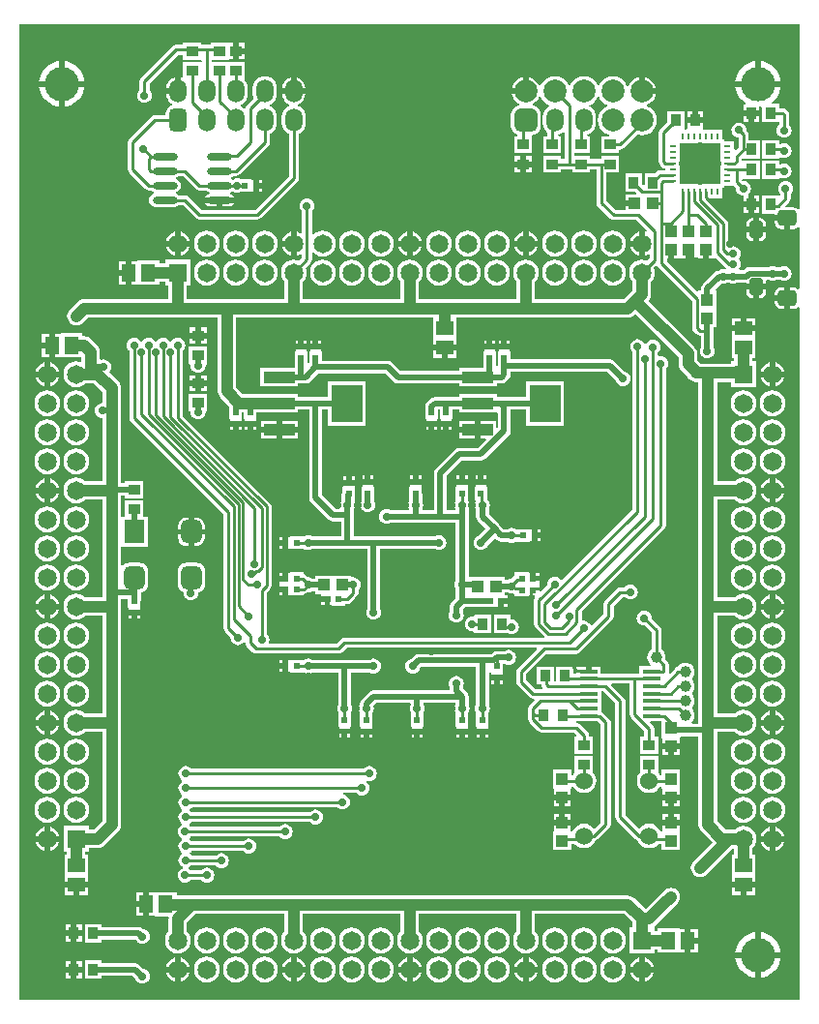
<source format=gbl>
G04*
G04 #@! TF.GenerationSoftware,Altium Limited,Altium Designer,20.0.11 (256)*
G04*
G04 Layer_Physical_Order=2*
G04 Layer_Color=16711680*
%FSLAX25Y25*%
%MOIN*%
G70*
G01*
G75*
%ADD11C,0.00984*%
%ADD19R,0.03543X0.03937*%
%ADD43C,0.03937*%
%ADD44C,0.01968*%
G04:AMPARAMS|DCode=45|XSize=66.93mil|YSize=55.12mil|CornerRadius=13.78mil|HoleSize=0mil|Usage=FLASHONLY|Rotation=180.000|XOffset=0mil|YOffset=0mil|HoleType=Round|Shape=RoundedRectangle|*
%AMROUNDEDRECTD45*
21,1,0.06693,0.02756,0,0,180.0*
21,1,0.03937,0.05512,0,0,180.0*
1,1,0.02756,-0.01968,0.01378*
1,1,0.02756,0.01968,0.01378*
1,1,0.02756,0.01968,-0.01378*
1,1,0.02756,-0.01968,-0.01378*
%
%ADD45ROUNDEDRECTD45*%
G04:AMPARAMS|DCode=46|XSize=60mil|YSize=49.21mil|CornerRadius=12.3mil|HoleSize=0mil|Usage=FLASHONLY|Rotation=90.000|XOffset=0mil|YOffset=0mil|HoleType=Round|Shape=RoundedRectangle|*
%AMROUNDEDRECTD46*
21,1,0.06000,0.02461,0,0,90.0*
21,1,0.03539,0.04921,0,0,90.0*
1,1,0.02461,0.01230,0.01770*
1,1,0.02461,0.01230,-0.01770*
1,1,0.02461,-0.01230,-0.01770*
1,1,0.02461,-0.01230,0.01770*
%
%ADD46ROUNDEDRECTD46*%
%ADD47C,0.06496*%
%ADD48R,0.06496X0.06496*%
%ADD49O,0.05906X0.07874*%
G04:AMPARAMS|DCode=50|XSize=59.06mil|YSize=78.74mil|CornerRadius=14.76mil|HoleSize=0mil|Usage=FLASHONLY|Rotation=0.000|XOffset=0mil|YOffset=0mil|HoleType=Round|Shape=RoundedRectangle|*
%AMROUNDEDRECTD50*
21,1,0.05906,0.04921,0,0,0.0*
21,1,0.02953,0.07874,0,0,0.0*
1,1,0.02953,0.01476,-0.02461*
1,1,0.02953,-0.01476,-0.02461*
1,1,0.02953,-0.01476,0.02461*
1,1,0.02953,0.01476,0.02461*
%
%ADD50ROUNDEDRECTD50*%
%ADD51C,0.07874*%
G04:AMPARAMS|DCode=52|XSize=78.74mil|YSize=78.74mil|CornerRadius=19.68mil|HoleSize=0mil|Usage=FLASHONLY|Rotation=0.000|XOffset=0mil|YOffset=0mil|HoleType=Round|Shape=RoundedRectangle|*
%AMROUNDEDRECTD52*
21,1,0.07874,0.03937,0,0,0.0*
21,1,0.03937,0.07874,0,0,0.0*
1,1,0.03937,0.01968,-0.01968*
1,1,0.03937,-0.01968,-0.01968*
1,1,0.03937,-0.01968,0.01968*
1,1,0.03937,0.01968,0.01968*
%
%ADD52ROUNDEDRECTD52*%
%ADD53R,0.06496X0.06496*%
%ADD54C,0.06000*%
%ADD55C,0.11811*%
%ADD56C,0.02362*%
%ADD57C,0.02756*%
%ADD58R,0.03937X0.03937*%
%ADD59R,0.01968X0.02362*%
%ADD60R,0.02362X0.01968*%
G04:AMPARAMS|DCode=61|XSize=78.74mil|YSize=70.87mil|CornerRadius=17.72mil|HoleSize=0mil|Usage=FLASHONLY|Rotation=270.000|XOffset=0mil|YOffset=0mil|HoleType=Round|Shape=RoundedRectangle|*
%AMROUNDEDRECTD61*
21,1,0.07874,0.03543,0,0,270.0*
21,1,0.04331,0.07087,0,0,270.0*
1,1,0.03543,-0.01772,-0.02165*
1,1,0.03543,-0.01772,0.02165*
1,1,0.03543,0.01772,0.02165*
1,1,0.03543,0.01772,-0.02165*
%
%ADD61ROUNDEDRECTD61*%
%ADD62R,0.07087X0.07874*%
%ADD63R,0.03937X0.03543*%
%ADD64R,0.05906X0.05118*%
%ADD65R,0.10630X0.03937*%
%ADD66R,0.10630X0.12992*%
%ADD67R,0.05118X0.05906*%
%ADD68C,0.03937*%
%ADD69R,0.06496X0.01181*%
%ADD70O,0.08661X0.02362*%
%ADD71R,0.14173X0.14173*%
%ADD72R,0.02362X0.00984*%
%ADD73R,0.00984X0.02362*%
%ADD74R,0.03937X0.03937*%
G36*
X270249Y273753D02*
X269770Y273608D01*
X269754Y273632D01*
X268973Y274154D01*
X268051Y274338D01*
X265616D01*
X265425Y274799D01*
X266691Y276065D01*
X267060Y276619D01*
X267190Y277272D01*
Y278855D01*
X267309Y278946D01*
X267720Y279481D01*
X267977Y280104D01*
X268065Y280772D01*
X267977Y281440D01*
X267720Y282062D01*
X267309Y282597D01*
X266775Y283007D01*
X266152Y283265D01*
X265484Y283353D01*
X264816Y283265D01*
X264194Y283007D01*
X263659Y282597D01*
X263249Y282062D01*
X262991Y281440D01*
X262903Y280772D01*
X262991Y280104D01*
X263249Y279481D01*
X263659Y278946D01*
X263679Y278931D01*
X263584Y278429D01*
X263283Y278421D01*
Y278421D01*
X257378D01*
Y272122D01*
X261547D01*
X261706Y271929D01*
Y271535D01*
X266083D01*
Y270551D01*
X267067D01*
Y266765D01*
X268051D01*
X268973Y266948D01*
X269754Y267470D01*
X269770Y267494D01*
X270249Y267349D01*
Y246195D01*
X269770Y246049D01*
X269754Y246073D01*
X268973Y246595D01*
X268051Y246778D01*
X267067D01*
Y242992D01*
Y239206D01*
X268051D01*
X268973Y239389D01*
X269754Y239911D01*
X269770Y239935D01*
X270249Y239790D01*
Y1405D01*
X1405D01*
Y337178D01*
X270249D01*
Y273753D01*
D02*
G37*
%LPC*%
G36*
X73634Y331071D02*
X67335D01*
Y330478D01*
X64134D01*
Y331071D01*
X57835D01*
Y330251D01*
X55257D01*
X54604Y330121D01*
X54051Y329751D01*
X43278Y318978D01*
X42908Y318425D01*
X42778Y317772D01*
Y314688D01*
X42659Y314597D01*
X42249Y314062D01*
X41991Y313440D01*
X41903Y312772D01*
X41991Y312104D01*
X42249Y311481D01*
X42659Y310946D01*
X43194Y310536D01*
X43816Y310279D01*
X44484Y310191D01*
X45152Y310279D01*
X45775Y310536D01*
X46309Y310946D01*
X46720Y311481D01*
X46977Y312104D01*
X47065Y312772D01*
X46977Y313440D01*
X46720Y314062D01*
X46309Y314597D01*
X46190Y314688D01*
Y317065D01*
X55964Y326839D01*
X57835D01*
Y325165D01*
X63962D01*
X64186Y324772D01*
X63962Y324378D01*
X57835D01*
Y319201D01*
X57419Y318923D01*
X57012Y319092D01*
X56968Y319097D01*
Y314272D01*
X55984D01*
Y313287D01*
X52013D01*
Y313287D01*
X52149Y312260D01*
X52545Y311302D01*
X53176Y310479D01*
X53997Y309850D01*
X53998Y309843D01*
X53928Y309336D01*
X53814Y309321D01*
X53168Y309054D01*
X52613Y308628D01*
X52187Y308072D01*
X51919Y307426D01*
X51828Y306732D01*
Y305978D01*
X47984D01*
X47331Y305848D01*
X46778Y305478D01*
X39294Y297994D01*
X38924Y297440D01*
X38794Y296787D01*
Y287256D01*
X38924Y286603D01*
X39294Y286050D01*
X44778Y280565D01*
X45331Y280195D01*
X45984Y280066D01*
X46687D01*
X47464Y279546D01*
X47564Y279526D01*
Y279017D01*
X47464Y278997D01*
X46683Y278475D01*
X46161Y277693D01*
X45977Y276772D01*
X46161Y275850D01*
X46683Y275069D01*
X47464Y274547D01*
X48386Y274363D01*
X54685D01*
X55607Y274547D01*
X56384Y275066D01*
X57778D01*
X62278Y270565D01*
X62831Y270196D01*
X63484Y270066D01*
X83484D01*
X84137Y270196D01*
X84691Y270565D01*
X97191Y283065D01*
X97560Y283619D01*
X97690Y284272D01*
Y299520D01*
X98069Y299676D01*
X98933Y300339D01*
X99595Y301203D01*
X100012Y302208D01*
X100154Y303287D01*
Y305256D01*
X100012Y306335D01*
X99595Y307341D01*
X98933Y308204D01*
X98069Y308867D01*
X97488Y309108D01*
Y309649D01*
X97970Y309848D01*
X98792Y310479D01*
X99423Y311302D01*
X99820Y312260D01*
X99955Y313287D01*
Y313287D01*
X92013D01*
Y313287D01*
X92149Y312260D01*
X92545Y311302D01*
X93176Y310479D01*
X93999Y309848D01*
X94481Y309649D01*
Y309108D01*
X93900Y308867D01*
X93036Y308204D01*
X92373Y307341D01*
X91957Y306335D01*
X91815Y305256D01*
Y303287D01*
X91957Y302208D01*
X92373Y301203D01*
X93036Y300339D01*
X93900Y299676D01*
X94278Y299520D01*
Y284978D01*
X82778Y273478D01*
X64191D01*
X59691Y277978D01*
X59137Y278348D01*
X58484Y278478D01*
X56384D01*
X55607Y278997D01*
X55506Y279017D01*
Y279526D01*
X55607Y279546D01*
X56388Y280069D01*
X56910Y280850D01*
X57094Y281772D01*
X56910Y282693D01*
X56388Y283475D01*
X55607Y283997D01*
X55506Y284017D01*
Y284526D01*
X55607Y284546D01*
X56384Y285066D01*
X57778D01*
X62278Y280565D01*
X62831Y280195D01*
X63484Y280066D01*
X65585D01*
X66362Y279546D01*
X66967Y279426D01*
X66967Y278916D01*
X66439Y278811D01*
X65722Y278333D01*
X65337Y277756D01*
X70433D01*
X75529D01*
X75144Y278333D01*
X74428Y278811D01*
X73900Y278916D01*
X73900Y279426D01*
X74504Y279546D01*
X74866Y279788D01*
X75194Y279536D01*
X75816Y279278D01*
X76484Y279190D01*
X77152Y279278D01*
X77775Y279536D01*
X77866Y279606D01*
X81378D01*
Y279803D01*
X81968D01*
Y281772D01*
Y283740D01*
X81378D01*
Y283937D01*
X77866D01*
X77775Y284007D01*
X77152Y284265D01*
X76484Y284353D01*
X75816Y284265D01*
X75194Y284007D01*
X74866Y283755D01*
X74504Y283997D01*
X74404Y284017D01*
Y284526D01*
X74504Y284546D01*
X75281Y285066D01*
X75984D01*
X76637Y285195D01*
X77191Y285565D01*
X87191Y295565D01*
X87560Y296119D01*
X87690Y296772D01*
Y299520D01*
X88069Y299676D01*
X88933Y300339D01*
X89595Y301203D01*
X90012Y302208D01*
X90154Y303287D01*
Y305256D01*
X90012Y306335D01*
X89595Y307341D01*
X88933Y308204D01*
X88069Y308867D01*
X87695Y309022D01*
Y309522D01*
X88069Y309677D01*
X88933Y310339D01*
X89595Y311203D01*
X90012Y312208D01*
X90154Y313287D01*
Y315256D01*
X90012Y316335D01*
X89595Y317341D01*
X88933Y318204D01*
X88069Y318867D01*
X87063Y319283D01*
X85984Y319425D01*
X84905Y319283D01*
X83899Y318867D01*
X83036Y318204D01*
X82373Y317341D01*
X81957Y316335D01*
X81815Y315256D01*
Y313287D01*
X81957Y312208D01*
X82114Y311829D01*
X79778Y309494D01*
X79408Y308940D01*
X79323Y308512D01*
X79233Y308441D01*
X78832Y308312D01*
X78789Y308314D01*
X78069Y308867D01*
X77695Y309022D01*
Y309522D01*
X78069Y309677D01*
X78933Y310339D01*
X79595Y311203D01*
X80012Y312208D01*
X80154Y313287D01*
Y315256D01*
X80012Y316335D01*
X79595Y317341D01*
X79110Y317972D01*
X79134Y318472D01*
X79134Y318473D01*
X79134Y318473D01*
Y324378D01*
X67690D01*
Y325165D01*
X73634D01*
Y325362D01*
X75000D01*
Y328118D01*
Y330874D01*
X73634D01*
Y331071D01*
D02*
G37*
G36*
X78937Y330874D02*
X76968D01*
Y329102D01*
X78937D01*
Y330874D01*
D02*
G37*
G36*
Y327134D02*
X76968D01*
Y325362D01*
X78937D01*
Y327134D01*
D02*
G37*
G36*
X256968Y324587D02*
Y317756D01*
X263799D01*
X263744Y318315D01*
X263294Y319799D01*
X262563Y321167D01*
X261579Y322366D01*
X260380Y323350D01*
X259012Y324081D01*
X257528Y324532D01*
X256968Y324587D01*
D02*
G37*
G36*
X16969D02*
Y317756D01*
X23799D01*
X23744Y318315D01*
X23294Y319799D01*
X22563Y321167D01*
X21579Y322366D01*
X20380Y323350D01*
X19012Y324081D01*
X17528Y324532D01*
X16969Y324587D01*
D02*
G37*
G36*
X255000D02*
X254441Y324532D01*
X252956Y324081D01*
X251589Y323350D01*
X250390Y322366D01*
X249406Y321167D01*
X248674Y319799D01*
X248224Y318315D01*
X248169Y317756D01*
X255000D01*
Y324587D01*
D02*
G37*
G36*
X15000D02*
X14441Y324532D01*
X12956Y324081D01*
X11588Y323350D01*
X10390Y322366D01*
X9406Y321167D01*
X8674Y319799D01*
X8224Y318315D01*
X8169Y317756D01*
X15000D01*
Y324587D01*
D02*
G37*
G36*
X205984Y319434D02*
X204648Y319258D01*
X203403Y318742D01*
X202334Y317922D01*
X201514Y316853D01*
X201255Y316228D01*
X200714D01*
X200455Y316853D01*
X199635Y317922D01*
X198565Y318742D01*
X197320Y319258D01*
X195984Y319434D01*
X194648Y319258D01*
X193403Y318742D01*
X192334Y317922D01*
X191514Y316853D01*
X191255Y316228D01*
X190714D01*
X190455Y316853D01*
X189635Y317922D01*
X188565Y318742D01*
X187320Y319258D01*
X185984Y319434D01*
X184648Y319258D01*
X183403Y318742D01*
X182334Y317922D01*
X181514Y316853D01*
X181148Y315971D01*
X180607Y315971D01*
X180283Y316754D01*
X179494Y317781D01*
X178466Y318570D01*
X177269Y319066D01*
X176969Y319106D01*
Y314272D01*
X175984D01*
Y313287D01*
X171150D01*
X171190Y312987D01*
X171686Y311790D01*
X172474Y310762D01*
X173502Y309973D01*
X173721Y309882D01*
X173653Y309369D01*
X173194Y309309D01*
X172427Y308991D01*
X171769Y308487D01*
X171265Y307828D01*
X170947Y307062D01*
X170839Y306240D01*
Y302303D01*
X170947Y301481D01*
X171265Y300715D01*
X171769Y300057D01*
X172427Y299552D01*
X173038Y299299D01*
X172938Y298799D01*
X171850D01*
Y292894D01*
X178150D01*
Y298799D01*
X178419Y299188D01*
X178775Y299235D01*
X179541Y299552D01*
X180199Y300057D01*
X180704Y300715D01*
X181021Y301481D01*
X181130Y302303D01*
Y306240D01*
X181021Y307062D01*
X180704Y307828D01*
X180199Y308487D01*
X179541Y308991D01*
X178775Y309309D01*
X178315Y309369D01*
X178248Y309882D01*
X178466Y309973D01*
X179494Y310762D01*
X180283Y311790D01*
X180607Y312572D01*
X181148Y312572D01*
X181514Y311690D01*
X182334Y310621D01*
X183403Y309801D01*
X184126Y309502D01*
Y308961D01*
X183899Y308867D01*
X183036Y308204D01*
X182373Y307341D01*
X181957Y306335D01*
X181815Y305256D01*
Y303287D01*
X181957Y302208D01*
X182373Y301203D01*
X183036Y300339D01*
X183294Y300141D01*
Y298799D01*
X181850D01*
Y292894D01*
X188150D01*
Y298799D01*
X187258D01*
X187158Y299299D01*
X188069Y299676D01*
X188778Y300221D01*
X189278Y300014D01*
Y290860D01*
X188150D01*
Y292106D01*
X181850D01*
Y286201D01*
X188150D01*
Y287448D01*
X191850D01*
Y286201D01*
X198150D01*
Y287448D01*
X200278D01*
Y275772D01*
X200408Y275119D01*
X200778Y274565D01*
X204982Y270361D01*
X205535Y269992D01*
X206188Y269862D01*
X213981D01*
X217632Y266211D01*
X217349Y265788D01*
X217089Y265895D01*
X216968Y265911D01*
Y261772D01*
Y257632D01*
X217089Y257648D01*
X218119Y258075D01*
X218161Y258107D01*
X218609Y257886D01*
Y256809D01*
X217668Y255868D01*
X217141Y256087D01*
X215984Y256239D01*
X214828Y256087D01*
X213751Y255641D01*
X212825Y254930D01*
X212115Y254005D01*
X211669Y252928D01*
X211517Y251772D01*
X211669Y250615D01*
X212115Y249538D01*
X212807Y248636D01*
Y245587D01*
X211488Y244268D01*
X211488Y244268D01*
X209862Y242642D01*
X179161D01*
Y248636D01*
X179853Y249538D01*
X180299Y250615D01*
X180452Y251772D01*
X180299Y252928D01*
X179853Y254005D01*
X179143Y254930D01*
X178218Y255641D01*
X177140Y256087D01*
X175984Y256239D01*
X174828Y256087D01*
X173751Y255641D01*
X172825Y254930D01*
X172115Y254005D01*
X171669Y252928D01*
X171517Y251772D01*
X171669Y250615D01*
X172115Y249538D01*
X172808Y248636D01*
Y242642D01*
X147984Y242642D01*
X139161D01*
Y248636D01*
X139853Y249538D01*
X140299Y250615D01*
X140452Y251772D01*
X140299Y252928D01*
X139853Y254005D01*
X139143Y254930D01*
X138218Y255641D01*
X137141Y256087D01*
X135984Y256239D01*
X134828Y256087D01*
X133751Y255641D01*
X132825Y254930D01*
X132115Y254005D01*
X131669Y252928D01*
X131517Y251772D01*
X131669Y250615D01*
X132115Y249538D01*
X132808Y248636D01*
Y242642D01*
X99161D01*
Y248636D01*
X99853Y249538D01*
X100299Y250615D01*
X100452Y251772D01*
X100299Y252928D01*
X100081Y253456D01*
X101698Y255073D01*
X102068Y255626D01*
X102198Y256279D01*
Y258653D01*
X102671Y258814D01*
X102825Y258613D01*
X103751Y257903D01*
X104828Y257456D01*
X105984Y257304D01*
X107141Y257456D01*
X108218Y257903D01*
X109143Y258613D01*
X109853Y259538D01*
X110299Y260615D01*
X110452Y261772D01*
X110299Y262928D01*
X109853Y264005D01*
X109143Y264931D01*
X108218Y265640D01*
X107141Y266087D01*
X105984Y266239D01*
X104828Y266087D01*
X103751Y265640D01*
X102825Y264931D01*
X102671Y264730D01*
X102198Y264891D01*
Y272909D01*
X102317Y273000D01*
X102727Y273535D01*
X102985Y274157D01*
X103073Y274825D01*
X102985Y275493D01*
X102727Y276116D01*
X102317Y276651D01*
X101782Y277061D01*
X101160Y277319D01*
X100492Y277407D01*
X99824Y277319D01*
X99201Y277061D01*
X98667Y276651D01*
X98256Y276116D01*
X97999Y275493D01*
X97911Y274825D01*
X97999Y274157D01*
X98256Y273535D01*
X98667Y273000D01*
X98786Y272909D01*
Y265522D01*
X98337Y265301D01*
X98119Y265469D01*
X97089Y265895D01*
X96969Y265911D01*
Y261772D01*
Y257632D01*
X97089Y257648D01*
X98119Y258075D01*
X98337Y258243D01*
X98786Y258021D01*
Y256986D01*
X97668Y255868D01*
X97141Y256087D01*
X95984Y256239D01*
X94828Y256087D01*
X93751Y255641D01*
X92825Y254930D01*
X92115Y254005D01*
X91669Y252928D01*
X91517Y251772D01*
X91669Y250615D01*
X92115Y249538D01*
X92808Y248636D01*
Y242642D01*
X59161D01*
Y247342D01*
X60413D01*
Y256201D01*
X51555D01*
Y254948D01*
X49571D01*
Y255906D01*
X42091D01*
Y255709D01*
X40122D01*
Y251772D01*
Y247835D01*
X42091D01*
Y247638D01*
X49571D01*
Y248595D01*
X51555D01*
Y247342D01*
X52807D01*
Y242642D01*
X23678D01*
X22856Y242534D01*
X22090Y242217D01*
X21432Y241712D01*
X18738Y239018D01*
X18233Y238360D01*
X17916Y237594D01*
X17808Y236772D01*
X17916Y235949D01*
X18233Y235183D01*
X18738Y234525D01*
X19396Y234020D01*
X20162Y233703D01*
X20984Y233595D01*
X21806Y233703D01*
X22573Y234020D01*
X23231Y234525D01*
X24994Y236289D01*
X69807D01*
Y210925D01*
X69916Y210103D01*
X70233Y209336D01*
X70738Y208679D01*
X73780Y205636D01*
X73777Y205619D01*
Y203740D01*
X73819Y203527D01*
Y201378D01*
X74016D01*
Y200787D01*
X75984D01*
X77953D01*
Y201378D01*
X78150D01*
Y203527D01*
X78163Y203595D01*
X78805D01*
X78819Y203527D01*
Y201378D01*
X79016D01*
Y200787D01*
X82953D01*
Y201378D01*
X83150D01*
Y203527D01*
X83163Y203595D01*
X90984D01*
X91191Y203622D01*
X97480D01*
Y204564D01*
X101277D01*
Y174272D01*
X101444Y173427D01*
X101923Y172711D01*
X107923Y166710D01*
X108639Y166232D01*
X109484Y166064D01*
X112276D01*
Y160979D01*
X102311D01*
X102275Y161007D01*
X101652Y161265D01*
X100984Y161353D01*
X100316Y161265D01*
X99801Y161051D01*
X99315Y160937D01*
Y160937D01*
X99315Y160937D01*
X94591D01*
Y160740D01*
X94000D01*
Y158772D01*
Y156803D01*
X94591D01*
Y156606D01*
X99315D01*
X99315Y156606D01*
X99773Y156504D01*
X100316Y156279D01*
X100984Y156191D01*
X101652Y156279D01*
X102275Y156536D01*
X102311Y156564D01*
X121276D01*
Y136098D01*
X121249Y136062D01*
X120991Y135440D01*
X120903Y134772D01*
X120991Y134104D01*
X121249Y133481D01*
X121659Y132947D01*
X122194Y132536D01*
X122816Y132279D01*
X123484Y132191D01*
X124152Y132279D01*
X124775Y132536D01*
X125309Y132947D01*
X125720Y133481D01*
X125977Y134104D01*
X126065Y134772D01*
X125977Y135440D01*
X125720Y136062D01*
X125692Y136098D01*
Y156564D01*
X144658D01*
X144694Y156536D01*
X145316Y156279D01*
X145984Y156191D01*
X146652Y156279D01*
X147275Y156536D01*
X147809Y156947D01*
X148220Y157481D01*
X148477Y158104D01*
X148565Y158772D01*
X148477Y159440D01*
X148220Y160062D01*
X147809Y160597D01*
X147275Y161007D01*
X146652Y161265D01*
X145984Y161353D01*
X145316Y161265D01*
X144694Y161007D01*
X144658Y160979D01*
X116692D01*
Y168272D01*
Y170382D01*
X116720Y170417D01*
X116977Y171040D01*
X117065Y171708D01*
X116977Y172376D01*
X116856Y172669D01*
X117135Y173169D01*
X117165D01*
Y177894D01*
X116969D01*
Y178484D01*
X113031D01*
Y177894D01*
X112835D01*
Y176407D01*
X112520Y175936D01*
X112352Y175091D01*
Y173133D01*
X112249Y172999D01*
X111991Y172376D01*
X111903Y171708D01*
X111991Y171040D01*
X112051Y170895D01*
X111773Y170479D01*
X110399D01*
X105692Y175186D01*
Y204564D01*
X107717D01*
Y199094D01*
X120709D01*
Y214449D01*
X107717D01*
Y208979D01*
X97480D01*
Y209921D01*
X91191D01*
X90984Y209948D01*
X78453D01*
X76161Y212241D01*
Y236289D01*
X143850D01*
Y228878D01*
X144047D01*
Y226909D01*
X151921D01*
Y228878D01*
X152118D01*
Y236289D01*
X175984Y236289D01*
X211178D01*
X212000Y236397D01*
X212766Y236714D01*
X213424Y237219D01*
X213734Y237529D01*
X228688Y222576D01*
Y220258D01*
X228796Y219436D01*
X229113Y218670D01*
X229618Y218012D01*
X231695Y215935D01*
X231799Y215683D01*
X232304Y215025D01*
X232962Y214521D01*
X233728Y214203D01*
X234550Y214095D01*
X235501D01*
Y176772D01*
Y136772D01*
X235501Y96772D01*
Y96479D01*
X233341D01*
X233171Y96979D01*
X233231Y97025D01*
X233735Y97683D01*
X234053Y98449D01*
X234161Y99272D01*
X234053Y100094D01*
X233735Y100860D01*
X233231Y101518D01*
X233226Y101522D01*
Y102022D01*
X233231Y102025D01*
X233735Y102683D01*
X234053Y103449D01*
X234161Y104272D01*
X234053Y105094D01*
X233735Y105860D01*
X233231Y106518D01*
X233226Y106522D01*
Y107022D01*
X233231Y107025D01*
X233735Y107683D01*
X234053Y108449D01*
X234161Y109272D01*
X234053Y110094D01*
X233735Y110860D01*
X233231Y111518D01*
X233226Y111522D01*
Y112022D01*
X233231Y112025D01*
X233735Y112683D01*
X234053Y113449D01*
X234161Y114272D01*
X234053Y115094D01*
X233735Y115860D01*
X233231Y116518D01*
X232573Y117023D01*
X231806Y117340D01*
X230984Y117448D01*
X230162Y117340D01*
X229396Y117023D01*
X228738Y116518D01*
X228294Y115940D01*
X227831Y115848D01*
X227278Y115478D01*
X225564Y113764D01*
X225103Y114010D01*
X225190Y114449D01*
Y116772D01*
X225060Y117424D01*
X224691Y117978D01*
X224072Y118596D01*
X224161Y119272D01*
X224053Y120094D01*
X223735Y120860D01*
X223231Y121518D01*
X222690Y121933D01*
Y128522D01*
X222560Y129174D01*
X222191Y129728D01*
X219296Y132623D01*
X219315Y132772D01*
X219227Y133440D01*
X218970Y134062D01*
X218559Y134597D01*
X218025Y135007D01*
X217402Y135265D01*
X216734Y135353D01*
X216066Y135265D01*
X215444Y135007D01*
X214909Y134597D01*
X214499Y134062D01*
X214241Y133440D01*
X214153Y132772D01*
X214241Y132104D01*
X214499Y131481D01*
X214909Y130947D01*
X215444Y130536D01*
X216066Y130279D01*
X216734Y130191D01*
X216883Y130210D01*
X219278Y127815D01*
Y121933D01*
X218738Y121518D01*
X218233Y120860D01*
X217916Y120094D01*
X217808Y119272D01*
X217916Y118449D01*
X218233Y117683D01*
X218738Y117025D01*
X219135Y116720D01*
X218966Y116220D01*
X214980D01*
Y113596D01*
X201988D01*
Y113661D01*
X201791D01*
Y116024D01*
X198543D01*
Y114449D01*
X196575D01*
Y116024D01*
X193327D01*
Y113661D01*
X193130D01*
Y113596D01*
X192299D01*
Y116150D01*
X186394D01*
Y111037D01*
X185606D01*
Y116150D01*
X179701D01*
Y109850D01*
X181262D01*
X181336Y109479D01*
X181671Y108978D01*
X181582Y108626D01*
X181521Y108478D01*
X179175D01*
X176116Y111538D01*
Y113641D01*
X182966Y120491D01*
X193197D01*
X193850Y120621D01*
X194403Y120991D01*
X205691Y132278D01*
X206060Y132831D01*
X206190Y133484D01*
Y137065D01*
X209191Y140066D01*
X210068D01*
X210159Y139946D01*
X210694Y139536D01*
X211316Y139278D01*
X211984Y139190D01*
X212652Y139278D01*
X213275Y139536D01*
X213809Y139946D01*
X214220Y140481D01*
X214477Y141104D01*
X214565Y141772D01*
X214477Y142440D01*
X214220Y143062D01*
X213809Y143597D01*
X213275Y144007D01*
X212652Y144265D01*
X211984Y144353D01*
X211316Y144265D01*
X210694Y144007D01*
X210159Y143597D01*
X210068Y143478D01*
X208484D01*
X207831Y143348D01*
X207278Y142978D01*
X203278Y138978D01*
X202908Y138425D01*
X202778Y137772D01*
Y134191D01*
X198875Y130287D01*
X198285Y130405D01*
X198220Y130562D01*
X197809Y131097D01*
X197275Y131507D01*
X196652Y131765D01*
X195984Y131853D01*
X195690Y131814D01*
X195190Y132226D01*
Y135065D01*
X223706Y163581D01*
X224076Y164135D01*
X224206Y164787D01*
Y218583D01*
X224325Y218675D01*
X224735Y219209D01*
X224993Y219832D01*
X225081Y220500D01*
X224993Y221168D01*
X224735Y221791D01*
X224325Y222325D01*
X223791Y222735D01*
X223168Y222993D01*
X222500Y223081D01*
X221954Y223009D01*
X221454Y223308D01*
Y223709D01*
X221442Y223770D01*
Y224217D01*
X221573Y224318D01*
X221983Y224853D01*
X222241Y225475D01*
X222329Y226143D01*
X222241Y226811D01*
X221983Y227434D01*
X221573Y227968D01*
X221039Y228379D01*
X220416Y228636D01*
X219748Y228724D01*
X219080Y228636D01*
X218458Y228379D01*
X217923Y227968D01*
X217513Y227434D01*
X217413Y227194D01*
X216872D01*
X216720Y227562D01*
X216309Y228097D01*
X215775Y228507D01*
X215152Y228765D01*
X214484Y228853D01*
X213816Y228765D01*
X213194Y228507D01*
X212659Y228097D01*
X212249Y227562D01*
X211991Y226940D01*
X211903Y226272D01*
X211991Y225604D01*
X212249Y224981D01*
X212659Y224447D01*
X212778Y224355D01*
Y170211D01*
X188638Y146071D01*
X187981Y146121D01*
X187825Y146325D01*
X187291Y146735D01*
X186668Y146993D01*
X186000Y147081D01*
X185332Y146993D01*
X184709Y146735D01*
X184175Y146325D01*
X183765Y145791D01*
X183507Y145168D01*
X183419Y144500D01*
X183439Y144351D01*
X181096Y142008D01*
X180634Y142200D01*
Y144468D01*
X180634D01*
Y144532D01*
X180634D01*
Y145516D01*
X178469D01*
Y146500D01*
X177484D01*
Y148468D01*
X176894D01*
Y148665D01*
X172169D01*
Y147460D01*
X171801Y147214D01*
X170933Y146346D01*
X170316Y146265D01*
X169694Y146007D01*
X169658Y145979D01*
X168783D01*
Y146921D01*
X162984D01*
X162484Y146921D01*
Y146921D01*
X162484D01*
Y146921D01*
X156192D01*
Y167772D01*
Y170445D01*
X156220Y170481D01*
X156477Y171104D01*
X156565Y171772D01*
X156477Y172440D01*
X156264Y172955D01*
X156150Y173441D01*
X156150D01*
X156150Y173441D01*
Y178165D01*
X155953D01*
Y178756D01*
X152016D01*
Y178165D01*
X151819D01*
Y173441D01*
X151819Y173441D01*
X151716Y172983D01*
X151491Y172440D01*
X151403Y171772D01*
X151491Y171104D01*
X151749Y170481D01*
X151750Y170479D01*
X151659Y169979D01*
X148692D01*
Y181857D01*
X153899Y187064D01*
X160436D01*
X161281Y187232D01*
X161997Y187710D01*
X170045Y195759D01*
X170524Y196475D01*
X170692Y197320D01*
Y204564D01*
X176102D01*
Y199094D01*
X189094D01*
Y214449D01*
X176102D01*
Y208979D01*
X165866D01*
Y209921D01*
X152874D01*
Y208979D01*
X144637D01*
X143792Y208811D01*
X143076Y208333D01*
X141923Y207180D01*
X141445Y206463D01*
X141373Y206102D01*
X141319D01*
Y205832D01*
X141277Y205619D01*
Y204272D01*
X141319Y204058D01*
Y201378D01*
X141516D01*
Y200787D01*
X143484D01*
X145453D01*
Y201378D01*
X145650D01*
Y204058D01*
X145692Y204272D01*
Y204564D01*
X146276D01*
Y203740D01*
X146319Y203527D01*
Y201378D01*
X146516D01*
Y200787D01*
X150453D01*
Y201378D01*
X150650D01*
Y203527D01*
X150692Y203740D01*
Y204564D01*
X152874D01*
Y203622D01*
X165866D01*
X166277Y203406D01*
Y198570D01*
X166169Y198499D01*
X165669Y198766D01*
Y200669D01*
X160354D01*
Y197716D01*
Y194764D01*
X162152D01*
X162344Y194302D01*
X159521Y191479D01*
X152984D01*
X152139Y191311D01*
X151423Y190833D01*
X144923Y184333D01*
X144445Y183616D01*
X144276Y182772D01*
Y169979D01*
X140309D01*
X140218Y170479D01*
X140220Y170481D01*
X140477Y171104D01*
X140565Y171772D01*
X140477Y172440D01*
X140220Y173062D01*
X140192Y173098D01*
Y175803D01*
X140150Y176016D01*
Y178165D01*
X139953D01*
Y178756D01*
X136016D01*
Y178165D01*
X135819D01*
Y176016D01*
X135776Y175803D01*
Y173098D01*
X135749Y173062D01*
X135491Y172440D01*
X135403Y171772D01*
X135491Y171104D01*
X135749Y170481D01*
X135750Y170479D01*
X135659Y169979D01*
X129311D01*
X129275Y170007D01*
X128652Y170265D01*
X127984Y170353D01*
X127316Y170265D01*
X126694Y170007D01*
X126159Y169597D01*
X125749Y169062D01*
X125491Y168440D01*
X125403Y167772D01*
X125491Y167104D01*
X125749Y166481D01*
X126159Y165946D01*
X126694Y165536D01*
X127316Y165278D01*
X127984Y165190D01*
X128652Y165278D01*
X129275Y165536D01*
X129311Y165564D01*
X151777D01*
Y145598D01*
X151749Y145562D01*
X151491Y144940D01*
X151403Y144272D01*
X151491Y143604D01*
X151749Y142981D01*
X151777Y142945D01*
Y139686D01*
X150423Y138333D01*
X149944Y137617D01*
X149776Y136772D01*
Y135098D01*
X149749Y135062D01*
X149491Y134440D01*
X149403Y133772D01*
X149491Y133104D01*
X149749Y132481D01*
X150159Y131947D01*
X150694Y131536D01*
X151316Y131279D01*
X151984Y131191D01*
X152652Y131279D01*
X153275Y131536D01*
X153809Y131947D01*
X154220Y132481D01*
X154477Y133104D01*
X154565Y133772D01*
X154477Y134440D01*
X154220Y135062D01*
X154192Y135098D01*
Y135857D01*
X154899Y136564D01*
X163516D01*
X163729Y136606D01*
X165878D01*
Y136803D01*
X166469D01*
Y138772D01*
X167453D01*
Y139756D01*
X169618D01*
Y140740D01*
X168783D01*
Y141564D01*
X169658D01*
X169694Y141536D01*
X170316Y141279D01*
X170984Y141191D01*
X171652Y141279D01*
X171669Y141286D01*
X172169Y141023D01*
Y140335D01*
X176894D01*
Y140532D01*
X178957D01*
X179172Y140032D01*
X178908Y139637D01*
X178778Y138984D01*
Y130772D01*
X178908Y130119D01*
X179278Y129565D01*
X182366Y126478D01*
X182159Y125978D01*
X113484D01*
X112831Y125848D01*
X112278Y125478D01*
X110778Y123978D01*
X87657D01*
X87346Y124478D01*
X87493Y124832D01*
X87581Y125500D01*
X87493Y126168D01*
X87235Y126791D01*
X86825Y127325D01*
X86706Y127417D01*
Y141601D01*
X87742Y142637D01*
X88112Y143190D01*
X88241Y143843D01*
Y171221D01*
X88112Y171873D01*
X87742Y172427D01*
X57690Y202478D01*
Y224855D01*
X57809Y224946D01*
X58220Y225481D01*
X58477Y226104D01*
X58565Y226772D01*
X58477Y227440D01*
X58220Y228062D01*
X57809Y228597D01*
X57275Y229007D01*
X56652Y229265D01*
X55984Y229353D01*
X55316Y229265D01*
X54694Y229007D01*
X54159Y228597D01*
X53749Y228062D01*
X53220D01*
X52809Y228597D01*
X52275Y229007D01*
X51652Y229265D01*
X50984Y229353D01*
X50316Y229265D01*
X49694Y229007D01*
X49159Y228597D01*
X48749Y228062D01*
X48220D01*
X47809Y228597D01*
X47275Y229007D01*
X46652Y229265D01*
X45984Y229353D01*
X45316Y229265D01*
X44694Y229007D01*
X44159Y228597D01*
X43749Y228062D01*
X43220D01*
X42809Y228597D01*
X42275Y229007D01*
X41652Y229265D01*
X40984Y229353D01*
X40316Y229265D01*
X39694Y229007D01*
X39159Y228597D01*
X38749Y228062D01*
X38491Y227440D01*
X38403Y226772D01*
X38491Y226104D01*
X38749Y225481D01*
X39159Y224946D01*
X39278Y224855D01*
Y201772D01*
X39408Y201119D01*
X39778Y200565D01*
X71778Y168565D01*
Y129272D01*
X71908Y128619D01*
X72278Y128065D01*
X74115Y126228D01*
X74095Y126080D01*
X74183Y125412D01*
X74441Y124789D01*
X74851Y124255D01*
X75386Y123844D01*
X76008Y123586D01*
X76676Y123498D01*
X77344Y123586D01*
X77967Y123844D01*
X78501Y124255D01*
X78778Y124615D01*
X79278Y124445D01*
Y124272D01*
X79408Y123619D01*
X79778Y123065D01*
X81778Y121065D01*
X82331Y120695D01*
X82984Y120566D01*
X111484D01*
X112137Y120695D01*
X112691Y121065D01*
X114191Y122566D01*
X179562D01*
X179753Y122104D01*
X173203Y115554D01*
X172833Y115000D01*
X172703Y114347D01*
Y110831D01*
X172833Y110178D01*
X173203Y109625D01*
X177262Y105565D01*
X177816Y105196D01*
X178469Y105066D01*
X178712D01*
X178904Y104604D01*
X177278Y102978D01*
X176908Y102425D01*
X176778Y101772D01*
Y97880D01*
X176908Y97227D01*
X177278Y96673D01*
X180035Y93917D01*
X180588Y93547D01*
X181241Y93417D01*
X192521D01*
X193405Y92533D01*
X193214Y92071D01*
X192835D01*
Y86165D01*
X199134D01*
Y92071D01*
X197690D01*
Y92366D01*
X197560Y93019D01*
X197191Y93572D01*
X194434Y96329D01*
X193880Y96699D01*
X193567Y96761D01*
X193228Y96857D01*
X193235Y97072D01*
X193396Y97323D01*
X193630Y97323D01*
X200608D01*
X201778Y96152D01*
Y62478D01*
X199706Y60407D01*
X199207Y60439D01*
X198966Y60754D01*
X198093Y61424D01*
X197076Y61845D01*
X195984Y61989D01*
X194893Y61845D01*
X193876Y61424D01*
X193002Y60754D01*
X192332Y59880D01*
X192107Y59337D01*
X191634Y59272D01*
X191437Y59692D01*
Y61437D01*
X188484D01*
X185531D01*
Y59690D01*
X185335Y59272D01*
X185335Y59050D01*
Y52972D01*
X191634D01*
Y55066D01*
X192790D01*
X193002Y54790D01*
X193876Y54119D01*
X194893Y53698D01*
X195984Y53554D01*
X197076Y53698D01*
X198093Y54119D01*
X198966Y54790D01*
X199636Y55663D01*
X199832Y56135D01*
X200137Y56195D01*
X200691Y56565D01*
X204691Y60565D01*
X205060Y61119D01*
X205190Y61772D01*
Y96859D01*
X205060Y97512D01*
X204691Y98065D01*
X202455Y100301D01*
X201988Y100613D01*
Y105000D01*
Y107625D01*
X202719D01*
X206778Y103565D01*
Y64272D01*
X206908Y63619D01*
X207278Y63065D01*
X213778Y56565D01*
X214331Y56195D01*
X214637Y56135D01*
X214832Y55663D01*
X215502Y54790D01*
X216376Y54119D01*
X217393Y53698D01*
X218484Y53554D01*
X219576Y53698D01*
X220593Y54119D01*
X221466Y54790D01*
X221678Y55066D01*
X222835D01*
Y52972D01*
X229134D01*
Y59050D01*
X229134Y59272D01*
X228937Y59690D01*
Y59772D01*
Y61437D01*
X225984D01*
X223031D01*
Y59692D01*
X222835Y59272D01*
X222362Y59337D01*
X222136Y59880D01*
X221466Y60754D01*
X220593Y61424D01*
X219576Y61845D01*
X218484Y61989D01*
X217393Y61845D01*
X216376Y61424D01*
X215502Y60754D01*
X215261Y60439D01*
X214762Y60407D01*
X210190Y64978D01*
Y104272D01*
X210060Y104924D01*
X209691Y105478D01*
X205447Y109722D01*
X205638Y110184D01*
X211778D01*
Y99650D01*
X211908Y98997D01*
X212278Y98444D01*
X216778Y93943D01*
Y92071D01*
X215335D01*
Y86165D01*
X221634D01*
Y92071D01*
X220190D01*
Y94650D01*
X220060Y95303D01*
X219691Y95856D01*
X218686Y96861D01*
X218877Y97323D01*
X222835D01*
Y91993D01*
X222835Y91772D01*
X223031Y91353D01*
Y91272D01*
Y89606D01*
X225984D01*
X228937D01*
Y91353D01*
X229134Y91772D01*
X229426Y92064D01*
X235501D01*
Y61578D01*
X235610Y60756D01*
X235927Y59990D01*
X236432Y59332D01*
X240242Y55522D01*
X235738Y51018D01*
X233738Y49018D01*
X233233Y48360D01*
X232916Y47594D01*
X232807Y46772D01*
X232916Y45949D01*
X233233Y45183D01*
X233738Y44525D01*
X234396Y44021D01*
X235162Y43703D01*
X235984Y43595D01*
X236807Y43703D01*
X237573Y44021D01*
X238231Y44525D01*
X240231Y46525D01*
X247300Y53595D01*
X247808D01*
Y51358D01*
X246850D01*
Y43878D01*
X247047D01*
Y41909D01*
X254921D01*
Y43878D01*
X255118D01*
Y51358D01*
X254161D01*
Y53636D01*
X254853Y54538D01*
X255299Y55615D01*
X255452Y56772D01*
X255299Y57928D01*
X254853Y59005D01*
X254143Y59930D01*
X253218Y60641D01*
X252140Y61087D01*
X250984Y61239D01*
X249828Y61087D01*
X248751Y60641D01*
X247849Y59948D01*
X244800D01*
X241855Y62894D01*
Y93595D01*
X247849D01*
X248751Y92903D01*
X249828Y92457D01*
X250984Y92304D01*
X252140Y92457D01*
X253218Y92903D01*
X254143Y93613D01*
X254853Y94538D01*
X255299Y95615D01*
X255452Y96772D01*
X255299Y97928D01*
X254853Y99005D01*
X254143Y99931D01*
X253218Y100640D01*
X252140Y101087D01*
X250984Y101239D01*
X249828Y101087D01*
X248751Y100640D01*
X247849Y99948D01*
X241855D01*
X241855Y133595D01*
X247849D01*
X248751Y132903D01*
X249828Y132457D01*
X250984Y132304D01*
X252140Y132457D01*
X253218Y132903D01*
X254143Y133613D01*
X254853Y134538D01*
X255299Y135615D01*
X255452Y136772D01*
X255299Y137928D01*
X254853Y139005D01*
X254143Y139930D01*
X253218Y140640D01*
X252140Y141087D01*
X250984Y141239D01*
X249828Y141087D01*
X248751Y140640D01*
X247849Y139948D01*
X241855D01*
Y173595D01*
X247849D01*
X248751Y172903D01*
X249828Y172457D01*
X250984Y172304D01*
X252140Y172457D01*
X253218Y172903D01*
X254143Y173613D01*
X254853Y174538D01*
X255299Y175615D01*
X255452Y176772D01*
X255299Y177928D01*
X254853Y179005D01*
X254143Y179930D01*
X253218Y180640D01*
X252140Y181087D01*
X250984Y181239D01*
X249828Y181087D01*
X248751Y180640D01*
X247849Y179948D01*
X241855D01*
Y214095D01*
X246555D01*
Y212343D01*
X255413D01*
Y221201D01*
X254161D01*
Y222185D01*
X255118D01*
Y229665D01*
X254921D01*
Y231634D01*
X250984D01*
X247047D01*
Y229665D01*
X246850D01*
Y222185D01*
X247808D01*
Y221201D01*
X246555D01*
Y220448D01*
X236167D01*
X235041Y221574D01*
Y223891D01*
X234933Y224714D01*
X234615Y225480D01*
X234111Y226138D01*
X218227Y242022D01*
X218231Y242025D01*
X218735Y242683D01*
X219053Y243449D01*
X219161Y244272D01*
Y248636D01*
X219853Y249538D01*
X220299Y250615D01*
X220452Y251772D01*
X220299Y252928D01*
X220081Y253456D01*
X220805Y254180D01*
X221396Y254063D01*
X221628Y253715D01*
X233278Y242065D01*
Y232772D01*
X233278Y232772D01*
X233278Y232771D01*
X233327Y232529D01*
X233408Y232119D01*
X233408Y232119D01*
X233408Y232119D01*
X233594Y231840D01*
X233778Y231565D01*
X233778Y231565D01*
X233778Y231565D01*
X233853Y231491D01*
X233853Y231490D01*
X234778Y230565D01*
X235331Y230195D01*
X235984Y230066D01*
X236277D01*
Y226098D01*
X236249Y226062D01*
X235991Y225440D01*
X235903Y224772D01*
X235991Y224104D01*
X236249Y223481D01*
X236659Y222947D01*
X237194Y222536D01*
X237816Y222278D01*
X238484Y222190D01*
X239152Y222278D01*
X239775Y222536D01*
X240309Y222947D01*
X240720Y223481D01*
X240977Y224104D01*
X241065Y224772D01*
X240977Y225440D01*
X240720Y226062D01*
X240692Y226098D01*
Y231272D01*
Y232972D01*
X241634D01*
Y238772D01*
X241634Y239272D01*
X241634D01*
Y239272D01*
X241634D01*
Y245571D01*
X241559D01*
X241368Y246033D01*
X243324Y247989D01*
X243856Y247919D01*
X244524Y248007D01*
X245147Y248265D01*
X245183Y248292D01*
X246174D01*
X246209Y248265D01*
X246832Y248007D01*
X247500Y247919D01*
X248168Y248007D01*
X248791Y248265D01*
X248827Y248292D01*
X251866D01*
Y247913D01*
X255354D01*
X258843D01*
Y248699D01*
X258801Y248910D01*
X259118Y249296D01*
X259658D01*
X259694Y249269D01*
X260316Y249011D01*
X260984Y248923D01*
X261652Y249011D01*
X262275Y249269D01*
X262311Y249296D01*
X263670D01*
X263705Y249269D01*
X264328Y249011D01*
X264996Y248923D01*
X265664Y249011D01*
X266287Y249269D01*
X266821Y249679D01*
X267231Y250213D01*
X267489Y250836D01*
X267577Y251504D01*
X267489Y252172D01*
X267231Y252795D01*
X266821Y253329D01*
X266287Y253739D01*
X265664Y253997D01*
X264996Y254085D01*
X264328Y253997D01*
X263705Y253739D01*
X263670Y253712D01*
X262311D01*
X262275Y253739D01*
X261652Y253997D01*
X260984Y254085D01*
X260316Y253997D01*
X259694Y253739D01*
X259658Y253712D01*
X252962D01*
X252117Y253544D01*
X251401Y253065D01*
X251044Y252708D01*
X249756D01*
X249510Y253208D01*
X249720Y253481D01*
X249977Y254104D01*
X250065Y254772D01*
X249977Y255440D01*
X249720Y256062D01*
X249367Y256522D01*
X249720Y256981D01*
X249977Y257604D01*
X250065Y258272D01*
X249977Y258940D01*
X249720Y259562D01*
X249309Y260097D01*
X248775Y260507D01*
X248152Y260765D01*
X247484Y260853D01*
X246816Y260765D01*
X246194Y260507D01*
X246190Y260504D01*
X245690Y260751D01*
Y268570D01*
X245560Y269223D01*
X245191Y269777D01*
X238134Y276833D01*
X238226Y277449D01*
X238248Y277461D01*
X243563D01*
Y281004D01*
X244252D01*
Y281693D01*
X247650D01*
X248423Y280921D01*
X248403Y280772D01*
X248491Y280104D01*
X248749Y279481D01*
X249159Y278946D01*
X249694Y278536D01*
X250316Y278278D01*
X250742Y278222D01*
X250882Y278204D01*
X250882Y277923D01*
Y276256D01*
X252654D01*
Y278331D01*
X252520Y278724D01*
X252809Y278946D01*
X253220Y279481D01*
X253477Y280104D01*
X253565Y280772D01*
X253477Y281440D01*
X253220Y282062D01*
X252809Y282597D01*
X252275Y283007D01*
X251652Y283265D01*
X250984Y283353D01*
X250835Y283333D01*
X250476Y283693D01*
Y283709D01*
X250685Y284122D01*
X256591D01*
Y290421D01*
X250773D01*
X250315Y290735D01*
Y290846D01*
X250685Y291122D01*
Y291122D01*
X250685Y291122D01*
X256591D01*
Y297421D01*
X252690D01*
Y299272D01*
X252560Y299924D01*
X252191Y300478D01*
X251970Y300699D01*
X251989Y300848D01*
X251901Y301516D01*
X251643Y302138D01*
X251233Y302673D01*
X250699Y303083D01*
X250076Y303341D01*
X249408Y303429D01*
X248740Y303341D01*
X248117Y303083D01*
X247583Y302673D01*
X247173Y302138D01*
X246915Y301516D01*
X246827Y300848D01*
X246915Y300180D01*
X247173Y299557D01*
X247583Y299023D01*
X248117Y298613D01*
X248740Y298355D01*
X249278Y298284D01*
Y294978D01*
X248295Y293995D01*
X247795Y294202D01*
Y296850D01*
X244252D01*
Y297539D01*
X243563D01*
Y301083D01*
X237489D01*
X237087Y301319D01*
X237087Y301583D01*
Y303287D01*
X234331D01*
X231575D01*
Y301583D01*
X231575Y301319D01*
X231173Y301083D01*
X231074D01*
X230591Y301122D01*
Y307421D01*
X224685D01*
Y303732D01*
X222278Y301324D01*
X221908Y300771D01*
X221778Y300118D01*
Y289848D01*
X221908Y289195D01*
X222278Y288642D01*
X222854Y288065D01*
X223408Y287696D01*
X224061Y287566D01*
X224173D01*
Y287041D01*
X222197D01*
X221544Y286911D01*
X220990Y286541D01*
X220371Y285921D01*
X216878D01*
Y282049D01*
X216421Y281849D01*
X216090Y282113D01*
Y285921D01*
X210185D01*
Y279622D01*
X213678D01*
X214114Y279186D01*
X213922Y278724D01*
X210382D01*
Y276756D01*
X213335D01*
Y274787D01*
X210382D01*
Y273274D01*
X206895D01*
X203690Y276478D01*
Y286201D01*
X208150D01*
Y292106D01*
X201850D01*
Y290860D01*
X198150D01*
Y292106D01*
X192690D01*
Y292894D01*
X198150D01*
Y298799D01*
X197258D01*
X197158Y299299D01*
X198069Y299676D01*
X198933Y300339D01*
X199595Y301203D01*
X200012Y302208D01*
X200154Y303287D01*
Y305256D01*
X200012Y306335D01*
X199595Y307341D01*
X198933Y308204D01*
X198069Y308867D01*
X197843Y308961D01*
Y309502D01*
X198565Y309801D01*
X199635Y310621D01*
X200455Y311690D01*
X200714Y312315D01*
X201255D01*
X201514Y311690D01*
X202334Y310621D01*
X203403Y309801D01*
X204028Y309542D01*
Y309001D01*
X203403Y308742D01*
X202334Y307922D01*
X201514Y306853D01*
X200998Y305608D01*
X200822Y304272D01*
X200998Y302936D01*
X201514Y301691D01*
X202334Y300621D01*
X203403Y299801D01*
X204648Y299285D01*
X204566Y298799D01*
X201850D01*
Y292894D01*
X208150D01*
Y294141D01*
X208445D01*
X209098Y294270D01*
X209651Y294640D01*
X214399Y299388D01*
X214648Y299285D01*
X215984Y299109D01*
X217320Y299285D01*
X218565Y299801D01*
X219635Y300621D01*
X220455Y301691D01*
X220971Y302936D01*
X221146Y304272D01*
X220971Y305608D01*
X220455Y306853D01*
X219635Y307922D01*
X218565Y308742D01*
X217684Y309108D01*
X217684Y309649D01*
X218466Y309973D01*
X219494Y310762D01*
X220283Y311790D01*
X220779Y312987D01*
X220818Y313287D01*
X215984D01*
Y314272D01*
X215000D01*
Y319106D01*
X214700Y319066D01*
X213502Y318570D01*
X212474Y317781D01*
X211685Y316754D01*
X211361Y315971D01*
X210820Y315971D01*
X210455Y316853D01*
X209634Y317922D01*
X208565Y318742D01*
X207320Y319258D01*
X205984Y319434D01*
D02*
G37*
G36*
X216968Y319106D02*
Y315256D01*
X220818D01*
X220779Y315556D01*
X220283Y316754D01*
X219494Y317781D01*
X218466Y318570D01*
X217269Y319066D01*
X216968Y319106D01*
D02*
G37*
G36*
X175000D02*
X174699Y319066D01*
X173502Y318570D01*
X172474Y317781D01*
X171686Y316754D01*
X171190Y315556D01*
X171150Y315256D01*
X175000D01*
Y319106D01*
D02*
G37*
G36*
X96969Y319097D02*
Y315256D01*
X99955D01*
Y315256D01*
X99820Y316284D01*
X99423Y317241D01*
X98792Y318064D01*
X97970Y318695D01*
X97012Y319092D01*
X96969Y319097D01*
D02*
G37*
G36*
X95000D02*
X94956Y319092D01*
X93999Y318695D01*
X93176Y318064D01*
X92545Y317241D01*
X92149Y316284D01*
X92013Y315256D01*
Y315256D01*
X95000D01*
Y319097D01*
D02*
G37*
G36*
X55000D02*
X54957Y319092D01*
X53999Y318695D01*
X53176Y318064D01*
X52545Y317241D01*
X52149Y316284D01*
X52013Y315256D01*
Y315256D01*
X55000D01*
Y319097D01*
D02*
G37*
G36*
X23799Y315787D02*
X16969D01*
Y308957D01*
X17528Y309012D01*
X19012Y309462D01*
X20380Y310193D01*
X21579Y311177D01*
X22563Y312376D01*
X23294Y313744D01*
X23744Y315228D01*
X23799Y315787D01*
D02*
G37*
G36*
X15000D02*
X8169D01*
X8224Y315228D01*
X8674Y313744D01*
X9406Y312376D01*
X10390Y311177D01*
X11588Y310193D01*
X12956Y309462D01*
X14441Y309012D01*
X15000Y308957D01*
Y315787D01*
D02*
G37*
G36*
X237087Y307224D02*
X235315D01*
Y305256D01*
X237087D01*
Y307224D01*
D02*
G37*
G36*
X233346D02*
X231575D01*
Y305256D01*
X233346D01*
Y307224D01*
D02*
G37*
G36*
X256394Y305787D02*
X254622D01*
Y303819D01*
X256394D01*
Y305787D01*
D02*
G37*
G36*
X252654D02*
X250882D01*
Y303819D01*
X252654D01*
Y305787D01*
D02*
G37*
G36*
X263799Y315787D02*
X255984D01*
X248169D01*
X248224Y315228D01*
X248674Y313744D01*
X249406Y312376D01*
X250390Y311177D01*
X251550Y310224D01*
X251547Y310027D01*
X251471Y309724D01*
X250882D01*
Y307756D01*
X253638D01*
X256394D01*
Y308900D01*
X257008Y308960D01*
X257378Y308625D01*
Y303622D01*
X263278D01*
Y302688D01*
X263159Y302597D01*
X262749Y302062D01*
X262491Y301440D01*
X262403Y300772D01*
X262491Y300104D01*
X262749Y299481D01*
X263159Y298946D01*
X263694Y298536D01*
X264316Y298278D01*
X264984Y298190D01*
X265652Y298278D01*
X266275Y298536D01*
X266809Y298946D01*
X267220Y299481D01*
X267477Y300104D01*
X267565Y300772D01*
X267477Y301440D01*
X267220Y302062D01*
X266809Y302597D01*
X266690Y302688D01*
Y306195D01*
X266560Y306848D01*
X266191Y307401D01*
X265614Y307978D01*
X265060Y308348D01*
X264408Y308478D01*
X263283D01*
Y309921D01*
X260837D01*
X260658Y310421D01*
X261579Y311177D01*
X262563Y312376D01*
X263294Y313744D01*
X263744Y315228D01*
X263799Y315787D01*
D02*
G37*
G36*
X263283Y297421D02*
X257378D01*
Y291122D01*
X263283D01*
Y291293D01*
X263784Y291499D01*
X264316Y291279D01*
X264984Y291191D01*
X265652Y291279D01*
X266275Y291536D01*
X266809Y291947D01*
X267220Y292481D01*
X267477Y293104D01*
X267565Y293772D01*
X267477Y294440D01*
X267220Y295062D01*
X266809Y295597D01*
X266275Y296007D01*
X265652Y296265D01*
X264984Y296353D01*
X264316Y296265D01*
X263784Y296044D01*
X263319Y296235D01*
X263283Y296257D01*
Y297421D01*
D02*
G37*
G36*
X177953Y291909D02*
X175984D01*
Y290138D01*
X177953D01*
Y291909D01*
D02*
G37*
G36*
X174016D02*
X172047D01*
Y290138D01*
X174016D01*
Y291909D01*
D02*
G37*
G36*
X177953Y288169D02*
X175984D01*
Y286398D01*
X177953D01*
Y288169D01*
D02*
G37*
G36*
X174016D02*
X172047D01*
Y286398D01*
X174016D01*
Y288169D01*
D02*
G37*
G36*
X263283Y290421D02*
X257378D01*
Y284122D01*
X263283D01*
Y284293D01*
X263784Y284499D01*
X264316Y284278D01*
X264984Y284191D01*
X265652Y284278D01*
X266275Y284536D01*
X266809Y284946D01*
X267220Y285481D01*
X267477Y286104D01*
X267565Y286772D01*
X267477Y287440D01*
X267220Y288062D01*
X266809Y288597D01*
X266275Y289007D01*
X265652Y289265D01*
X264984Y289353D01*
X264316Y289265D01*
X263784Y289044D01*
X263319Y289235D01*
X263283Y289257D01*
Y290421D01*
D02*
G37*
G36*
X85118Y283740D02*
X83937D01*
Y282756D01*
X85118D01*
Y283740D01*
D02*
G37*
G36*
Y280787D02*
X83937D01*
Y279803D01*
X85118D01*
Y280787D01*
D02*
G37*
G36*
X256394Y278224D02*
X254622D01*
Y276256D01*
X256394D01*
Y278224D01*
D02*
G37*
G36*
X75529Y275787D02*
X71417D01*
Y274564D01*
X73583D01*
X74428Y274732D01*
X75144Y275210D01*
X75529Y275787D01*
D02*
G37*
G36*
X69449D02*
X65337D01*
X65722Y275210D01*
X66439Y274732D01*
X67283Y274564D01*
X69449D01*
Y275787D01*
D02*
G37*
G36*
X256394Y274287D02*
X254622D01*
Y272319D01*
X256394D01*
Y274287D01*
D02*
G37*
G36*
X252654D02*
X250882D01*
Y272319D01*
X252654D01*
Y274287D01*
D02*
G37*
G36*
X256585Y270642D02*
X256339D01*
Y267598D01*
X258843D01*
Y268384D01*
X258671Y269248D01*
X258181Y269981D01*
X257449Y270470D01*
X256585Y270642D01*
D02*
G37*
G36*
X254370D02*
X254124D01*
X253260Y270470D01*
X252527Y269981D01*
X252038Y269248D01*
X251866Y268384D01*
Y267598D01*
X254370D01*
Y270642D01*
D02*
G37*
G36*
X265099Y269567D02*
X261706D01*
Y269173D01*
X261889Y268251D01*
X262411Y267470D01*
X263193Y266948D01*
X264114Y266765D01*
X265099D01*
Y269567D01*
D02*
G37*
G36*
X215000Y265911D02*
X214879Y265895D01*
X213850Y265469D01*
X212966Y264790D01*
X212287Y263906D01*
X211861Y262877D01*
X211845Y262756D01*
X215000D01*
Y265911D01*
D02*
G37*
G36*
X176969D02*
Y262756D01*
X180123D01*
X180108Y262877D01*
X179681Y263906D01*
X179003Y264790D01*
X178119Y265469D01*
X177089Y265895D01*
X176969Y265911D01*
D02*
G37*
G36*
X175000D02*
X174879Y265895D01*
X173850Y265469D01*
X172966Y264790D01*
X172287Y263906D01*
X171861Y262877D01*
X171845Y262756D01*
X175000D01*
Y265911D01*
D02*
G37*
G36*
X136969D02*
Y262756D01*
X140123D01*
X140108Y262877D01*
X139681Y263906D01*
X139003Y264790D01*
X138119Y265469D01*
X137089Y265895D01*
X136969Y265911D01*
D02*
G37*
G36*
X135000D02*
X134879Y265895D01*
X133850Y265469D01*
X132966Y264790D01*
X132287Y263906D01*
X131861Y262877D01*
X131845Y262756D01*
X135000D01*
Y265911D01*
D02*
G37*
G36*
X95000D02*
X94879Y265895D01*
X93850Y265469D01*
X92966Y264790D01*
X92287Y263906D01*
X91861Y262877D01*
X91845Y262756D01*
X95000D01*
Y265911D01*
D02*
G37*
G36*
X56968D02*
Y262756D01*
X60123D01*
X60108Y262877D01*
X59681Y263906D01*
X59003Y264790D01*
X58119Y265469D01*
X57089Y265895D01*
X56968Y265911D01*
D02*
G37*
G36*
X55000D02*
X54879Y265895D01*
X53850Y265469D01*
X52966Y264790D01*
X52287Y263906D01*
X51861Y262877D01*
X51845Y262756D01*
X55000D01*
Y265911D01*
D02*
G37*
G36*
X258843Y265630D02*
X256339D01*
Y262586D01*
X256585D01*
X257449Y262758D01*
X258181Y263248D01*
X258671Y263980D01*
X258843Y264844D01*
Y265630D01*
D02*
G37*
G36*
X254370D02*
X251866D01*
Y264844D01*
X252038Y263980D01*
X252527Y263248D01*
X253260Y262758D01*
X254124Y262586D01*
X254370D01*
Y265630D01*
D02*
G37*
G36*
X215000Y260787D02*
X211845D01*
X211861Y260667D01*
X212287Y259637D01*
X212966Y258753D01*
X213850Y258075D01*
X214879Y257648D01*
X215000Y257632D01*
Y260787D01*
D02*
G37*
G36*
X180123D02*
X176969D01*
Y257632D01*
X177089Y257648D01*
X178119Y258075D01*
X179003Y258753D01*
X179681Y259637D01*
X180108Y260667D01*
X180123Y260787D01*
D02*
G37*
G36*
X175000D02*
X171845D01*
X171861Y260667D01*
X172287Y259637D01*
X172966Y258753D01*
X173850Y258075D01*
X174879Y257648D01*
X175000Y257632D01*
Y260787D01*
D02*
G37*
G36*
X140123D02*
X136969D01*
Y257632D01*
X137089Y257648D01*
X138119Y258075D01*
X139003Y258753D01*
X139681Y259637D01*
X140108Y260667D01*
X140123Y260787D01*
D02*
G37*
G36*
X135000D02*
X131845D01*
X131861Y260667D01*
X132287Y259637D01*
X132966Y258753D01*
X133850Y258075D01*
X134879Y257648D01*
X135000Y257632D01*
Y260787D01*
D02*
G37*
G36*
X95000D02*
X91845D01*
X91861Y260667D01*
X92287Y259637D01*
X92966Y258753D01*
X93850Y258075D01*
X94879Y257648D01*
X95000Y257632D01*
Y260787D01*
D02*
G37*
G36*
X60123D02*
X56968D01*
Y257632D01*
X57089Y257648D01*
X58119Y258075D01*
X59003Y258753D01*
X59681Y259637D01*
X60108Y260667D01*
X60123Y260787D01*
D02*
G37*
G36*
X55000D02*
X51845D01*
X51861Y260667D01*
X52287Y259637D01*
X52966Y258753D01*
X53850Y258075D01*
X54879Y257648D01*
X55000Y257632D01*
Y260787D01*
D02*
G37*
G36*
X205984Y266239D02*
X204828Y266087D01*
X203751Y265640D01*
X202825Y264931D01*
X202115Y264005D01*
X201669Y262928D01*
X201517Y261772D01*
X201669Y260615D01*
X202115Y259538D01*
X202825Y258613D01*
X203751Y257903D01*
X204828Y257456D01*
X205984Y257304D01*
X207140Y257456D01*
X208218Y257903D01*
X209143Y258613D01*
X209853Y259538D01*
X210299Y260615D01*
X210452Y261772D01*
X210299Y262928D01*
X209853Y264005D01*
X209143Y264931D01*
X208218Y265640D01*
X207140Y266087D01*
X205984Y266239D01*
D02*
G37*
G36*
X195984D02*
X194828Y266087D01*
X193751Y265640D01*
X192825Y264931D01*
X192115Y264005D01*
X191669Y262928D01*
X191517Y261772D01*
X191669Y260615D01*
X192115Y259538D01*
X192825Y258613D01*
X193751Y257903D01*
X194828Y257456D01*
X195984Y257304D01*
X197141Y257456D01*
X198218Y257903D01*
X199143Y258613D01*
X199853Y259538D01*
X200299Y260615D01*
X200452Y261772D01*
X200299Y262928D01*
X199853Y264005D01*
X199143Y264931D01*
X198218Y265640D01*
X197141Y266087D01*
X195984Y266239D01*
D02*
G37*
G36*
X185984D02*
X184828Y266087D01*
X183751Y265640D01*
X182825Y264931D01*
X182115Y264005D01*
X181669Y262928D01*
X181517Y261772D01*
X181669Y260615D01*
X182115Y259538D01*
X182825Y258613D01*
X183751Y257903D01*
X184828Y257456D01*
X185984Y257304D01*
X187141Y257456D01*
X188218Y257903D01*
X189143Y258613D01*
X189853Y259538D01*
X190299Y260615D01*
X190452Y261772D01*
X190299Y262928D01*
X189853Y264005D01*
X189143Y264931D01*
X188218Y265640D01*
X187141Y266087D01*
X185984Y266239D01*
D02*
G37*
G36*
X165984D02*
X164828Y266087D01*
X163751Y265640D01*
X162825Y264931D01*
X162115Y264005D01*
X161669Y262928D01*
X161517Y261772D01*
X161669Y260615D01*
X162115Y259538D01*
X162825Y258613D01*
X163751Y257903D01*
X164828Y257456D01*
X165984Y257304D01*
X167140Y257456D01*
X168218Y257903D01*
X169143Y258613D01*
X169853Y259538D01*
X170299Y260615D01*
X170452Y261772D01*
X170299Y262928D01*
X169853Y264005D01*
X169143Y264931D01*
X168218Y265640D01*
X167140Y266087D01*
X165984Y266239D01*
D02*
G37*
G36*
X155984D02*
X154828Y266087D01*
X153751Y265640D01*
X152825Y264931D01*
X152115Y264005D01*
X151669Y262928D01*
X151517Y261772D01*
X151669Y260615D01*
X152115Y259538D01*
X152825Y258613D01*
X153751Y257903D01*
X154828Y257456D01*
X155984Y257304D01*
X157141Y257456D01*
X158218Y257903D01*
X159143Y258613D01*
X159853Y259538D01*
X160299Y260615D01*
X160452Y261772D01*
X160299Y262928D01*
X159853Y264005D01*
X159143Y264931D01*
X158218Y265640D01*
X157141Y266087D01*
X155984Y266239D01*
D02*
G37*
G36*
X145984D02*
X144828Y266087D01*
X143751Y265640D01*
X142825Y264931D01*
X142115Y264005D01*
X141669Y262928D01*
X141517Y261772D01*
X141669Y260615D01*
X142115Y259538D01*
X142825Y258613D01*
X143751Y257903D01*
X144828Y257456D01*
X145984Y257304D01*
X147141Y257456D01*
X148218Y257903D01*
X149143Y258613D01*
X149853Y259538D01*
X150299Y260615D01*
X150452Y261772D01*
X150299Y262928D01*
X149853Y264005D01*
X149143Y264931D01*
X148218Y265640D01*
X147141Y266087D01*
X145984Y266239D01*
D02*
G37*
G36*
X125984D02*
X124828Y266087D01*
X123751Y265640D01*
X122825Y264931D01*
X122115Y264005D01*
X121669Y262928D01*
X121517Y261772D01*
X121669Y260615D01*
X122115Y259538D01*
X122825Y258613D01*
X123751Y257903D01*
X124828Y257456D01*
X125984Y257304D01*
X127140Y257456D01*
X128218Y257903D01*
X129143Y258613D01*
X129853Y259538D01*
X130299Y260615D01*
X130452Y261772D01*
X130299Y262928D01*
X129853Y264005D01*
X129143Y264931D01*
X128218Y265640D01*
X127140Y266087D01*
X125984Y266239D01*
D02*
G37*
G36*
X115984D02*
X114828Y266087D01*
X113751Y265640D01*
X112825Y264931D01*
X112115Y264005D01*
X111669Y262928D01*
X111517Y261772D01*
X111669Y260615D01*
X112115Y259538D01*
X112825Y258613D01*
X113751Y257903D01*
X114828Y257456D01*
X115984Y257304D01*
X117140Y257456D01*
X118218Y257903D01*
X119143Y258613D01*
X119853Y259538D01*
X120299Y260615D01*
X120452Y261772D01*
X120299Y262928D01*
X119853Y264005D01*
X119143Y264931D01*
X118218Y265640D01*
X117140Y266087D01*
X115984Y266239D01*
D02*
G37*
G36*
X85984D02*
X84828Y266087D01*
X83751Y265640D01*
X82825Y264931D01*
X82115Y264005D01*
X81669Y262928D01*
X81517Y261772D01*
X81669Y260615D01*
X82115Y259538D01*
X82825Y258613D01*
X83751Y257903D01*
X84828Y257456D01*
X85984Y257304D01*
X87141Y257456D01*
X88218Y257903D01*
X89143Y258613D01*
X89853Y259538D01*
X90299Y260615D01*
X90452Y261772D01*
X90299Y262928D01*
X89853Y264005D01*
X89143Y264931D01*
X88218Y265640D01*
X87141Y266087D01*
X85984Y266239D01*
D02*
G37*
G36*
X75984D02*
X74828Y266087D01*
X73751Y265640D01*
X72825Y264931D01*
X72115Y264005D01*
X71669Y262928D01*
X71517Y261772D01*
X71669Y260615D01*
X72115Y259538D01*
X72825Y258613D01*
X73751Y257903D01*
X74828Y257456D01*
X75984Y257304D01*
X77140Y257456D01*
X78218Y257903D01*
X79143Y258613D01*
X79853Y259538D01*
X80299Y260615D01*
X80452Y261772D01*
X80299Y262928D01*
X79853Y264005D01*
X79143Y264931D01*
X78218Y265640D01*
X77140Y266087D01*
X75984Y266239D01*
D02*
G37*
G36*
X65984D02*
X64828Y266087D01*
X63751Y265640D01*
X62825Y264931D01*
X62115Y264005D01*
X61669Y262928D01*
X61517Y261772D01*
X61669Y260615D01*
X62115Y259538D01*
X62825Y258613D01*
X63751Y257903D01*
X64828Y257456D01*
X65984Y257304D01*
X67141Y257456D01*
X68218Y257903D01*
X69143Y258613D01*
X69853Y259538D01*
X70299Y260615D01*
X70452Y261772D01*
X70299Y262928D01*
X69853Y264005D01*
X69143Y264931D01*
X68218Y265640D01*
X67141Y266087D01*
X65984Y266239D01*
D02*
G37*
G36*
X38154Y255709D02*
X35594D01*
Y252756D01*
X38154D01*
Y255709D01*
D02*
G37*
G36*
Y250787D02*
X35594D01*
Y247835D01*
X38154D01*
Y250787D01*
D02*
G37*
G36*
X205984Y256239D02*
X204828Y256087D01*
X203751Y255641D01*
X202825Y254930D01*
X202115Y254005D01*
X201669Y252928D01*
X201517Y251772D01*
X201669Y250615D01*
X202115Y249538D01*
X202825Y248613D01*
X203751Y247903D01*
X204828Y247457D01*
X205984Y247304D01*
X207140Y247457D01*
X208218Y247903D01*
X209143Y248613D01*
X209853Y249538D01*
X210299Y250615D01*
X210452Y251772D01*
X210299Y252928D01*
X209853Y254005D01*
X209143Y254930D01*
X208218Y255641D01*
X207140Y256087D01*
X205984Y256239D01*
D02*
G37*
G36*
X195984D02*
X194828Y256087D01*
X193751Y255641D01*
X192825Y254930D01*
X192115Y254005D01*
X191669Y252928D01*
X191517Y251772D01*
X191669Y250615D01*
X192115Y249538D01*
X192825Y248613D01*
X193751Y247903D01*
X194828Y247457D01*
X195984Y247304D01*
X197141Y247457D01*
X198218Y247903D01*
X199143Y248613D01*
X199853Y249538D01*
X200299Y250615D01*
X200452Y251772D01*
X200299Y252928D01*
X199853Y254005D01*
X199143Y254930D01*
X198218Y255641D01*
X197141Y256087D01*
X195984Y256239D01*
D02*
G37*
G36*
X185984D02*
X184828Y256087D01*
X183751Y255641D01*
X182825Y254930D01*
X182115Y254005D01*
X181669Y252928D01*
X181517Y251772D01*
X181669Y250615D01*
X182115Y249538D01*
X182825Y248613D01*
X183751Y247903D01*
X184828Y247457D01*
X185984Y247304D01*
X187141Y247457D01*
X188218Y247903D01*
X189143Y248613D01*
X189853Y249538D01*
X190299Y250615D01*
X190452Y251772D01*
X190299Y252928D01*
X189853Y254005D01*
X189143Y254930D01*
X188218Y255641D01*
X187141Y256087D01*
X185984Y256239D01*
D02*
G37*
G36*
X165984D02*
X164828Y256087D01*
X163751Y255641D01*
X162825Y254930D01*
X162115Y254005D01*
X161669Y252928D01*
X161517Y251772D01*
X161669Y250615D01*
X162115Y249538D01*
X162825Y248613D01*
X163751Y247903D01*
X164828Y247457D01*
X165984Y247304D01*
X167140Y247457D01*
X168218Y247903D01*
X169143Y248613D01*
X169853Y249538D01*
X170299Y250615D01*
X170452Y251772D01*
X170299Y252928D01*
X169853Y254005D01*
X169143Y254930D01*
X168218Y255641D01*
X167140Y256087D01*
X165984Y256239D01*
D02*
G37*
G36*
X155984D02*
X154828Y256087D01*
X153751Y255641D01*
X152825Y254930D01*
X152115Y254005D01*
X151669Y252928D01*
X151517Y251772D01*
X151669Y250615D01*
X152115Y249538D01*
X152825Y248613D01*
X153751Y247903D01*
X154828Y247457D01*
X155984Y247304D01*
X157141Y247457D01*
X158218Y247903D01*
X159143Y248613D01*
X159853Y249538D01*
X160299Y250615D01*
X160452Y251772D01*
X160299Y252928D01*
X159853Y254005D01*
X159143Y254930D01*
X158218Y255641D01*
X157141Y256087D01*
X155984Y256239D01*
D02*
G37*
G36*
X145984D02*
X144828Y256087D01*
X143751Y255641D01*
X142825Y254930D01*
X142115Y254005D01*
X141669Y252928D01*
X141517Y251772D01*
X141669Y250615D01*
X142115Y249538D01*
X142825Y248613D01*
X143751Y247903D01*
X144828Y247457D01*
X145984Y247304D01*
X147141Y247457D01*
X148218Y247903D01*
X149143Y248613D01*
X149853Y249538D01*
X150299Y250615D01*
X150452Y251772D01*
X150299Y252928D01*
X149853Y254005D01*
X149143Y254930D01*
X148218Y255641D01*
X147141Y256087D01*
X145984Y256239D01*
D02*
G37*
G36*
X125984D02*
X124828Y256087D01*
X123751Y255641D01*
X122825Y254930D01*
X122115Y254005D01*
X121669Y252928D01*
X121517Y251772D01*
X121669Y250615D01*
X122115Y249538D01*
X122825Y248613D01*
X123751Y247903D01*
X124828Y247457D01*
X125984Y247304D01*
X127140Y247457D01*
X128218Y247903D01*
X129143Y248613D01*
X129853Y249538D01*
X130299Y250615D01*
X130452Y251772D01*
X130299Y252928D01*
X129853Y254005D01*
X129143Y254930D01*
X128218Y255641D01*
X127140Y256087D01*
X125984Y256239D01*
D02*
G37*
G36*
X115984D02*
X114828Y256087D01*
X113751Y255641D01*
X112825Y254930D01*
X112115Y254005D01*
X111669Y252928D01*
X111517Y251772D01*
X111669Y250615D01*
X112115Y249538D01*
X112825Y248613D01*
X113751Y247903D01*
X114828Y247457D01*
X115984Y247304D01*
X117140Y247457D01*
X118218Y247903D01*
X119143Y248613D01*
X119853Y249538D01*
X120299Y250615D01*
X120452Y251772D01*
X120299Y252928D01*
X119853Y254005D01*
X119143Y254930D01*
X118218Y255641D01*
X117140Y256087D01*
X115984Y256239D01*
D02*
G37*
G36*
X105984D02*
X104828Y256087D01*
X103751Y255641D01*
X102825Y254930D01*
X102115Y254005D01*
X101669Y252928D01*
X101517Y251772D01*
X101669Y250615D01*
X102115Y249538D01*
X102825Y248613D01*
X103751Y247903D01*
X104828Y247457D01*
X105984Y247304D01*
X107141Y247457D01*
X108218Y247903D01*
X109143Y248613D01*
X109853Y249538D01*
X110299Y250615D01*
X110452Y251772D01*
X110299Y252928D01*
X109853Y254005D01*
X109143Y254930D01*
X108218Y255641D01*
X107141Y256087D01*
X105984Y256239D01*
D02*
G37*
G36*
X85984D02*
X84828Y256087D01*
X83751Y255641D01*
X82825Y254930D01*
X82115Y254005D01*
X81669Y252928D01*
X81517Y251772D01*
X81669Y250615D01*
X82115Y249538D01*
X82825Y248613D01*
X83751Y247903D01*
X84828Y247457D01*
X85984Y247304D01*
X87141Y247457D01*
X88218Y247903D01*
X89143Y248613D01*
X89853Y249538D01*
X90299Y250615D01*
X90452Y251772D01*
X90299Y252928D01*
X89853Y254005D01*
X89143Y254930D01*
X88218Y255641D01*
X87141Y256087D01*
X85984Y256239D01*
D02*
G37*
G36*
X75984D02*
X74828Y256087D01*
X73751Y255641D01*
X72825Y254930D01*
X72115Y254005D01*
X71669Y252928D01*
X71517Y251772D01*
X71669Y250615D01*
X72115Y249538D01*
X72825Y248613D01*
X73751Y247903D01*
X74828Y247457D01*
X75984Y247304D01*
X77140Y247457D01*
X78218Y247903D01*
X79143Y248613D01*
X79853Y249538D01*
X80299Y250615D01*
X80452Y251772D01*
X80299Y252928D01*
X79853Y254005D01*
X79143Y254930D01*
X78218Y255641D01*
X77140Y256087D01*
X75984Y256239D01*
D02*
G37*
G36*
X65984D02*
X64828Y256087D01*
X63751Y255641D01*
X62825Y254930D01*
X62115Y254005D01*
X61669Y252928D01*
X61517Y251772D01*
X61669Y250615D01*
X62115Y249538D01*
X62825Y248613D01*
X63751Y247903D01*
X64828Y247457D01*
X65984Y247304D01*
X67141Y247457D01*
X68218Y247903D01*
X69143Y248613D01*
X69853Y249538D01*
X70299Y250615D01*
X70452Y251772D01*
X70299Y252928D01*
X69853Y254005D01*
X69143Y254930D01*
X68218Y255641D01*
X67141Y256087D01*
X65984Y256239D01*
D02*
G37*
G36*
X265099Y246778D02*
X264114D01*
X263193Y246595D01*
X262411Y246073D01*
X261889Y245292D01*
X261706Y244370D01*
Y243976D01*
X265099D01*
Y246778D01*
D02*
G37*
G36*
X258843Y245945D02*
X256339D01*
Y242901D01*
X256585D01*
X257449Y243073D01*
X258181Y243563D01*
X258671Y244295D01*
X258843Y245160D01*
Y245945D01*
D02*
G37*
G36*
X254370D02*
X251866D01*
Y245160D01*
X252038Y244295D01*
X252527Y243563D01*
X253260Y243073D01*
X254124Y242901D01*
X254370D01*
Y245945D01*
D02*
G37*
G36*
X265099Y242008D02*
X261706D01*
Y241614D01*
X261889Y240692D01*
X262411Y239911D01*
X263193Y239389D01*
X264114Y239206D01*
X265099D01*
Y242008D01*
D02*
G37*
G36*
X254921Y236161D02*
X251969D01*
Y233602D01*
X254921D01*
Y236161D01*
D02*
G37*
G36*
X250000D02*
X247047D01*
Y233602D01*
X250000D01*
Y236161D01*
D02*
G37*
G36*
X65937Y232874D02*
X63968D01*
Y231102D01*
X65937D01*
Y232874D01*
D02*
G37*
G36*
X62000D02*
X60031D01*
Y231102D01*
X62000D01*
Y232874D01*
D02*
G37*
G36*
X11654Y230709D02*
X9094D01*
Y227756D01*
X11654D01*
Y230709D01*
D02*
G37*
G36*
X65937Y229134D02*
X63968D01*
Y227362D01*
X65937D01*
Y229134D01*
D02*
G37*
G36*
X62000D02*
X60031D01*
Y227362D01*
X62000D01*
Y229134D01*
D02*
G37*
G36*
X165453Y228405D02*
X164469D01*
Y227224D01*
X165453D01*
Y228405D01*
D02*
G37*
G36*
X162500D02*
X161516D01*
Y227224D01*
X162500D01*
Y228405D01*
D02*
G37*
G36*
X100453D02*
X99468D01*
Y227224D01*
X100453D01*
Y228405D01*
D02*
G37*
G36*
X97500D02*
X96516D01*
Y227224D01*
X97500D01*
Y228405D01*
D02*
G37*
G36*
X170453Y228405D02*
X169468D01*
Y227224D01*
X170453D01*
Y228405D01*
D02*
G37*
G36*
X105453D02*
X104469D01*
Y227224D01*
X105453D01*
Y228405D01*
D02*
G37*
G36*
X167500D02*
X166516D01*
Y227224D01*
X167500D01*
Y228405D01*
D02*
G37*
G36*
X102500D02*
X101516D01*
Y227224D01*
X102500D01*
Y228405D01*
D02*
G37*
G36*
X11654Y225787D02*
X9094D01*
Y222835D01*
X11654D01*
Y225787D01*
D02*
G37*
G36*
X151921Y224941D02*
X148969D01*
Y222382D01*
X151921D01*
Y224941D01*
D02*
G37*
G36*
X147000D02*
X144047D01*
Y222382D01*
X147000D01*
Y224941D01*
D02*
G37*
G36*
X23071Y230906D02*
X15591D01*
Y230709D01*
X13622D01*
Y226772D01*
Y222835D01*
X15591D01*
Y222638D01*
X22807D01*
Y221260D01*
X22392Y220983D01*
X22140Y221087D01*
X20984Y221239D01*
X19828Y221087D01*
X18751Y220640D01*
X17825Y219931D01*
X17115Y219005D01*
X16669Y217928D01*
X16517Y216772D01*
X16669Y215615D01*
X17115Y214538D01*
X17825Y213613D01*
X18751Y212903D01*
X19828Y212456D01*
X20984Y212304D01*
X22140Y212456D01*
X23218Y212903D01*
X24120Y213595D01*
X27168D01*
X30114Y210649D01*
Y206966D01*
X29984Y206853D01*
X29316Y206765D01*
X28694Y206507D01*
X28159Y206097D01*
X27749Y205562D01*
X27491Y204940D01*
X27403Y204272D01*
X27491Y203604D01*
X27749Y202981D01*
X28159Y202447D01*
X28694Y202036D01*
X29316Y201779D01*
X29984Y201691D01*
X30114Y201577D01*
Y179948D01*
X24120D01*
X23218Y180640D01*
X22140Y181087D01*
X20984Y181239D01*
X19828Y181087D01*
X18751Y180640D01*
X17825Y179930D01*
X17115Y179005D01*
X16669Y177928D01*
X16517Y176772D01*
X16669Y175615D01*
X17115Y174538D01*
X17825Y173613D01*
X18751Y172903D01*
X19828Y172457D01*
X20984Y172304D01*
X22140Y172457D01*
X23218Y172903D01*
X24120Y173595D01*
X30114D01*
Y141578D01*
Y139948D01*
X24120D01*
X23218Y140640D01*
X22140Y141087D01*
X20984Y141239D01*
X19828Y141087D01*
X18751Y140640D01*
X17825Y139930D01*
X17115Y139005D01*
X16669Y137928D01*
X16517Y136772D01*
X16669Y135615D01*
X17115Y134538D01*
X17825Y133613D01*
X18751Y132903D01*
X19828Y132457D01*
X20984Y132304D01*
X22140Y132457D01*
X23218Y132903D01*
X24120Y133595D01*
X30114D01*
X30114Y99948D01*
X24120D01*
X23218Y100640D01*
X22140Y101087D01*
X20984Y101239D01*
X19828Y101087D01*
X18751Y100640D01*
X17825Y99931D01*
X17115Y99005D01*
X16669Y97928D01*
X16517Y96772D01*
X16669Y95615D01*
X17115Y94538D01*
X17825Y93613D01*
X18751Y92903D01*
X19828Y92457D01*
X20984Y92304D01*
X22140Y92457D01*
X23218Y92903D01*
X24120Y93595D01*
X30114D01*
Y62894D01*
X27168Y59948D01*
X25413D01*
Y61201D01*
X16555D01*
Y52342D01*
X17808D01*
Y51358D01*
X16850D01*
Y43878D01*
X17047D01*
Y41909D01*
X24921D01*
Y43878D01*
X25118D01*
Y51358D01*
X24161D01*
Y52342D01*
X25413D01*
Y53595D01*
X28484D01*
X29307Y53703D01*
X30073Y54021D01*
X30731Y54525D01*
X35537Y59332D01*
X36042Y59990D01*
X36359Y60756D01*
X36467Y61578D01*
Y96772D01*
X36467Y136772D01*
Y139370D01*
X38776D01*
Y138740D01*
X38819Y138527D01*
Y136378D01*
X39016D01*
Y135787D01*
X42953D01*
Y136378D01*
X43150D01*
Y138527D01*
X43192Y138740D01*
Y141578D01*
X43527Y141729D01*
X44245Y142027D01*
X44862Y142500D01*
X45335Y143117D01*
X45633Y143835D01*
X45734Y144606D01*
Y148937D01*
X45633Y149708D01*
X45335Y150426D01*
X44862Y151043D01*
X44245Y151516D01*
X43527Y151814D01*
X42756Y151915D01*
X39213D01*
X38442Y151814D01*
X37723Y151516D01*
X37107Y151043D01*
X36967Y150861D01*
X36467Y151031D01*
Y157402D01*
X45709D01*
Y167638D01*
X44134D01*
Y173378D01*
X37835D01*
Y167638D01*
X36467D01*
Y174910D01*
X37835D01*
Y174165D01*
X44134D01*
Y180071D01*
X37835D01*
Y179326D01*
X36467D01*
Y211965D01*
X36359Y212788D01*
X36042Y213554D01*
X35537Y214212D01*
X32309Y217440D01*
X32309Y217446D01*
X32720Y217981D01*
X32977Y218604D01*
X33065Y219272D01*
X32977Y219940D01*
X32720Y220562D01*
X32309Y221097D01*
X31775Y221507D01*
X31152Y221765D01*
X30484Y221853D01*
X29816Y221765D01*
X29661Y221701D01*
X29161Y222035D01*
Y224465D01*
X29053Y225288D01*
X28735Y226054D01*
X28231Y226712D01*
X25924Y229018D01*
X25266Y229523D01*
X24500Y229840D01*
X23678Y229948D01*
X23071D01*
Y230906D01*
D02*
G37*
G36*
X165453Y225256D02*
X161516D01*
Y224665D01*
X161319D01*
Y222516D01*
X161276Y222303D01*
Y218976D01*
X152874D01*
Y218035D01*
X132844D01*
X130045Y220833D01*
X129329Y221311D01*
X128484Y221479D01*
X105692D01*
Y222303D01*
X105650Y222516D01*
Y224665D01*
X105453D01*
Y225256D01*
X103484D01*
X101516D01*
Y224665D01*
X101319D01*
Y222516D01*
X101277Y222303D01*
Y220554D01*
X101192Y220498D01*
X100692Y220765D01*
Y222303D01*
X100650Y222516D01*
Y224665D01*
X100453D01*
Y225256D01*
X96516D01*
Y224665D01*
X96319D01*
Y222516D01*
X96276Y222303D01*
Y218976D01*
X84488D01*
Y212677D01*
X97480D01*
Y213619D01*
X100039D01*
X100884Y213787D01*
X101601Y214266D01*
X104399Y217064D01*
X127570D01*
X130368Y214266D01*
X131084Y213787D01*
X131929Y213619D01*
X152874D01*
Y212677D01*
X165866D01*
Y213619D01*
X167539D01*
X168384Y213787D01*
X169100Y214266D01*
X170045Y215211D01*
X170524Y215927D01*
X170692Y216772D01*
Y217564D01*
X203963D01*
X207039Y214488D01*
X207249Y213981D01*
X207659Y213446D01*
X208194Y213036D01*
X208816Y212778D01*
X209484Y212690D01*
X210152Y212778D01*
X210775Y213036D01*
X211309Y213446D01*
X211720Y213981D01*
X211977Y214604D01*
X212065Y215272D01*
X211977Y215940D01*
X211720Y216562D01*
X211309Y217097D01*
X210775Y217507D01*
X210152Y217765D01*
X209985Y217787D01*
X206439Y221333D01*
X205723Y221811D01*
X204878Y221979D01*
X170692D01*
Y222303D01*
X170650Y222516D01*
Y224665D01*
X170453D01*
Y225256D01*
X168484D01*
X166516D01*
Y224665D01*
X166319D01*
Y222516D01*
X166277Y222303D01*
Y219681D01*
X165777Y219399D01*
X165692Y219450D01*
Y222303D01*
X165650Y222516D01*
Y224665D01*
X165453D01*
Y225256D01*
D02*
G37*
G36*
X11969Y220911D02*
Y217756D01*
X15123D01*
X15108Y217877D01*
X14681Y218906D01*
X14003Y219790D01*
X13119Y220468D01*
X12089Y220895D01*
X11969Y220911D01*
D02*
G37*
G36*
X261968D02*
Y217756D01*
X265124D01*
X265108Y217877D01*
X264681Y218906D01*
X264003Y219790D01*
X263119Y220468D01*
X262089Y220895D01*
X261968Y220911D01*
D02*
G37*
G36*
X260000D02*
X259879Y220895D01*
X258850Y220468D01*
X257966Y219790D01*
X257287Y218906D01*
X256861Y217877D01*
X256845Y217756D01*
X260000D01*
Y220911D01*
D02*
G37*
G36*
X10000D02*
X9879Y220895D01*
X8850Y220468D01*
X7966Y219790D01*
X7287Y218906D01*
X6861Y217877D01*
X6845Y217756D01*
X10000D01*
Y220911D01*
D02*
G37*
G36*
X66134Y226378D02*
X59835D01*
Y220472D01*
X59991D01*
X60430Y219972D01*
X60403Y219772D01*
X60491Y219104D01*
X60749Y218481D01*
X61159Y217947D01*
X61694Y217536D01*
X62316Y217279D01*
X62984Y217191D01*
X63652Y217279D01*
X64275Y217536D01*
X64809Y217947D01*
X65220Y218481D01*
X65477Y219104D01*
X65565Y219772D01*
X65539Y219972D01*
X65977Y220472D01*
X66134D01*
Y226378D01*
D02*
G37*
G36*
X65937Y216374D02*
X63968D01*
Y214602D01*
X65937D01*
Y216374D01*
D02*
G37*
G36*
X62000D02*
X60031D01*
Y214602D01*
X62000D01*
Y216374D01*
D02*
G37*
G36*
X15123Y215787D02*
X11969D01*
Y212632D01*
X12089Y212648D01*
X13119Y213075D01*
X14003Y213753D01*
X14681Y214637D01*
X15108Y215667D01*
X15123Y215787D01*
D02*
G37*
G36*
X265124D02*
X261968D01*
Y212632D01*
X262089Y212648D01*
X263119Y213075D01*
X264003Y213753D01*
X264681Y214637D01*
X265108Y215667D01*
X265124Y215787D01*
D02*
G37*
G36*
X260000D02*
X256845D01*
X256861Y215667D01*
X257287Y214637D01*
X257966Y213753D01*
X258850Y213075D01*
X259879Y212648D01*
X260000Y212632D01*
Y215787D01*
D02*
G37*
G36*
X10000D02*
X6845D01*
X6861Y215667D01*
X7287Y214637D01*
X7966Y213753D01*
X8850Y213075D01*
X9879Y212648D01*
X10000Y212632D01*
Y215787D01*
D02*
G37*
G36*
X65937Y212634D02*
X63968D01*
Y210862D01*
X65937D01*
Y212634D01*
D02*
G37*
G36*
X62000D02*
X60031D01*
Y210862D01*
X62000D01*
Y212634D01*
D02*
G37*
G36*
X260984Y211239D02*
X259828Y211087D01*
X258751Y210641D01*
X257825Y209930D01*
X257115Y209005D01*
X256669Y207928D01*
X256517Y206772D01*
X256669Y205615D01*
X257115Y204538D01*
X257825Y203613D01*
X258751Y202903D01*
X259828Y202456D01*
X260984Y202304D01*
X262140Y202456D01*
X263218Y202903D01*
X264143Y203613D01*
X264853Y204538D01*
X265299Y205615D01*
X265452Y206772D01*
X265299Y207928D01*
X264853Y209005D01*
X264143Y209930D01*
X263218Y210641D01*
X262140Y211087D01*
X260984Y211239D01*
D02*
G37*
G36*
X250984D02*
X249828Y211087D01*
X248751Y210641D01*
X247825Y209930D01*
X247115Y209005D01*
X246669Y207928D01*
X246517Y206772D01*
X246669Y205615D01*
X247115Y204538D01*
X247825Y203613D01*
X248751Y202903D01*
X249828Y202456D01*
X250984Y202304D01*
X252140Y202456D01*
X253218Y202903D01*
X254143Y203613D01*
X254853Y204538D01*
X255299Y205615D01*
X255452Y206772D01*
X255299Y207928D01*
X254853Y209005D01*
X254143Y209930D01*
X253218Y210641D01*
X252140Y211087D01*
X250984Y211239D01*
D02*
G37*
G36*
X20984D02*
X19828Y211087D01*
X18751Y210641D01*
X17825Y209930D01*
X17115Y209005D01*
X16669Y207928D01*
X16517Y206772D01*
X16669Y205615D01*
X17115Y204538D01*
X17825Y203613D01*
X18751Y202903D01*
X19828Y202456D01*
X20984Y202304D01*
X22140Y202456D01*
X23218Y202903D01*
X24143Y203613D01*
X24853Y204538D01*
X25299Y205615D01*
X25452Y206772D01*
X25299Y207928D01*
X24853Y209005D01*
X24143Y209930D01*
X23218Y210641D01*
X22140Y211087D01*
X20984Y211239D01*
D02*
G37*
G36*
X10984D02*
X9828Y211087D01*
X8751Y210641D01*
X7825Y209930D01*
X7115Y209005D01*
X6669Y207928D01*
X6517Y206772D01*
X6669Y205615D01*
X7115Y204538D01*
X7825Y203613D01*
X8751Y202903D01*
X9828Y202456D01*
X10984Y202304D01*
X12140Y202456D01*
X13218Y202903D01*
X14143Y203613D01*
X14853Y204538D01*
X15299Y205615D01*
X15452Y206772D01*
X15299Y207928D01*
X14853Y209005D01*
X14143Y209930D01*
X13218Y210641D01*
X12140Y211087D01*
X10984Y211239D01*
D02*
G37*
G36*
X66134Y209878D02*
X59835D01*
Y203972D01*
X60227D01*
X60403Y203772D01*
X60491Y203104D01*
X60749Y202481D01*
X61159Y201946D01*
X61694Y201536D01*
X62316Y201278D01*
X62984Y201190D01*
X63652Y201278D01*
X64275Y201536D01*
X64809Y201946D01*
X65220Y202481D01*
X65477Y203104D01*
X65565Y203772D01*
X65741Y203972D01*
X66134D01*
Y209878D01*
D02*
G37*
G36*
X158386Y200669D02*
X153071D01*
Y198701D01*
X158386D01*
Y200669D01*
D02*
G37*
G36*
X97284D02*
X91969D01*
Y198701D01*
X97284D01*
Y200669D01*
D02*
G37*
G36*
X90000D02*
X84685D01*
Y198701D01*
X90000D01*
Y200669D01*
D02*
G37*
G36*
X150453Y198819D02*
X149469D01*
Y197638D01*
X150453D01*
Y198819D01*
D02*
G37*
G36*
X147500D02*
X146516D01*
Y197638D01*
X147500D01*
Y198819D01*
D02*
G37*
G36*
X82953D02*
X81968D01*
Y197638D01*
X82953D01*
Y198819D01*
D02*
G37*
G36*
X80000D02*
X79016D01*
Y197638D01*
X80000D01*
Y198819D01*
D02*
G37*
G36*
X145453Y198819D02*
X144468D01*
Y197638D01*
X145453D01*
Y198819D01*
D02*
G37*
G36*
X142500D02*
X141516D01*
Y197638D01*
X142500D01*
Y198819D01*
D02*
G37*
G36*
X77953D02*
X76968D01*
Y197638D01*
X77953D01*
Y198819D01*
D02*
G37*
G36*
X75000D02*
X74016D01*
Y197638D01*
X75000D01*
Y198819D01*
D02*
G37*
G36*
X158386Y196732D02*
X153071D01*
Y194764D01*
X158386D01*
Y196732D01*
D02*
G37*
G36*
X97284Y196732D02*
X91969D01*
Y194764D01*
X97284D01*
Y196732D01*
D02*
G37*
G36*
X90000D02*
X84685D01*
Y194764D01*
X90000D01*
Y196732D01*
D02*
G37*
G36*
X260984Y201239D02*
X259828Y201087D01*
X258751Y200641D01*
X257825Y199931D01*
X257115Y199005D01*
X256669Y197928D01*
X256517Y196772D01*
X256669Y195615D01*
X257115Y194538D01*
X257825Y193613D01*
X258751Y192903D01*
X259828Y192456D01*
X260984Y192304D01*
X262140Y192456D01*
X263218Y192903D01*
X264143Y193613D01*
X264853Y194538D01*
X265299Y195615D01*
X265452Y196772D01*
X265299Y197928D01*
X264853Y199005D01*
X264143Y199931D01*
X263218Y200641D01*
X262140Y201087D01*
X260984Y201239D01*
D02*
G37*
G36*
X250984D02*
X249828Y201087D01*
X248751Y200641D01*
X247825Y199931D01*
X247115Y199005D01*
X246669Y197928D01*
X246517Y196772D01*
X246669Y195615D01*
X247115Y194538D01*
X247825Y193613D01*
X248751Y192903D01*
X249828Y192456D01*
X250984Y192304D01*
X252140Y192456D01*
X253218Y192903D01*
X254143Y193613D01*
X254853Y194538D01*
X255299Y195615D01*
X255452Y196772D01*
X255299Y197928D01*
X254853Y199005D01*
X254143Y199931D01*
X253218Y200641D01*
X252140Y201087D01*
X250984Y201239D01*
D02*
G37*
G36*
X20984D02*
X19828Y201087D01*
X18751Y200641D01*
X17825Y199931D01*
X17115Y199005D01*
X16669Y197928D01*
X16517Y196772D01*
X16669Y195615D01*
X17115Y194538D01*
X17825Y193613D01*
X18751Y192903D01*
X19828Y192456D01*
X20984Y192304D01*
X22140Y192456D01*
X23218Y192903D01*
X24143Y193613D01*
X24853Y194538D01*
X25299Y195615D01*
X25452Y196772D01*
X25299Y197928D01*
X24853Y199005D01*
X24143Y199931D01*
X23218Y200641D01*
X22140Y201087D01*
X20984Y201239D01*
D02*
G37*
G36*
X10984D02*
X9828Y201087D01*
X8751Y200641D01*
X7825Y199931D01*
X7115Y199005D01*
X6669Y197928D01*
X6517Y196772D01*
X6669Y195615D01*
X7115Y194538D01*
X7825Y193613D01*
X8751Y192903D01*
X9828Y192456D01*
X10984Y192304D01*
X12140Y192456D01*
X13218Y192903D01*
X14143Y193613D01*
X14853Y194538D01*
X15299Y195615D01*
X15452Y196772D01*
X15299Y197928D01*
X14853Y199005D01*
X14143Y199931D01*
X13218Y200641D01*
X12140Y201087D01*
X10984Y201239D01*
D02*
G37*
G36*
X260984Y191239D02*
X259828Y191087D01*
X258751Y190640D01*
X257825Y189930D01*
X257115Y189005D01*
X256669Y187928D01*
X256517Y186772D01*
X256669Y185615D01*
X257115Y184538D01*
X257825Y183613D01*
X258751Y182903D01*
X259828Y182457D01*
X260984Y182304D01*
X262140Y182457D01*
X263218Y182903D01*
X264143Y183613D01*
X264853Y184538D01*
X265299Y185615D01*
X265452Y186772D01*
X265299Y187928D01*
X264853Y189005D01*
X264143Y189930D01*
X263218Y190640D01*
X262140Y191087D01*
X260984Y191239D01*
D02*
G37*
G36*
X250984D02*
X249828Y191087D01*
X248751Y190640D01*
X247825Y189930D01*
X247115Y189005D01*
X246669Y187928D01*
X246517Y186772D01*
X246669Y185615D01*
X247115Y184538D01*
X247825Y183613D01*
X248751Y182903D01*
X249828Y182457D01*
X250984Y182304D01*
X252140Y182457D01*
X253218Y182903D01*
X254143Y183613D01*
X254853Y184538D01*
X255299Y185615D01*
X255452Y186772D01*
X255299Y187928D01*
X254853Y189005D01*
X254143Y189930D01*
X253218Y190640D01*
X252140Y191087D01*
X250984Y191239D01*
D02*
G37*
G36*
X20984D02*
X19828Y191087D01*
X18751Y190640D01*
X17825Y189930D01*
X17115Y189005D01*
X16669Y187928D01*
X16517Y186772D01*
X16669Y185615D01*
X17115Y184538D01*
X17825Y183613D01*
X18751Y182903D01*
X19828Y182457D01*
X20984Y182304D01*
X22140Y182457D01*
X23218Y182903D01*
X24143Y183613D01*
X24853Y184538D01*
X25299Y185615D01*
X25452Y186772D01*
X25299Y187928D01*
X24853Y189005D01*
X24143Y189930D01*
X23218Y190640D01*
X22140Y191087D01*
X20984Y191239D01*
D02*
G37*
G36*
X10984D02*
X9828Y191087D01*
X8751Y190640D01*
X7825Y189930D01*
X7115Y189005D01*
X6669Y187928D01*
X6517Y186772D01*
X6669Y185615D01*
X7115Y184538D01*
X7825Y183613D01*
X8751Y182903D01*
X9828Y182457D01*
X10984Y182304D01*
X12140Y182457D01*
X13218Y182903D01*
X14143Y183613D01*
X14853Y184538D01*
X15299Y185615D01*
X15452Y186772D01*
X15299Y187928D01*
X14853Y189005D01*
X14143Y189930D01*
X13218Y190640D01*
X12140Y191087D01*
X10984Y191239D01*
D02*
G37*
G36*
X162453Y181905D02*
X161469D01*
Y180724D01*
X162453D01*
Y181905D01*
D02*
G37*
G36*
X159500D02*
X158516D01*
Y180724D01*
X159500D01*
Y181905D01*
D02*
G37*
G36*
X155953D02*
X154969D01*
Y180724D01*
X155953D01*
Y181905D01*
D02*
G37*
G36*
X153000D02*
X152016D01*
Y180724D01*
X153000D01*
Y181905D01*
D02*
G37*
G36*
X139953D02*
X138969D01*
Y180724D01*
X139953D01*
Y181905D01*
D02*
G37*
G36*
X137000D02*
X136016D01*
Y180724D01*
X137000D01*
Y181905D01*
D02*
G37*
G36*
X123453D02*
X122468D01*
Y180724D01*
X123453D01*
Y181905D01*
D02*
G37*
G36*
X120500D02*
X119516D01*
Y180724D01*
X120500D01*
Y181905D01*
D02*
G37*
G36*
X116969Y181634D02*
X115984D01*
Y180453D01*
X116969D01*
Y181634D01*
D02*
G37*
G36*
X114016D02*
X113031D01*
Y180453D01*
X114016D01*
Y181634D01*
D02*
G37*
G36*
X11969Y180911D02*
Y177756D01*
X15123D01*
X15108Y177876D01*
X14681Y178906D01*
X14003Y179790D01*
X13119Y180468D01*
X12089Y180895D01*
X11969Y180911D01*
D02*
G37*
G36*
X261968D02*
Y177756D01*
X265124D01*
X265108Y177876D01*
X264681Y178906D01*
X264003Y179790D01*
X263119Y180468D01*
X262089Y180895D01*
X261968Y180911D01*
D02*
G37*
G36*
X260000D02*
X259879Y180895D01*
X258850Y180468D01*
X257966Y179790D01*
X257287Y178906D01*
X256861Y177876D01*
X256845Y177756D01*
X260000D01*
Y180911D01*
D02*
G37*
G36*
X10000D02*
X9879Y180895D01*
X8850Y180468D01*
X7966Y179790D01*
X7287Y178906D01*
X6861Y177876D01*
X6845Y177756D01*
X10000D01*
Y180911D01*
D02*
G37*
G36*
X15123Y175787D02*
X11969D01*
Y172632D01*
X12089Y172648D01*
X13119Y173075D01*
X14003Y173753D01*
X14681Y174637D01*
X15108Y175667D01*
X15123Y175787D01*
D02*
G37*
G36*
X265124D02*
X261968D01*
Y172632D01*
X262089Y172648D01*
X263119Y173075D01*
X264003Y173753D01*
X264681Y174637D01*
X265108Y175667D01*
X265124Y175787D01*
D02*
G37*
G36*
X260000D02*
X256845D01*
X256861Y175667D01*
X257287Y174637D01*
X257966Y173753D01*
X258850Y173075D01*
X259879Y172648D01*
X260000Y172632D01*
Y175787D01*
D02*
G37*
G36*
X10000D02*
X6845D01*
X6861Y175667D01*
X7287Y174637D01*
X7966Y173753D01*
X8850Y173075D01*
X9879Y172648D01*
X10000Y172632D01*
Y175787D01*
D02*
G37*
G36*
X123453Y178756D02*
X119516D01*
Y178165D01*
X119319D01*
Y176016D01*
X119276Y175803D01*
Y173098D01*
X119249Y173062D01*
X118991Y172440D01*
X118903Y171772D01*
X118991Y171104D01*
X119249Y170481D01*
X119659Y169947D01*
X120194Y169536D01*
X120816Y169279D01*
X121484Y169191D01*
X122152Y169279D01*
X122775Y169536D01*
X123309Y169947D01*
X123720Y170481D01*
X123977Y171104D01*
X124065Y171772D01*
X123977Y172440D01*
X123720Y173062D01*
X123692Y173098D01*
Y175803D01*
X123650Y176016D01*
Y178165D01*
X123453D01*
Y178756D01*
D02*
G37*
G36*
X62441Y167465D02*
X61654D01*
Y163504D01*
X65221D01*
Y164685D01*
X65126Y165404D01*
X64848Y166075D01*
X64407Y166651D01*
X63831Y167092D01*
X63160Y167370D01*
X62441Y167465D01*
D02*
G37*
G36*
X59685D02*
X58898D01*
X58178Y167370D01*
X57508Y167092D01*
X56932Y166651D01*
X56490Y166075D01*
X56213Y165404D01*
X56118Y164685D01*
Y163504D01*
X59685D01*
Y167465D01*
D02*
G37*
G36*
X260984Y171239D02*
X259828Y171087D01*
X258751Y170641D01*
X257825Y169931D01*
X257115Y169005D01*
X256669Y167928D01*
X256517Y166772D01*
X256669Y165615D01*
X257115Y164538D01*
X257825Y163613D01*
X258751Y162903D01*
X259828Y162457D01*
X260984Y162304D01*
X262140Y162457D01*
X263218Y162903D01*
X264143Y163613D01*
X264853Y164538D01*
X265299Y165615D01*
X265452Y166772D01*
X265299Y167928D01*
X264853Y169005D01*
X264143Y169931D01*
X263218Y170641D01*
X262140Y171087D01*
X260984Y171239D01*
D02*
G37*
G36*
X250984D02*
X249828Y171087D01*
X248751Y170641D01*
X247825Y169931D01*
X247115Y169005D01*
X246669Y167928D01*
X246517Y166772D01*
X246669Y165615D01*
X247115Y164538D01*
X247825Y163613D01*
X248751Y162903D01*
X249828Y162457D01*
X250984Y162304D01*
X252140Y162457D01*
X253218Y162903D01*
X254143Y163613D01*
X254853Y164538D01*
X255299Y165615D01*
X255452Y166772D01*
X255299Y167928D01*
X254853Y169005D01*
X254143Y169931D01*
X253218Y170641D01*
X252140Y171087D01*
X250984Y171239D01*
D02*
G37*
G36*
X20984D02*
X19828Y171087D01*
X18751Y170641D01*
X17825Y169931D01*
X17115Y169005D01*
X16669Y167928D01*
X16517Y166772D01*
X16669Y165615D01*
X17115Y164538D01*
X17825Y163613D01*
X18751Y162903D01*
X19828Y162457D01*
X20984Y162304D01*
X22140Y162457D01*
X23218Y162903D01*
X24143Y163613D01*
X24853Y164538D01*
X25299Y165615D01*
X25452Y166772D01*
X25299Y167928D01*
X24853Y169005D01*
X24143Y169931D01*
X23218Y170641D01*
X22140Y171087D01*
X20984Y171239D01*
D02*
G37*
G36*
X10984D02*
X9828Y171087D01*
X8751Y170641D01*
X7825Y169931D01*
X7115Y169005D01*
X6669Y167928D01*
X6517Y166772D01*
X6669Y165615D01*
X7115Y164538D01*
X7825Y163613D01*
X8751Y162903D01*
X9828Y162457D01*
X10984Y162304D01*
X12140Y162457D01*
X13218Y162903D01*
X14143Y163613D01*
X14853Y164538D01*
X15299Y165615D01*
X15452Y166772D01*
X15299Y167928D01*
X14853Y169005D01*
X14143Y169931D01*
X13218Y170641D01*
X12140Y171087D01*
X10984Y171239D01*
D02*
G37*
G36*
X181118Y163240D02*
X179937D01*
Y162256D01*
X181118D01*
Y163240D01*
D02*
G37*
G36*
X92032Y160740D02*
X90850D01*
Y159756D01*
X92032D01*
Y160740D01*
D02*
G37*
G36*
X181118Y160287D02*
X179937D01*
Y159303D01*
X181118D01*
Y160287D01*
D02*
G37*
G36*
X162453Y178756D02*
X158516D01*
Y178165D01*
X158319D01*
Y173441D01*
X158409D01*
X158539Y173296D01*
X158699Y172941D01*
X158491Y172440D01*
X158403Y171772D01*
X158491Y171104D01*
X158749Y170481D01*
X158776Y170445D01*
Y167772D01*
X158944Y166927D01*
X159423Y166210D01*
X162112Y163522D01*
X159861Y161271D01*
X159816Y161265D01*
X159194Y161007D01*
X158659Y160597D01*
X158249Y160062D01*
X157991Y159440D01*
X157903Y158772D01*
X157991Y158104D01*
X158249Y157481D01*
X158659Y156947D01*
X159194Y156536D01*
X159816Y156279D01*
X160484Y156191D01*
X161152Y156279D01*
X161775Y156536D01*
X162309Y156947D01*
X162720Y157481D01*
X162977Y158104D01*
X162983Y158149D01*
X165234Y160399D01*
X165923Y159711D01*
X166639Y159232D01*
X167484Y159064D01*
X169658D01*
X169694Y159036D01*
X170316Y158779D01*
X170984Y158691D01*
X171652Y158779D01*
X172168Y158992D01*
X172654Y159106D01*
Y159106D01*
X172654Y159106D01*
X177378D01*
Y159303D01*
X177969D01*
Y161272D01*
Y163240D01*
X177378D01*
Y163437D01*
X172654D01*
X172653Y163437D01*
X172196Y163540D01*
X171652Y163765D01*
X170984Y163853D01*
X170316Y163765D01*
X169694Y163507D01*
X169658Y163479D01*
X168399D01*
X166795Y165083D01*
X163192Y168686D01*
Y170445D01*
X163220Y170481D01*
X163477Y171104D01*
X163565Y171772D01*
X163477Y172440D01*
X163220Y173062D01*
X162809Y173597D01*
X162650Y173719D01*
Y178165D01*
X162453D01*
Y178756D01*
D02*
G37*
G36*
X65221Y161535D02*
X61654D01*
Y157575D01*
X62441D01*
X63160Y157669D01*
X63831Y157947D01*
X64407Y158389D01*
X64848Y158965D01*
X65126Y159635D01*
X65221Y160354D01*
Y161535D01*
D02*
G37*
G36*
X59685D02*
X56118D01*
Y160354D01*
X56213Y159635D01*
X56490Y158965D01*
X56932Y158389D01*
X57508Y157947D01*
X58178Y157669D01*
X58898Y157575D01*
X59685D01*
Y161535D01*
D02*
G37*
G36*
X92032Y157787D02*
X90850D01*
Y156803D01*
X92032D01*
Y157787D01*
D02*
G37*
G36*
X260984Y161239D02*
X259828Y161087D01*
X258751Y160641D01*
X257825Y159931D01*
X257115Y159005D01*
X256669Y157928D01*
X256517Y156772D01*
X256669Y155615D01*
X257115Y154538D01*
X257825Y153613D01*
X258751Y152903D01*
X259828Y152456D01*
X260984Y152304D01*
X262140Y152456D01*
X263218Y152903D01*
X264143Y153613D01*
X264853Y154538D01*
X265299Y155615D01*
X265452Y156772D01*
X265299Y157928D01*
X264853Y159005D01*
X264143Y159931D01*
X263218Y160641D01*
X262140Y161087D01*
X260984Y161239D01*
D02*
G37*
G36*
X250984D02*
X249828Y161087D01*
X248751Y160641D01*
X247825Y159931D01*
X247115Y159005D01*
X246669Y157928D01*
X246517Y156772D01*
X246669Y155615D01*
X247115Y154538D01*
X247825Y153613D01*
X248751Y152903D01*
X249828Y152456D01*
X250984Y152304D01*
X252140Y152456D01*
X253218Y152903D01*
X254143Y153613D01*
X254853Y154538D01*
X255299Y155615D01*
X255452Y156772D01*
X255299Y157928D01*
X254853Y159005D01*
X254143Y159931D01*
X253218Y160641D01*
X252140Y161087D01*
X250984Y161239D01*
D02*
G37*
G36*
X20984D02*
X19828Y161087D01*
X18751Y160641D01*
X17825Y159931D01*
X17115Y159005D01*
X16669Y157928D01*
X16517Y156772D01*
X16669Y155615D01*
X17115Y154538D01*
X17825Y153613D01*
X18751Y152903D01*
X19828Y152456D01*
X20984Y152304D01*
X22140Y152456D01*
X23218Y152903D01*
X24143Y153613D01*
X24853Y154538D01*
X25299Y155615D01*
X25452Y156772D01*
X25299Y157928D01*
X24853Y159005D01*
X24143Y159931D01*
X23218Y160641D01*
X22140Y161087D01*
X20984Y161239D01*
D02*
G37*
G36*
X10984D02*
X9828Y161087D01*
X8751Y160641D01*
X7825Y159931D01*
X7115Y159005D01*
X6669Y157928D01*
X6517Y156772D01*
X6669Y155615D01*
X7115Y154538D01*
X7825Y153613D01*
X8751Y152903D01*
X9828Y152456D01*
X10984Y152304D01*
X12140Y152456D01*
X13218Y152903D01*
X14143Y153613D01*
X14853Y154538D01*
X15299Y155615D01*
X15452Y156772D01*
X15299Y157928D01*
X14853Y159005D01*
X14143Y159931D01*
X13218Y160641D01*
X12140Y161087D01*
X10984Y161239D01*
D02*
G37*
G36*
X180634Y148468D02*
X179453D01*
Y147484D01*
X180634D01*
Y148468D01*
D02*
G37*
G36*
X92032Y148350D02*
X90850D01*
Y147366D01*
X92032D01*
Y148350D01*
D02*
G37*
G36*
X260984Y151239D02*
X259828Y151087D01*
X258751Y150640D01*
X257825Y149931D01*
X257115Y149005D01*
X256669Y147928D01*
X256517Y146772D01*
X256669Y145615D01*
X257115Y144538D01*
X257825Y143613D01*
X258751Y142903D01*
X259828Y142456D01*
X260984Y142304D01*
X262140Y142456D01*
X263218Y142903D01*
X264143Y143613D01*
X264853Y144538D01*
X265299Y145615D01*
X265452Y146772D01*
X265299Y147928D01*
X264853Y149005D01*
X264143Y149931D01*
X263218Y150640D01*
X262140Y151087D01*
X260984Y151239D01*
D02*
G37*
G36*
X250984D02*
X249828Y151087D01*
X248751Y150640D01*
X247825Y149931D01*
X247115Y149005D01*
X246669Y147928D01*
X246517Y146772D01*
X246669Y145615D01*
X247115Y144538D01*
X247825Y143613D01*
X248751Y142903D01*
X249828Y142456D01*
X250984Y142304D01*
X252140Y142456D01*
X253218Y142903D01*
X254143Y143613D01*
X254853Y144538D01*
X255299Y145615D01*
X255452Y146772D01*
X255299Y147928D01*
X254853Y149005D01*
X254143Y149931D01*
X253218Y150640D01*
X252140Y151087D01*
X250984Y151239D01*
D02*
G37*
G36*
X20984D02*
X19828Y151087D01*
X18751Y150640D01*
X17825Y149931D01*
X17115Y149005D01*
X16669Y147928D01*
X16517Y146772D01*
X16669Y145615D01*
X17115Y144538D01*
X17825Y143613D01*
X18751Y142903D01*
X19828Y142456D01*
X20984Y142304D01*
X22140Y142456D01*
X23218Y142903D01*
X24143Y143613D01*
X24853Y144538D01*
X25299Y145615D01*
X25452Y146772D01*
X25299Y147928D01*
X24853Y149005D01*
X24143Y149931D01*
X23218Y150640D01*
X22140Y151087D01*
X20984Y151239D01*
D02*
G37*
G36*
X10984D02*
X9828Y151087D01*
X8751Y150640D01*
X7825Y149931D01*
X7115Y149005D01*
X6669Y147928D01*
X6517Y146772D01*
X6669Y145615D01*
X7115Y144538D01*
X7825Y143613D01*
X8751Y142903D01*
X9828Y142456D01*
X10984Y142304D01*
X12140Y142456D01*
X13218Y142903D01*
X14143Y143613D01*
X14853Y144538D01*
X15299Y145615D01*
X15452Y146772D01*
X15299Y147928D01*
X14853Y149005D01*
X14143Y149931D01*
X13218Y150640D01*
X12140Y151087D01*
X10984Y151239D01*
D02*
G37*
G36*
X92032Y141787D02*
X90850D01*
Y140803D01*
X92032D01*
Y141787D01*
D02*
G37*
G36*
X62441Y151915D02*
X58898D01*
X58127Y151814D01*
X57408Y151516D01*
X56792Y151043D01*
X56318Y150426D01*
X56021Y149708D01*
X55919Y148937D01*
Y144606D01*
X56021Y143835D01*
X56318Y143117D01*
X56792Y142500D01*
X57408Y142027D01*
X57968Y141796D01*
X57921Y141440D01*
X58009Y140772D01*
X58267Y140149D01*
X58677Y139615D01*
X59211Y139205D01*
X59834Y138947D01*
X60502Y138859D01*
X61170Y138947D01*
X61793Y139205D01*
X62327Y139615D01*
X62737Y140149D01*
X62995Y140772D01*
X63083Y141440D01*
X63048Y141708D01*
X63212Y141729D01*
X63930Y142027D01*
X64547Y142500D01*
X65020Y143117D01*
X65318Y143835D01*
X65419Y144606D01*
Y148937D01*
X65318Y149708D01*
X65020Y150426D01*
X64547Y151043D01*
X63930Y151516D01*
X63212Y151814D01*
X62441Y151915D01*
D02*
G37*
G36*
X11969Y140911D02*
Y137756D01*
X15123D01*
X15108Y137876D01*
X14681Y138906D01*
X14003Y139790D01*
X13119Y140469D01*
X12089Y140895D01*
X11969Y140911D01*
D02*
G37*
G36*
X261968D02*
Y137756D01*
X265124D01*
X265108Y137876D01*
X264681Y138906D01*
X264003Y139790D01*
X263119Y140469D01*
X262089Y140895D01*
X261968Y140911D01*
D02*
G37*
G36*
X260000D02*
X259879Y140895D01*
X258850Y140469D01*
X257966Y139790D01*
X257287Y138906D01*
X256861Y137876D01*
X256845Y137756D01*
X260000D01*
Y140911D01*
D02*
G37*
G36*
X10000D02*
X9879Y140895D01*
X8850Y140469D01*
X7966Y139790D01*
X7287Y138906D01*
X6861Y137876D01*
X6845Y137756D01*
X10000D01*
Y140911D01*
D02*
G37*
G36*
X106532Y138287D02*
X105350D01*
Y137303D01*
X106532D01*
Y138287D01*
D02*
G37*
G36*
X99315Y148547D02*
X94591D01*
Y148350D01*
X94000D01*
Y146382D01*
X93016D01*
Y145398D01*
X90850D01*
Y144413D01*
Y143756D01*
X93016D01*
Y142772D01*
X94000D01*
Y140803D01*
X94591D01*
Y140606D01*
X99315D01*
Y141066D01*
X99484D01*
X100137Y141195D01*
X100691Y141565D01*
X100835Y141710D01*
X100984Y141691D01*
X101652Y141779D01*
X102275Y142036D01*
X102311Y142064D01*
X103185D01*
Y141122D01*
X105350D01*
Y140256D01*
X107516D01*
Y139272D01*
X108500D01*
Y137303D01*
X109091D01*
Y137106D01*
X113815D01*
Y137566D01*
X114314D01*
X114967Y137696D01*
X115520Y138065D01*
X117691Y140235D01*
X118060Y140789D01*
X118190Y141442D01*
Y142355D01*
X118309Y142446D01*
X118720Y142981D01*
X118977Y143604D01*
X119065Y144272D01*
X118977Y144940D01*
X118720Y145562D01*
X118309Y146097D01*
X117775Y146507D01*
X117152Y146765D01*
X116484Y146853D01*
X116284Y146826D01*
X115783Y147265D01*
Y147421D01*
X109984D01*
X109484Y147421D01*
Y147421D01*
X109484D01*
Y147421D01*
X103185D01*
Y146479D01*
X102311D01*
X102275Y146507D01*
X101652Y146765D01*
X100984Y146853D01*
X100835Y146833D01*
X100191Y147478D01*
X99637Y147848D01*
X99315Y147912D01*
Y148547D01*
D02*
G37*
G36*
X169618Y137787D02*
X168437D01*
Y136803D01*
X169618D01*
Y137787D01*
D02*
G37*
G36*
X164091Y133921D02*
X158185D01*
Y133765D01*
X157685Y133326D01*
X157484Y133353D01*
X156816Y133265D01*
X156194Y133007D01*
X155659Y132597D01*
X155249Y132062D01*
X154991Y131440D01*
X154903Y130772D01*
X154991Y130104D01*
X155249Y129481D01*
X155659Y128946D01*
X156194Y128536D01*
X156816Y128279D01*
X157484Y128191D01*
X157685Y128217D01*
X158185Y127778D01*
Y127622D01*
X164091D01*
Y133921D01*
D02*
G37*
G36*
X42953Y133819D02*
X41969D01*
Y132638D01*
X42953D01*
Y133819D01*
D02*
G37*
G36*
X40000D02*
X39016D01*
Y132638D01*
X40000D01*
Y133819D01*
D02*
G37*
G36*
X15123Y135787D02*
X11969D01*
Y132632D01*
X12089Y132648D01*
X13119Y133075D01*
X14003Y133753D01*
X14681Y134637D01*
X15108Y135667D01*
X15123Y135787D01*
D02*
G37*
G36*
X265124D02*
X261968D01*
Y132632D01*
X262089Y132648D01*
X263119Y133075D01*
X264003Y133753D01*
X264681Y134637D01*
X265108Y135667D01*
X265124Y135787D01*
D02*
G37*
G36*
X260000D02*
X256845D01*
X256861Y135667D01*
X257287Y134637D01*
X257966Y133753D01*
X258850Y133075D01*
X259879Y132648D01*
X260000Y132632D01*
Y135787D01*
D02*
G37*
G36*
X10000D02*
X6845D01*
X6861Y135667D01*
X7287Y134637D01*
X7966Y133753D01*
X8850Y133075D01*
X9879Y132648D01*
X10000Y132632D01*
Y135787D01*
D02*
G37*
G36*
X170783Y133921D02*
X164878D01*
Y127622D01*
X169582D01*
X169694Y127536D01*
X170316Y127278D01*
X170984Y127190D01*
X171652Y127278D01*
X172275Y127536D01*
X172809Y127946D01*
X173220Y128481D01*
X173477Y129104D01*
X173565Y129772D01*
X173477Y130440D01*
X173220Y131062D01*
X172809Y131597D01*
X172275Y132007D01*
X171652Y132265D01*
X170984Y132353D01*
X170783Y132529D01*
Y133921D01*
D02*
G37*
G36*
X260984Y131239D02*
X259828Y131087D01*
X258751Y130640D01*
X257825Y129930D01*
X257115Y129005D01*
X256669Y127928D01*
X256517Y126772D01*
X256669Y125615D01*
X257115Y124538D01*
X257825Y123613D01*
X258751Y122903D01*
X259828Y122457D01*
X260984Y122304D01*
X262140Y122457D01*
X263218Y122903D01*
X264143Y123613D01*
X264853Y124538D01*
X265299Y125615D01*
X265452Y126772D01*
X265299Y127928D01*
X264853Y129005D01*
X264143Y129930D01*
X263218Y130640D01*
X262140Y131087D01*
X260984Y131239D01*
D02*
G37*
G36*
X250984D02*
X249828Y131087D01*
X248751Y130640D01*
X247825Y129930D01*
X247115Y129005D01*
X246669Y127928D01*
X246517Y126772D01*
X246669Y125615D01*
X247115Y124538D01*
X247825Y123613D01*
X248751Y122903D01*
X249828Y122457D01*
X250984Y122304D01*
X252140Y122457D01*
X253218Y122903D01*
X254143Y123613D01*
X254853Y124538D01*
X255299Y125615D01*
X255452Y126772D01*
X255299Y127928D01*
X254853Y129005D01*
X254143Y129930D01*
X253218Y130640D01*
X252140Y131087D01*
X250984Y131239D01*
D02*
G37*
G36*
X20984D02*
X19828Y131087D01*
X18751Y130640D01*
X17825Y129930D01*
X17115Y129005D01*
X16669Y127928D01*
X16517Y126772D01*
X16669Y125615D01*
X17115Y124538D01*
X17825Y123613D01*
X18751Y122903D01*
X19828Y122457D01*
X20984Y122304D01*
X22140Y122457D01*
X23218Y122903D01*
X24143Y123613D01*
X24853Y124538D01*
X25299Y125615D01*
X25452Y126772D01*
X25299Y127928D01*
X24853Y129005D01*
X24143Y129930D01*
X23218Y130640D01*
X22140Y131087D01*
X20984Y131239D01*
D02*
G37*
G36*
X10984D02*
X9828Y131087D01*
X8751Y130640D01*
X7825Y129930D01*
X7115Y129005D01*
X6669Y127928D01*
X6517Y126772D01*
X6669Y125615D01*
X7115Y124538D01*
X7825Y123613D01*
X8751Y122903D01*
X9828Y122457D01*
X10984Y122304D01*
X12140Y122457D01*
X13218Y122903D01*
X14143Y123613D01*
X14853Y124538D01*
X15299Y125615D01*
X15452Y126772D01*
X15299Y127928D01*
X14853Y129005D01*
X14143Y129930D01*
X13218Y130640D01*
X12140Y131087D01*
X10984Y131239D01*
D02*
G37*
G36*
X123484Y118853D02*
X122816Y118765D01*
X122194Y118507D01*
X122158Y118479D01*
X102311D01*
X102275Y118507D01*
X101652Y118765D01*
X100984Y118853D01*
X100316Y118765D01*
X99801Y118551D01*
X99315Y118437D01*
Y118437D01*
X99315Y118437D01*
X94591D01*
Y118240D01*
X94000D01*
Y116272D01*
Y114303D01*
X94591D01*
Y114106D01*
X99315D01*
X99315Y114106D01*
X99773Y114004D01*
X100316Y113778D01*
X100984Y113690D01*
X101652Y113778D01*
X102275Y114036D01*
X102311Y114064D01*
X111276D01*
Y103098D01*
X111249Y103062D01*
X110991Y102440D01*
X110903Y101772D01*
X110991Y101104D01*
X111194Y100614D01*
X111319Y100134D01*
X111319Y100134D01*
X111319Y100134D01*
Y95410D01*
X111516D01*
Y94819D01*
X113484D01*
X115453D01*
Y95410D01*
X115650D01*
Y100134D01*
X115650Y100134D01*
X115763Y100587D01*
X115977Y101104D01*
X116065Y101772D01*
X115977Y102440D01*
X115720Y103062D01*
X115692Y103098D01*
Y114064D01*
X122158D01*
X122194Y114036D01*
X122816Y113778D01*
X123484Y113690D01*
X124152Y113778D01*
X124775Y114036D01*
X125309Y114446D01*
X125720Y114981D01*
X125977Y115604D01*
X126065Y116272D01*
X125977Y116940D01*
X125720Y117562D01*
X125309Y118097D01*
X124775Y118507D01*
X124152Y118765D01*
X123484Y118853D01*
D02*
G37*
G36*
X92032Y118240D02*
X90850D01*
Y117256D01*
X92032D01*
Y118240D01*
D02*
G37*
G36*
X169984Y121853D02*
X169316Y121765D01*
X168694Y121507D01*
X168658Y121479D01*
X165984D01*
X165139Y121311D01*
X164423Y120833D01*
X164070Y120479D01*
X138984D01*
X138139Y120311D01*
X137423Y119833D01*
X136361Y118771D01*
X136316Y118765D01*
X135694Y118507D01*
X135159Y118097D01*
X134749Y117562D01*
X134491Y116940D01*
X134403Y116272D01*
X134491Y115604D01*
X134749Y114981D01*
X135159Y114446D01*
X135694Y114036D01*
X136316Y113778D01*
X136984Y113690D01*
X137652Y113778D01*
X138275Y114036D01*
X138809Y114446D01*
X139220Y114981D01*
X139477Y115604D01*
X139483Y115648D01*
X139899Y116064D01*
X158776D01*
Y103098D01*
X158749Y103062D01*
X158491Y102440D01*
X158403Y101772D01*
X158491Y101104D01*
X158705Y100588D01*
X158819Y100102D01*
X158819D01*
X158819Y100102D01*
Y95378D01*
X159016D01*
Y94787D01*
X160984D01*
X162953D01*
Y95378D01*
X163150D01*
Y100102D01*
X163150Y100102D01*
X163252Y100560D01*
X163477Y101104D01*
X163565Y101772D01*
X163477Y102440D01*
X163220Y103062D01*
X163192Y103098D01*
Y116064D01*
X163819D01*
Y113878D01*
X164016D01*
Y113287D01*
X165984D01*
X167953D01*
Y113878D01*
X168150D01*
Y117064D01*
X168658D01*
X168694Y117036D01*
X169316Y116779D01*
X169984Y116691D01*
X170652Y116779D01*
X171275Y117036D01*
X171809Y117446D01*
X172220Y117981D01*
X172477Y118604D01*
X172565Y119272D01*
X172477Y119940D01*
X172220Y120562D01*
X171809Y121097D01*
X171275Y121507D01*
X170652Y121765D01*
X169984Y121853D01*
D02*
G37*
G36*
X92032Y115287D02*
X90850D01*
Y114303D01*
X92032D01*
Y115287D01*
D02*
G37*
G36*
X260984Y121239D02*
X259828Y121087D01*
X258751Y120641D01*
X257825Y119931D01*
X257115Y119005D01*
X256669Y117928D01*
X256517Y116772D01*
X256669Y115615D01*
X257115Y114538D01*
X257825Y113613D01*
X258751Y112903D01*
X259828Y112457D01*
X260984Y112304D01*
X262140Y112457D01*
X263218Y112903D01*
X264143Y113613D01*
X264853Y114538D01*
X265299Y115615D01*
X265452Y116772D01*
X265299Y117928D01*
X264853Y119005D01*
X264143Y119931D01*
X263218Y120641D01*
X262140Y121087D01*
X260984Y121239D01*
D02*
G37*
G36*
X250984D02*
X249828Y121087D01*
X248751Y120641D01*
X247825Y119931D01*
X247115Y119005D01*
X246669Y117928D01*
X246517Y116772D01*
X246669Y115615D01*
X247115Y114538D01*
X247825Y113613D01*
X248751Y112903D01*
X249828Y112457D01*
X250984Y112304D01*
X252140Y112457D01*
X253218Y112903D01*
X254143Y113613D01*
X254853Y114538D01*
X255299Y115615D01*
X255452Y116772D01*
X255299Y117928D01*
X254853Y119005D01*
X254143Y119931D01*
X253218Y120641D01*
X252140Y121087D01*
X250984Y121239D01*
D02*
G37*
G36*
X20984D02*
X19828Y121087D01*
X18751Y120641D01*
X17825Y119931D01*
X17115Y119005D01*
X16669Y117928D01*
X16517Y116772D01*
X16669Y115615D01*
X17115Y114538D01*
X17825Y113613D01*
X18751Y112903D01*
X19828Y112457D01*
X20984Y112304D01*
X22140Y112457D01*
X23218Y112903D01*
X24143Y113613D01*
X24853Y114538D01*
X25299Y115615D01*
X25452Y116772D01*
X25299Y117928D01*
X24853Y119005D01*
X24143Y119931D01*
X23218Y120641D01*
X22140Y121087D01*
X20984Y121239D01*
D02*
G37*
G36*
X10984D02*
X9828Y121087D01*
X8751Y120641D01*
X7825Y119931D01*
X7115Y119005D01*
X6669Y117928D01*
X6517Y116772D01*
X6669Y115615D01*
X7115Y114538D01*
X7825Y113613D01*
X8751Y112903D01*
X9828Y112457D01*
X10984Y112304D01*
X12140Y112457D01*
X13218Y112903D01*
X14143Y113613D01*
X14853Y114538D01*
X15299Y115615D01*
X15452Y116772D01*
X15299Y117928D01*
X14853Y119005D01*
X14143Y119931D01*
X13218Y120641D01*
X12140Y121087D01*
X10984Y121239D01*
D02*
G37*
G36*
X167953Y111319D02*
X166969D01*
Y110138D01*
X167953D01*
Y111319D01*
D02*
G37*
G36*
X165000D02*
X164016D01*
Y110138D01*
X165000D01*
Y111319D01*
D02*
G37*
G36*
X260984Y111239D02*
X259828Y111087D01*
X258751Y110641D01*
X257825Y109931D01*
X257115Y109005D01*
X256669Y107928D01*
X256517Y106772D01*
X256669Y105615D01*
X257115Y104538D01*
X257825Y103613D01*
X258751Y102903D01*
X259828Y102456D01*
X260984Y102304D01*
X262140Y102456D01*
X263218Y102903D01*
X264143Y103613D01*
X264853Y104538D01*
X265299Y105615D01*
X265452Y106772D01*
X265299Y107928D01*
X264853Y109005D01*
X264143Y109931D01*
X263218Y110641D01*
X262140Y111087D01*
X260984Y111239D01*
D02*
G37*
G36*
X250984D02*
X249828Y111087D01*
X248751Y110641D01*
X247825Y109931D01*
X247115Y109005D01*
X246669Y107928D01*
X246517Y106772D01*
X246669Y105615D01*
X247115Y104538D01*
X247825Y103613D01*
X248751Y102903D01*
X249828Y102456D01*
X250984Y102304D01*
X252140Y102456D01*
X253218Y102903D01*
X254143Y103613D01*
X254853Y104538D01*
X255299Y105615D01*
X255452Y106772D01*
X255299Y107928D01*
X254853Y109005D01*
X254143Y109931D01*
X253218Y110641D01*
X252140Y111087D01*
X250984Y111239D01*
D02*
G37*
G36*
X20984D02*
X19828Y111087D01*
X18751Y110641D01*
X17825Y109931D01*
X17115Y109005D01*
X16669Y107928D01*
X16517Y106772D01*
X16669Y105615D01*
X17115Y104538D01*
X17825Y103613D01*
X18751Y102903D01*
X19828Y102456D01*
X20984Y102304D01*
X22140Y102456D01*
X23218Y102903D01*
X24143Y103613D01*
X24853Y104538D01*
X25299Y105615D01*
X25452Y106772D01*
X25299Y107928D01*
X24853Y109005D01*
X24143Y109931D01*
X23218Y110641D01*
X22140Y111087D01*
X20984Y111239D01*
D02*
G37*
G36*
X10984D02*
X9828Y111087D01*
X8751Y110641D01*
X7825Y109931D01*
X7115Y109005D01*
X6669Y107928D01*
X6517Y106772D01*
X6669Y105615D01*
X7115Y104538D01*
X7825Y103613D01*
X8751Y102903D01*
X9828Y102456D01*
X10984Y102304D01*
X12140Y102456D01*
X13218Y102903D01*
X14143Y103613D01*
X14853Y104538D01*
X15299Y105615D01*
X15452Y106772D01*
X15299Y107928D01*
X14853Y109005D01*
X14143Y109931D01*
X13218Y110641D01*
X12140Y111087D01*
X10984Y111239D01*
D02*
G37*
G36*
X11969Y100911D02*
Y97756D01*
X15123D01*
X15108Y97877D01*
X14681Y98906D01*
X14003Y99790D01*
X13119Y100469D01*
X12089Y100895D01*
X11969Y100911D01*
D02*
G37*
G36*
X261968D02*
Y97756D01*
X265124D01*
X265108Y97877D01*
X264681Y98906D01*
X264003Y99790D01*
X263119Y100469D01*
X262089Y100895D01*
X261968Y100911D01*
D02*
G37*
G36*
X260000D02*
X259879Y100895D01*
X258850Y100469D01*
X257966Y99790D01*
X257287Y98906D01*
X256861Y97877D01*
X256845Y97756D01*
X260000D01*
Y100911D01*
D02*
G37*
G36*
X10000D02*
X9879Y100895D01*
X8850Y100469D01*
X7966Y99790D01*
X7287Y98906D01*
X6861Y97877D01*
X6845Y97756D01*
X10000D01*
Y100911D01*
D02*
G37*
G36*
X151984Y112853D02*
X151316Y112765D01*
X150694Y112507D01*
X150159Y112097D01*
X149749Y111562D01*
X149491Y110940D01*
X149403Y110272D01*
X149491Y109604D01*
X149749Y108981D01*
X149776Y108945D01*
Y107979D01*
X123484D01*
X122639Y107811D01*
X121923Y107333D01*
X119423Y104833D01*
X118945Y104116D01*
X118777Y103272D01*
Y103098D01*
X118749Y103062D01*
X118491Y102440D01*
X118403Y101772D01*
X118491Y101104D01*
X118727Y100533D01*
X118819Y100071D01*
X118819Y100071D01*
X118819Y100071D01*
Y95346D01*
X119016D01*
Y94756D01*
X120984D01*
X122953D01*
Y95346D01*
X123150D01*
Y100071D01*
X123150Y100071D01*
X123241Y100533D01*
X123477Y101104D01*
X123565Y101772D01*
X123477Y102440D01*
X123418Y102583D01*
X124399Y103564D01*
X136159D01*
X136250Y103064D01*
X136249Y103062D01*
X135991Y102440D01*
X135903Y101772D01*
X135991Y101104D01*
X136205Y100588D01*
X136319Y100102D01*
X136319D01*
X136319Y100102D01*
Y95378D01*
X136516D01*
Y94787D01*
X138484D01*
X140453D01*
Y95378D01*
X140650D01*
Y100102D01*
X140650Y100102D01*
X140752Y100560D01*
X140977Y101104D01*
X141065Y101772D01*
X140977Y102440D01*
X140720Y103062D01*
X140718Y103064D01*
X140809Y103564D01*
X151659D01*
X151750Y103064D01*
X151749Y103062D01*
X151491Y102440D01*
X151403Y101772D01*
X151491Y101104D01*
X151705Y100588D01*
X151819Y100102D01*
X151819D01*
X151819Y100102D01*
Y95378D01*
X152016D01*
Y94787D01*
X153984D01*
X155953D01*
Y95378D01*
X156150D01*
Y100102D01*
X156150Y100102D01*
X156252Y100560D01*
X156477Y101104D01*
X156565Y101772D01*
X156477Y102440D01*
X156220Y103062D01*
X156192Y103098D01*
Y105772D01*
X156024Y106616D01*
X155545Y107333D01*
X154192Y108686D01*
Y108945D01*
X154220Y108981D01*
X154477Y109604D01*
X154565Y110272D01*
X154477Y110940D01*
X154220Y111562D01*
X153809Y112097D01*
X153275Y112507D01*
X152652Y112765D01*
X151984Y112853D01*
D02*
G37*
G36*
X15123Y95787D02*
X11969D01*
Y92632D01*
X12089Y92648D01*
X13119Y93075D01*
X14003Y93753D01*
X14681Y94637D01*
X15108Y95667D01*
X15123Y95787D01*
D02*
G37*
G36*
X265124D02*
X261968D01*
Y92632D01*
X262089Y92648D01*
X263119Y93075D01*
X264003Y93753D01*
X264681Y94637D01*
X265108Y95667D01*
X265124Y95787D01*
D02*
G37*
G36*
X260000D02*
X256845D01*
X256861Y95667D01*
X257287Y94637D01*
X257966Y93753D01*
X258850Y93075D01*
X259879Y92648D01*
X260000Y92632D01*
Y95787D01*
D02*
G37*
G36*
X10000D02*
X6845D01*
X6861Y95667D01*
X7287Y94637D01*
X7966Y93753D01*
X8850Y93075D01*
X9879Y92648D01*
X10000Y92632D01*
Y95787D01*
D02*
G37*
G36*
X115453Y92850D02*
X114469D01*
Y91669D01*
X115453D01*
Y92850D01*
D02*
G37*
G36*
X112500D02*
X111516D01*
Y91669D01*
X112500D01*
Y92850D01*
D02*
G37*
G36*
X162953Y92819D02*
X161969D01*
Y91638D01*
X162953D01*
Y92819D01*
D02*
G37*
G36*
X160000D02*
X159016D01*
Y91638D01*
X160000D01*
Y92819D01*
D02*
G37*
G36*
X155953D02*
X154969D01*
Y91638D01*
X155953D01*
Y92819D01*
D02*
G37*
G36*
X153000D02*
X152016D01*
Y91638D01*
X153000D01*
Y92819D01*
D02*
G37*
G36*
X140453D02*
X139469D01*
Y91638D01*
X140453D01*
Y92819D01*
D02*
G37*
G36*
X137500D02*
X136516D01*
Y91638D01*
X137500D01*
Y92819D01*
D02*
G37*
G36*
X122953Y92787D02*
X121968D01*
Y91606D01*
X122953D01*
Y92787D01*
D02*
G37*
G36*
X120000D02*
X119016D01*
Y91606D01*
X120000D01*
Y92787D01*
D02*
G37*
G36*
X228937Y87638D02*
X226969D01*
Y85669D01*
X228937D01*
Y87638D01*
D02*
G37*
G36*
X225000D02*
X223031D01*
Y85669D01*
X225000D01*
Y87638D01*
D02*
G37*
G36*
X260984Y91239D02*
X259828Y91087D01*
X258751Y90640D01*
X257825Y89930D01*
X257115Y89005D01*
X256669Y87928D01*
X256517Y86772D01*
X256669Y85615D01*
X257115Y84538D01*
X257825Y83613D01*
X258751Y82903D01*
X259828Y82456D01*
X260984Y82304D01*
X262140Y82456D01*
X263218Y82903D01*
X264143Y83613D01*
X264853Y84538D01*
X265299Y85615D01*
X265452Y86772D01*
X265299Y87928D01*
X264853Y89005D01*
X264143Y89930D01*
X263218Y90640D01*
X262140Y91087D01*
X260984Y91239D01*
D02*
G37*
G36*
X250984D02*
X249828Y91087D01*
X248751Y90640D01*
X247825Y89930D01*
X247115Y89005D01*
X246669Y87928D01*
X246517Y86772D01*
X246669Y85615D01*
X247115Y84538D01*
X247825Y83613D01*
X248751Y82903D01*
X249828Y82456D01*
X250984Y82304D01*
X252140Y82456D01*
X253218Y82903D01*
X254143Y83613D01*
X254853Y84538D01*
X255299Y85615D01*
X255452Y86772D01*
X255299Y87928D01*
X254853Y89005D01*
X254143Y89930D01*
X253218Y90640D01*
X252140Y91087D01*
X250984Y91239D01*
D02*
G37*
G36*
X20984D02*
X19828Y91087D01*
X18751Y90640D01*
X17825Y89930D01*
X17115Y89005D01*
X16669Y87928D01*
X16517Y86772D01*
X16669Y85615D01*
X17115Y84538D01*
X17825Y83613D01*
X18751Y82903D01*
X19828Y82456D01*
X20984Y82304D01*
X22140Y82456D01*
X23218Y82903D01*
X24143Y83613D01*
X24853Y84538D01*
X25299Y85615D01*
X25452Y86772D01*
X25299Y87928D01*
X24853Y89005D01*
X24143Y89930D01*
X23218Y90640D01*
X22140Y91087D01*
X20984Y91239D01*
D02*
G37*
G36*
X10984D02*
X9828Y91087D01*
X8751Y90640D01*
X7825Y89930D01*
X7115Y89005D01*
X6669Y87928D01*
X6517Y86772D01*
X6669Y85615D01*
X7115Y84538D01*
X7825Y83613D01*
X8751Y82903D01*
X9828Y82456D01*
X10984Y82304D01*
X12140Y82456D01*
X13218Y82903D01*
X14143Y83613D01*
X14853Y84538D01*
X15299Y85615D01*
X15452Y86772D01*
X15299Y87928D01*
X14853Y89005D01*
X14143Y89930D01*
X13218Y90640D01*
X12140Y91087D01*
X10984Y91239D01*
D02*
G37*
G36*
X121984Y81853D02*
X121316Y81765D01*
X120694Y81507D01*
X120159Y81097D01*
X120068Y80978D01*
X60676D01*
X60585Y81097D01*
X60050Y81507D01*
X59428Y81765D01*
X58760Y81853D01*
X58092Y81765D01*
X57469Y81507D01*
X56935Y81097D01*
X56524Y80562D01*
X56267Y79940D01*
X56179Y79272D01*
X56267Y78604D01*
X56524Y77981D01*
X56935Y77447D01*
X57469Y77036D01*
Y76507D01*
X56935Y76097D01*
X56524Y75562D01*
X56267Y74940D01*
X56179Y74272D01*
X56267Y73604D01*
X56524Y72981D01*
X56935Y72447D01*
X57469Y72036D01*
Y71507D01*
X56935Y71097D01*
X56524Y70562D01*
X56267Y69940D01*
X56179Y69272D01*
X56267Y68604D01*
X56524Y67981D01*
X56935Y67447D01*
X57469Y67036D01*
Y66507D01*
X56935Y66097D01*
X56524Y65562D01*
X56267Y64940D01*
X56179Y64272D01*
X56267Y63604D01*
X56524Y62981D01*
X56935Y62446D01*
X57363Y62118D01*
X57373Y61733D01*
X57317Y61558D01*
X57194Y61507D01*
X56659Y61097D01*
X56249Y60562D01*
X55991Y59940D01*
X55903Y59272D01*
X55991Y58604D01*
X56249Y57981D01*
X56659Y57446D01*
X57194Y57036D01*
X57317Y56985D01*
X57373Y56810D01*
X57363Y56425D01*
X56935Y56097D01*
X56524Y55562D01*
X56267Y54940D01*
X56179Y54272D01*
X56267Y53604D01*
X56524Y52981D01*
X56935Y52447D01*
X57309Y52159D01*
X57348Y52046D01*
Y51675D01*
X57309Y51561D01*
X56935Y51274D01*
X56524Y50739D01*
X56267Y50117D01*
X56179Y49449D01*
X56267Y48781D01*
X56524Y48158D01*
X56935Y47624D01*
X57469Y47214D01*
X57531Y47188D01*
Y46647D01*
X57194Y46507D01*
X56659Y46097D01*
X56249Y45562D01*
X55991Y44940D01*
X55903Y44272D01*
X55991Y43604D01*
X56249Y42981D01*
X56659Y42447D01*
X57194Y42036D01*
X57816Y41778D01*
X58484Y41690D01*
X59152Y41778D01*
X59775Y42036D01*
X60309Y42447D01*
X60401Y42566D01*
X64068D01*
X64159Y42447D01*
X64694Y42036D01*
X65316Y41778D01*
X65984Y41690D01*
X66652Y41778D01*
X67275Y42036D01*
X67809Y42447D01*
X68220Y42981D01*
X68477Y43604D01*
X68565Y44272D01*
X68477Y44940D01*
X68220Y45562D01*
X67809Y46097D01*
X67275Y46507D01*
X66652Y46765D01*
X65984Y46853D01*
X65316Y46765D01*
X64694Y46507D01*
X64159Y46097D01*
X64068Y45978D01*
X60401D01*
X60309Y46097D01*
X59775Y46507D01*
X59713Y46533D01*
Y47074D01*
X60050Y47214D01*
X60585Y47624D01*
X60676Y47743D01*
X68932D01*
X69159Y47447D01*
X69694Y47036D01*
X70316Y46779D01*
X70984Y46690D01*
X71652Y46779D01*
X72275Y47036D01*
X72809Y47447D01*
X73220Y47981D01*
X73477Y48604D01*
X73565Y49272D01*
X73477Y49940D01*
X73220Y50562D01*
X72809Y51097D01*
X72275Y51507D01*
X71652Y51765D01*
X70984Y51853D01*
X70316Y51765D01*
X69694Y51507D01*
X69235Y51155D01*
X60676D01*
X60585Y51274D01*
X60210Y51561D01*
X60172Y51675D01*
Y52046D01*
X60210Y52159D01*
X60585Y52447D01*
X60676Y52566D01*
X78568D01*
X78659Y52447D01*
X79194Y52036D01*
X79816Y51779D01*
X80484Y51691D01*
X81152Y51779D01*
X81775Y52036D01*
X82309Y52447D01*
X82720Y52981D01*
X82977Y53604D01*
X83065Y54272D01*
X82977Y54940D01*
X82720Y55562D01*
X82309Y56097D01*
X81775Y56507D01*
X81152Y56765D01*
X80484Y56853D01*
X79816Y56765D01*
X79194Y56507D01*
X78659Y56097D01*
X78568Y55978D01*
X60676D01*
X60585Y56097D01*
X60050Y56507D01*
X59927Y56558D01*
X59871Y56733D01*
X59881Y57118D01*
X60309Y57446D01*
X60401Y57566D01*
X91068D01*
X91159Y57446D01*
X91694Y57036D01*
X92316Y56779D01*
X92984Y56691D01*
X93652Y56779D01*
X94275Y57036D01*
X94809Y57446D01*
X95220Y57981D01*
X95477Y58604D01*
X95565Y59272D01*
X95477Y59940D01*
X95220Y60562D01*
X94809Y61097D01*
X94275Y61507D01*
X93652Y61765D01*
X92984Y61853D01*
X92316Y61765D01*
X91694Y61507D01*
X91159Y61097D01*
X91068Y60978D01*
X60401D01*
X60309Y61097D01*
X59881Y61425D01*
X59871Y61810D01*
X59927Y61985D01*
X60050Y62036D01*
X60585Y62446D01*
X60676Y62566D01*
X101568D01*
X101659Y62446D01*
X102194Y62036D01*
X102816Y61778D01*
X103484Y61690D01*
X104152Y61778D01*
X104775Y62036D01*
X105309Y62446D01*
X105720Y62981D01*
X105977Y63604D01*
X106065Y64272D01*
X105977Y64940D01*
X105720Y65562D01*
X105309Y66097D01*
X104775Y66507D01*
X104152Y66765D01*
X103484Y66853D01*
X102816Y66765D01*
X102194Y66507D01*
X101659Y66097D01*
X101568Y65978D01*
X60676D01*
X60585Y66097D01*
X60050Y66507D01*
Y67036D01*
X60585Y67447D01*
X60852Y67794D01*
X110772D01*
X110864Y67675D01*
X111398Y67265D01*
X112021Y67007D01*
X112689Y66919D01*
X113357Y67007D01*
X113979Y67265D01*
X114514Y67675D01*
X114924Y68209D01*
X115182Y68832D01*
X115270Y69500D01*
X115182Y70168D01*
X114924Y70791D01*
X114514Y71325D01*
X113979Y71735D01*
X113357Y71993D01*
X113160Y72019D01*
X113012Y72543D01*
X113040Y72566D01*
X117568D01*
X117659Y72447D01*
X118194Y72036D01*
X118816Y71779D01*
X119484Y71690D01*
X120152Y71779D01*
X120775Y72036D01*
X121309Y72447D01*
X121720Y72981D01*
X121977Y73604D01*
X122065Y74272D01*
X121977Y74940D01*
X121720Y75562D01*
X121309Y76097D01*
X120904Y76408D01*
X121156Y76845D01*
X121316Y76779D01*
X121984Y76691D01*
X122652Y76779D01*
X123275Y77036D01*
X123809Y77447D01*
X124220Y77981D01*
X124477Y78604D01*
X124565Y79272D01*
X124477Y79940D01*
X124220Y80562D01*
X123809Y81097D01*
X123275Y81507D01*
X122652Y81765D01*
X121984Y81853D01*
D02*
G37*
G36*
X199134Y85378D02*
X192835D01*
Y79535D01*
X192332Y78880D01*
X192165Y78478D01*
X191634D01*
Y80571D01*
X185335D01*
Y74493D01*
X185335Y74272D01*
X185531Y73853D01*
Y73772D01*
Y72106D01*
X191437D01*
Y73853D01*
X191634Y74272D01*
X191634Y74493D01*
Y75066D01*
X192165D01*
X192332Y74663D01*
X193002Y73790D01*
X193876Y73119D01*
X194893Y72698D01*
X195984Y72554D01*
X197076Y72698D01*
X198093Y73119D01*
X198966Y73790D01*
X199636Y74663D01*
X200058Y75680D01*
X200201Y76772D01*
X200058Y77863D01*
X199636Y78880D01*
X199134Y79535D01*
Y85378D01*
D02*
G37*
G36*
X260984Y81239D02*
X259828Y81087D01*
X258751Y80641D01*
X257825Y79931D01*
X257115Y79005D01*
X256669Y77928D01*
X256517Y76772D01*
X256669Y75615D01*
X257115Y74538D01*
X257825Y73613D01*
X258751Y72903D01*
X259828Y72457D01*
X260984Y72304D01*
X262140Y72457D01*
X263218Y72903D01*
X264143Y73613D01*
X264853Y74538D01*
X265299Y75615D01*
X265452Y76772D01*
X265299Y77928D01*
X264853Y79005D01*
X264143Y79931D01*
X263218Y80641D01*
X262140Y81087D01*
X260984Y81239D01*
D02*
G37*
G36*
X250984D02*
X249828Y81087D01*
X248751Y80641D01*
X247825Y79931D01*
X247115Y79005D01*
X246669Y77928D01*
X246517Y76772D01*
X246669Y75615D01*
X247115Y74538D01*
X247825Y73613D01*
X248751Y72903D01*
X249828Y72457D01*
X250984Y72304D01*
X252140Y72457D01*
X253218Y72903D01*
X254143Y73613D01*
X254853Y74538D01*
X255299Y75615D01*
X255452Y76772D01*
X255299Y77928D01*
X254853Y79005D01*
X254143Y79931D01*
X253218Y80641D01*
X252140Y81087D01*
X250984Y81239D01*
D02*
G37*
G36*
X20984D02*
X19828Y81087D01*
X18751Y80641D01*
X17825Y79931D01*
X17115Y79005D01*
X16669Y77928D01*
X16517Y76772D01*
X16669Y75615D01*
X17115Y74538D01*
X17825Y73613D01*
X18751Y72903D01*
X19828Y72457D01*
X20984Y72304D01*
X22140Y72457D01*
X23218Y72903D01*
X24143Y73613D01*
X24853Y74538D01*
X25299Y75615D01*
X25452Y76772D01*
X25299Y77928D01*
X24853Y79005D01*
X24143Y79931D01*
X23218Y80641D01*
X22140Y81087D01*
X20984Y81239D01*
D02*
G37*
G36*
X10984D02*
X9828Y81087D01*
X8751Y80641D01*
X7825Y79931D01*
X7115Y79005D01*
X6669Y77928D01*
X6517Y76772D01*
X6669Y75615D01*
X7115Y74538D01*
X7825Y73613D01*
X8751Y72903D01*
X9828Y72457D01*
X10984Y72304D01*
X12140Y72457D01*
X13218Y72903D01*
X14143Y73613D01*
X14853Y74538D01*
X15299Y75615D01*
X15452Y76772D01*
X15299Y77928D01*
X14853Y79005D01*
X14143Y79931D01*
X13218Y80641D01*
X12140Y81087D01*
X10984Y81239D01*
D02*
G37*
G36*
X221634Y85378D02*
X215335D01*
Y79535D01*
X214832Y78880D01*
X214411Y77863D01*
X214267Y76772D01*
X214411Y75680D01*
X214832Y74663D01*
X215502Y73790D01*
X216376Y73119D01*
X217393Y72698D01*
X218484Y72554D01*
X219576Y72698D01*
X220593Y73119D01*
X221466Y73790D01*
X222136Y74663D01*
X222148Y74691D01*
X222738Y74809D01*
X222835Y74712D01*
X222835Y74272D01*
X223031Y73853D01*
Y73772D01*
Y72106D01*
X228937D01*
Y73853D01*
X229134Y74272D01*
X229134Y74493D01*
Y80571D01*
X222835D01*
Y78478D01*
X222303D01*
X222136Y78880D01*
X221634Y79535D01*
Y85378D01*
D02*
G37*
G36*
X228937Y70138D02*
X226969D01*
Y68169D01*
X228937D01*
Y70138D01*
D02*
G37*
G36*
X225000D02*
X223031D01*
Y68169D01*
X225000D01*
Y70138D01*
D02*
G37*
G36*
X191437D02*
X189469D01*
Y68169D01*
X191437D01*
Y70138D01*
D02*
G37*
G36*
X187500D02*
X185531D01*
Y68169D01*
X187500D01*
Y70138D01*
D02*
G37*
G36*
X228937Y65374D02*
X226969D01*
Y63406D01*
X228937D01*
Y65374D01*
D02*
G37*
G36*
X191437D02*
X189469D01*
Y63406D01*
X191437D01*
Y65374D01*
D02*
G37*
G36*
X225000D02*
X223031D01*
Y63406D01*
X225000D01*
Y65374D01*
D02*
G37*
G36*
X187500D02*
X185531D01*
Y63406D01*
X187500D01*
Y65374D01*
D02*
G37*
G36*
X260984Y71239D02*
X259828Y71087D01*
X258751Y70640D01*
X257825Y69930D01*
X257115Y69005D01*
X256669Y67928D01*
X256517Y66772D01*
X256669Y65615D01*
X257115Y64538D01*
X257825Y63613D01*
X258751Y62903D01*
X259828Y62457D01*
X260984Y62304D01*
X262140Y62457D01*
X263218Y62903D01*
X264143Y63613D01*
X264853Y64538D01*
X265299Y65615D01*
X265452Y66772D01*
X265299Y67928D01*
X264853Y69005D01*
X264143Y69930D01*
X263218Y70640D01*
X262140Y71087D01*
X260984Y71239D01*
D02*
G37*
G36*
X250984D02*
X249828Y71087D01*
X248751Y70640D01*
X247825Y69930D01*
X247115Y69005D01*
X246669Y67928D01*
X246517Y66772D01*
X246669Y65615D01*
X247115Y64538D01*
X247825Y63613D01*
X248751Y62903D01*
X249828Y62457D01*
X250984Y62304D01*
X252140Y62457D01*
X253218Y62903D01*
X254143Y63613D01*
X254853Y64538D01*
X255299Y65615D01*
X255452Y66772D01*
X255299Y67928D01*
X254853Y69005D01*
X254143Y69930D01*
X253218Y70640D01*
X252140Y71087D01*
X250984Y71239D01*
D02*
G37*
G36*
X20984D02*
X19828Y71087D01*
X18751Y70640D01*
X17825Y69930D01*
X17115Y69005D01*
X16669Y67928D01*
X16517Y66772D01*
X16669Y65615D01*
X17115Y64538D01*
X17825Y63613D01*
X18751Y62903D01*
X19828Y62457D01*
X20984Y62304D01*
X22140Y62457D01*
X23218Y62903D01*
X24143Y63613D01*
X24853Y64538D01*
X25299Y65615D01*
X25452Y66772D01*
X25299Y67928D01*
X24853Y69005D01*
X24143Y69930D01*
X23218Y70640D01*
X22140Y71087D01*
X20984Y71239D01*
D02*
G37*
G36*
X10984D02*
X9828Y71087D01*
X8751Y70640D01*
X7825Y69930D01*
X7115Y69005D01*
X6669Y67928D01*
X6517Y66772D01*
X6669Y65615D01*
X7115Y64538D01*
X7825Y63613D01*
X8751Y62903D01*
X9828Y62457D01*
X10984Y62304D01*
X12140Y62457D01*
X13218Y62903D01*
X14143Y63613D01*
X14853Y64538D01*
X15299Y65615D01*
X15452Y66772D01*
X15299Y67928D01*
X14853Y69005D01*
X14143Y69930D01*
X13218Y70640D01*
X12140Y71087D01*
X10984Y71239D01*
D02*
G37*
G36*
X11969Y60911D02*
Y57756D01*
X15123D01*
X15108Y57876D01*
X14681Y58906D01*
X14003Y59790D01*
X13119Y60469D01*
X12089Y60895D01*
X11969Y60911D01*
D02*
G37*
G36*
X261968D02*
Y57756D01*
X265124D01*
X265108Y57876D01*
X264681Y58906D01*
X264003Y59790D01*
X263119Y60469D01*
X262089Y60895D01*
X261968Y60911D01*
D02*
G37*
G36*
X260000D02*
X259879Y60895D01*
X258850Y60469D01*
X257966Y59790D01*
X257287Y58906D01*
X256861Y57876D01*
X256845Y57756D01*
X260000D01*
Y60911D01*
D02*
G37*
G36*
X10000D02*
X9879Y60895D01*
X8850Y60469D01*
X7966Y59790D01*
X7287Y58906D01*
X6861Y57876D01*
X6845Y57756D01*
X10000D01*
Y60911D01*
D02*
G37*
G36*
X15123Y55787D02*
X11969D01*
Y52632D01*
X12089Y52648D01*
X13119Y53075D01*
X14003Y53753D01*
X14681Y54637D01*
X15108Y55667D01*
X15123Y55787D01*
D02*
G37*
G36*
X265124D02*
X261968D01*
Y52632D01*
X262089Y52648D01*
X263119Y53075D01*
X264003Y53753D01*
X264681Y54637D01*
X265108Y55667D01*
X265124Y55787D01*
D02*
G37*
G36*
X260000D02*
X256845D01*
X256861Y55667D01*
X257287Y54637D01*
X257966Y53753D01*
X258850Y53075D01*
X259879Y52648D01*
X260000Y52632D01*
Y55787D01*
D02*
G37*
G36*
X10000D02*
X6845D01*
X6861Y55667D01*
X7287Y54637D01*
X7966Y53753D01*
X8850Y53075D01*
X9879Y52648D01*
X10000Y52632D01*
Y55787D01*
D02*
G37*
G36*
X254921Y39941D02*
X251969D01*
Y37382D01*
X254921D01*
Y39941D01*
D02*
G37*
G36*
X250000D02*
X247047D01*
Y37382D01*
X250000D01*
Y39941D01*
D02*
G37*
G36*
X24921D02*
X21969D01*
Y37382D01*
X24921D01*
Y39941D01*
D02*
G37*
G36*
X20000D02*
X17047D01*
Y37382D01*
X20000D01*
Y39941D01*
D02*
G37*
G36*
X44154Y38209D02*
X41594D01*
Y35256D01*
X44154D01*
Y38209D01*
D02*
G37*
G36*
X225984Y39948D02*
X225162Y39840D01*
X224396Y39523D01*
X223738Y39018D01*
X221238Y36518D01*
X217234Y32514D01*
X213424Y36324D01*
X212766Y36829D01*
X212000Y37146D01*
X211178Y37255D01*
X135984D01*
X95984Y37255D01*
X55571D01*
Y38405D01*
X48091D01*
Y38209D01*
X46122D01*
Y34272D01*
Y30335D01*
X48091D01*
Y30138D01*
X52417D01*
X52856Y29638D01*
X52807Y29272D01*
Y24907D01*
X52115Y24005D01*
X51669Y22928D01*
X51517Y21772D01*
X51669Y20615D01*
X52115Y19538D01*
X52825Y18613D01*
X53751Y17903D01*
X54828Y17457D01*
X55984Y17304D01*
X57140Y17457D01*
X58218Y17903D01*
X59143Y18613D01*
X59853Y19538D01*
X60299Y20615D01*
X60452Y21772D01*
X60299Y22928D01*
X59853Y24005D01*
X59161Y24907D01*
Y27956D01*
X62106Y30901D01*
X92808D01*
Y24907D01*
X92115Y24005D01*
X91669Y22928D01*
X91517Y21772D01*
X91669Y20615D01*
X92115Y19538D01*
X92825Y18613D01*
X93751Y17903D01*
X94828Y17457D01*
X95984Y17304D01*
X97141Y17457D01*
X98218Y17903D01*
X99143Y18613D01*
X99853Y19538D01*
X100299Y20615D01*
X100452Y21772D01*
X100299Y22928D01*
X99853Y24005D01*
X99161Y24907D01*
Y30901D01*
X132808Y30901D01*
Y24907D01*
X132115Y24005D01*
X131669Y22928D01*
X131517Y21772D01*
X131669Y20615D01*
X132115Y19538D01*
X132825Y18613D01*
X133751Y17903D01*
X134828Y17457D01*
X135984Y17304D01*
X137141Y17457D01*
X138218Y17903D01*
X139143Y18613D01*
X139853Y19538D01*
X140299Y20615D01*
X140452Y21772D01*
X140299Y22928D01*
X139853Y24005D01*
X139161Y24907D01*
Y30901D01*
X172808D01*
Y24907D01*
X172115Y24005D01*
X171669Y22928D01*
X171517Y21772D01*
X171669Y20615D01*
X172115Y19538D01*
X172825Y18613D01*
X173751Y17903D01*
X174828Y17457D01*
X175984Y17304D01*
X177140Y17457D01*
X178218Y17903D01*
X179143Y18613D01*
X179853Y19538D01*
X180299Y20615D01*
X180452Y21772D01*
X180299Y22928D01*
X179853Y24005D01*
X179161Y24907D01*
Y30901D01*
X209862D01*
X212807Y27956D01*
Y26201D01*
X211555D01*
Y17343D01*
X220413D01*
Y18595D01*
X221398D01*
Y17638D01*
X228878D01*
Y17835D01*
X230846D01*
Y21772D01*
Y25709D01*
X228878D01*
Y25905D01*
X221398D01*
Y24948D01*
X220413D01*
Y26201D01*
X220413D01*
X220308Y26701D01*
X220731Y27025D01*
X225731Y32025D01*
X228231Y34525D01*
X228735Y35183D01*
X229053Y35949D01*
X229161Y36772D01*
X229053Y37594D01*
X228735Y38360D01*
X228231Y39018D01*
X227573Y39523D01*
X226806Y39840D01*
X225984Y39948D01*
D02*
G37*
G36*
X44154Y33287D02*
X41594D01*
Y30335D01*
X44154D01*
Y33287D01*
D02*
G37*
G36*
X22894Y27224D02*
X21122D01*
Y25256D01*
X22894D01*
Y27224D01*
D02*
G37*
G36*
X19154D02*
X17382D01*
Y25256D01*
X19154D01*
Y27224D01*
D02*
G37*
G36*
X235374Y25709D02*
X232815D01*
Y22756D01*
X235374D01*
Y25709D01*
D02*
G37*
G36*
X22894Y23287D02*
X21122D01*
Y21319D01*
X22894D01*
Y23287D01*
D02*
G37*
G36*
X19154D02*
X17382D01*
Y21319D01*
X19154D01*
Y23287D01*
D02*
G37*
G36*
X29783Y27421D02*
X23878D01*
Y21122D01*
X29783D01*
Y22064D01*
X41479D01*
X41564Y21859D01*
X41974Y21325D01*
X42509Y20914D01*
X43131Y20656D01*
X43799Y20569D01*
X44467Y20656D01*
X45090Y20914D01*
X45624Y21325D01*
X46035Y21859D01*
X46292Y22482D01*
X46380Y23150D01*
X46292Y23818D01*
X46035Y24440D01*
X45624Y24975D01*
X45090Y25385D01*
X44467Y25643D01*
X44177Y25681D01*
X44025Y25833D01*
X43309Y26311D01*
X42464Y26479D01*
X29783D01*
Y27421D01*
D02*
G37*
G36*
X235374Y20787D02*
X232815D01*
Y17835D01*
X235374D01*
Y20787D01*
D02*
G37*
G36*
X256968Y24587D02*
Y17756D01*
X263799D01*
X263744Y18315D01*
X263294Y19800D01*
X262563Y21167D01*
X261579Y22366D01*
X260380Y23350D01*
X259012Y24081D01*
X257528Y24532D01*
X256968Y24587D01*
D02*
G37*
G36*
X255000D02*
X254441Y24532D01*
X252956Y24081D01*
X251589Y23350D01*
X250390Y22366D01*
X249406Y21167D01*
X248674Y19800D01*
X248224Y18315D01*
X248169Y17756D01*
X255000D01*
Y24587D01*
D02*
G37*
G36*
X205984Y26239D02*
X204828Y26087D01*
X203751Y25640D01*
X202825Y24930D01*
X202115Y24005D01*
X201669Y22928D01*
X201517Y21772D01*
X201669Y20615D01*
X202115Y19538D01*
X202825Y18613D01*
X203751Y17903D01*
X204828Y17457D01*
X205984Y17304D01*
X207140Y17457D01*
X208218Y17903D01*
X209143Y18613D01*
X209853Y19538D01*
X210299Y20615D01*
X210452Y21772D01*
X210299Y22928D01*
X209853Y24005D01*
X209143Y24930D01*
X208218Y25640D01*
X207140Y26087D01*
X205984Y26239D01*
D02*
G37*
G36*
X195984D02*
X194828Y26087D01*
X193751Y25640D01*
X192825Y24930D01*
X192115Y24005D01*
X191669Y22928D01*
X191517Y21772D01*
X191669Y20615D01*
X192115Y19538D01*
X192825Y18613D01*
X193751Y17903D01*
X194828Y17457D01*
X195984Y17304D01*
X197141Y17457D01*
X198218Y17903D01*
X199143Y18613D01*
X199853Y19538D01*
X200299Y20615D01*
X200452Y21772D01*
X200299Y22928D01*
X199853Y24005D01*
X199143Y24930D01*
X198218Y25640D01*
X197141Y26087D01*
X195984Y26239D01*
D02*
G37*
G36*
X185984D02*
X184828Y26087D01*
X183751Y25640D01*
X182825Y24930D01*
X182115Y24005D01*
X181669Y22928D01*
X181517Y21772D01*
X181669Y20615D01*
X182115Y19538D01*
X182825Y18613D01*
X183751Y17903D01*
X184828Y17457D01*
X185984Y17304D01*
X187141Y17457D01*
X188218Y17903D01*
X189143Y18613D01*
X189853Y19538D01*
X190299Y20615D01*
X190452Y21772D01*
X190299Y22928D01*
X189853Y24005D01*
X189143Y24930D01*
X188218Y25640D01*
X187141Y26087D01*
X185984Y26239D01*
D02*
G37*
G36*
X165984D02*
X164828Y26087D01*
X163751Y25640D01*
X162825Y24930D01*
X162115Y24005D01*
X161669Y22928D01*
X161517Y21772D01*
X161669Y20615D01*
X162115Y19538D01*
X162825Y18613D01*
X163751Y17903D01*
X164828Y17457D01*
X165984Y17304D01*
X167140Y17457D01*
X168218Y17903D01*
X169143Y18613D01*
X169853Y19538D01*
X170299Y20615D01*
X170452Y21772D01*
X170299Y22928D01*
X169853Y24005D01*
X169143Y24930D01*
X168218Y25640D01*
X167140Y26087D01*
X165984Y26239D01*
D02*
G37*
G36*
X155984D02*
X154828Y26087D01*
X153751Y25640D01*
X152825Y24930D01*
X152115Y24005D01*
X151669Y22928D01*
X151517Y21772D01*
X151669Y20615D01*
X152115Y19538D01*
X152825Y18613D01*
X153751Y17903D01*
X154828Y17457D01*
X155984Y17304D01*
X157141Y17457D01*
X158218Y17903D01*
X159143Y18613D01*
X159853Y19538D01*
X160299Y20615D01*
X160452Y21772D01*
X160299Y22928D01*
X159853Y24005D01*
X159143Y24930D01*
X158218Y25640D01*
X157141Y26087D01*
X155984Y26239D01*
D02*
G37*
G36*
X145984D02*
X144828Y26087D01*
X143751Y25640D01*
X142825Y24930D01*
X142115Y24005D01*
X141669Y22928D01*
X141517Y21772D01*
X141669Y20615D01*
X142115Y19538D01*
X142825Y18613D01*
X143751Y17903D01*
X144828Y17457D01*
X145984Y17304D01*
X147141Y17457D01*
X148218Y17903D01*
X149143Y18613D01*
X149853Y19538D01*
X150299Y20615D01*
X150452Y21772D01*
X150299Y22928D01*
X149853Y24005D01*
X149143Y24930D01*
X148218Y25640D01*
X147141Y26087D01*
X145984Y26239D01*
D02*
G37*
G36*
X125984D02*
X124828Y26087D01*
X123751Y25640D01*
X122825Y24930D01*
X122115Y24005D01*
X121669Y22928D01*
X121517Y21772D01*
X121669Y20615D01*
X122115Y19538D01*
X122825Y18613D01*
X123751Y17903D01*
X124828Y17457D01*
X125984Y17304D01*
X127140Y17457D01*
X128218Y17903D01*
X129143Y18613D01*
X129853Y19538D01*
X130299Y20615D01*
X130452Y21772D01*
X130299Y22928D01*
X129853Y24005D01*
X129143Y24930D01*
X128218Y25640D01*
X127140Y26087D01*
X125984Y26239D01*
D02*
G37*
G36*
X115984D02*
X114828Y26087D01*
X113751Y25640D01*
X112825Y24930D01*
X112115Y24005D01*
X111669Y22928D01*
X111517Y21772D01*
X111669Y20615D01*
X112115Y19538D01*
X112825Y18613D01*
X113751Y17903D01*
X114828Y17457D01*
X115984Y17304D01*
X117140Y17457D01*
X118218Y17903D01*
X119143Y18613D01*
X119853Y19538D01*
X120299Y20615D01*
X120452Y21772D01*
X120299Y22928D01*
X119853Y24005D01*
X119143Y24930D01*
X118218Y25640D01*
X117140Y26087D01*
X115984Y26239D01*
D02*
G37*
G36*
X105984D02*
X104828Y26087D01*
X103751Y25640D01*
X102825Y24930D01*
X102115Y24005D01*
X101669Y22928D01*
X101517Y21772D01*
X101669Y20615D01*
X102115Y19538D01*
X102825Y18613D01*
X103751Y17903D01*
X104828Y17457D01*
X105984Y17304D01*
X107141Y17457D01*
X108218Y17903D01*
X109143Y18613D01*
X109853Y19538D01*
X110299Y20615D01*
X110452Y21772D01*
X110299Y22928D01*
X109853Y24005D01*
X109143Y24930D01*
X108218Y25640D01*
X107141Y26087D01*
X105984Y26239D01*
D02*
G37*
G36*
X85984D02*
X84828Y26087D01*
X83751Y25640D01*
X82825Y24930D01*
X82115Y24005D01*
X81669Y22928D01*
X81517Y21772D01*
X81669Y20615D01*
X82115Y19538D01*
X82825Y18613D01*
X83751Y17903D01*
X84828Y17457D01*
X85984Y17304D01*
X87141Y17457D01*
X88218Y17903D01*
X89143Y18613D01*
X89853Y19538D01*
X90299Y20615D01*
X90452Y21772D01*
X90299Y22928D01*
X89853Y24005D01*
X89143Y24930D01*
X88218Y25640D01*
X87141Y26087D01*
X85984Y26239D01*
D02*
G37*
G36*
X75984D02*
X74828Y26087D01*
X73751Y25640D01*
X72825Y24930D01*
X72115Y24005D01*
X71669Y22928D01*
X71517Y21772D01*
X71669Y20615D01*
X72115Y19538D01*
X72825Y18613D01*
X73751Y17903D01*
X74828Y17457D01*
X75984Y17304D01*
X77140Y17457D01*
X78218Y17903D01*
X79143Y18613D01*
X79853Y19538D01*
X80299Y20615D01*
X80452Y21772D01*
X80299Y22928D01*
X79853Y24005D01*
X79143Y24930D01*
X78218Y25640D01*
X77140Y26087D01*
X75984Y26239D01*
D02*
G37*
G36*
X65984D02*
X64828Y26087D01*
X63751Y25640D01*
X62825Y24930D01*
X62115Y24005D01*
X61669Y22928D01*
X61517Y21772D01*
X61669Y20615D01*
X62115Y19538D01*
X62825Y18613D01*
X63751Y17903D01*
X64828Y17457D01*
X65984Y17304D01*
X67141Y17457D01*
X68218Y17903D01*
X69143Y18613D01*
X69853Y19538D01*
X70299Y20615D01*
X70452Y21772D01*
X70299Y22928D01*
X69853Y24005D01*
X69143Y24930D01*
X68218Y25640D01*
X67141Y26087D01*
X65984Y26239D01*
D02*
G37*
G36*
X22894Y14724D02*
X21122D01*
Y12756D01*
X22894D01*
Y14724D01*
D02*
G37*
G36*
X19154D02*
X17382D01*
Y12756D01*
X19154D01*
Y14724D01*
D02*
G37*
G36*
X136969Y15911D02*
Y12756D01*
X140123D01*
X140108Y12877D01*
X139681Y13906D01*
X139003Y14790D01*
X138119Y15469D01*
X137089Y15895D01*
X136969Y15911D01*
D02*
G37*
G36*
X96969D02*
Y12756D01*
X100124D01*
X100108Y12877D01*
X99681Y13906D01*
X99003Y14790D01*
X98119Y15469D01*
X97089Y15895D01*
X96969Y15911D01*
D02*
G37*
G36*
X56968D02*
Y12756D01*
X60123D01*
X60108Y12877D01*
X59681Y13906D01*
X59003Y14790D01*
X58119Y15469D01*
X57089Y15895D01*
X56968Y15911D01*
D02*
G37*
G36*
X216968D02*
Y12756D01*
X220124D01*
X220108Y12877D01*
X219681Y13906D01*
X219003Y14790D01*
X218119Y15469D01*
X217089Y15895D01*
X216968Y15911D01*
D02*
G37*
G36*
X176969D02*
Y12756D01*
X180123D01*
X180108Y12877D01*
X179681Y13906D01*
X179003Y14790D01*
X178119Y15469D01*
X177089Y15895D01*
X176969Y15911D01*
D02*
G37*
G36*
X135000D02*
X134879Y15895D01*
X133850Y15469D01*
X132966Y14790D01*
X132287Y13906D01*
X131861Y12877D01*
X131845Y12756D01*
X135000D01*
Y15911D01*
D02*
G37*
G36*
X215000D02*
X214879Y15895D01*
X213850Y15469D01*
X212966Y14790D01*
X212287Y13906D01*
X211861Y12877D01*
X211845Y12756D01*
X215000D01*
Y15911D01*
D02*
G37*
G36*
X95000D02*
X94879Y15895D01*
X93850Y15469D01*
X92966Y14790D01*
X92287Y13906D01*
X91861Y12877D01*
X91845Y12756D01*
X95000D01*
Y15911D01*
D02*
G37*
G36*
X55000D02*
X54879Y15895D01*
X53850Y15469D01*
X52966Y14790D01*
X52287Y13906D01*
X51861Y12877D01*
X51845Y12756D01*
X55000D01*
Y15911D01*
D02*
G37*
G36*
X175000D02*
X174879Y15895D01*
X173850Y15469D01*
X172966Y14790D01*
X172287Y13906D01*
X171861Y12877D01*
X171845Y12756D01*
X175000D01*
Y15911D01*
D02*
G37*
G36*
X263799Y15787D02*
X256968D01*
Y8957D01*
X257528Y9012D01*
X259012Y9462D01*
X260380Y10193D01*
X261579Y11177D01*
X262563Y12376D01*
X263294Y13744D01*
X263744Y15228D01*
X263799Y15787D01*
D02*
G37*
G36*
X255000D02*
X248169D01*
X248224Y15228D01*
X248674Y13744D01*
X249406Y12376D01*
X250390Y11177D01*
X251589Y10193D01*
X252956Y9462D01*
X254441Y9012D01*
X255000Y8957D01*
Y15787D01*
D02*
G37*
G36*
X22894Y10787D02*
X21122D01*
Y8819D01*
X22894D01*
Y10787D01*
D02*
G37*
G36*
X19154D02*
X17382D01*
Y8819D01*
X19154D01*
Y10787D01*
D02*
G37*
G36*
X220124Y10787D02*
X216968D01*
Y7632D01*
X217089Y7648D01*
X218119Y8075D01*
X219003Y8753D01*
X219681Y9637D01*
X220108Y10667D01*
X220124Y10787D01*
D02*
G37*
G36*
X180123D02*
X176969D01*
Y7632D01*
X177089Y7648D01*
X178119Y8075D01*
X179003Y8753D01*
X179681Y9637D01*
X180108Y10667D01*
X180123Y10787D01*
D02*
G37*
G36*
X140123D02*
X136969D01*
Y7632D01*
X137089Y7648D01*
X138119Y8075D01*
X139003Y8753D01*
X139681Y9637D01*
X140108Y10667D01*
X140123Y10787D01*
D02*
G37*
G36*
X100124D02*
X96969D01*
Y7632D01*
X97089Y7648D01*
X98119Y8075D01*
X99003Y8753D01*
X99681Y9637D01*
X100108Y10667D01*
X100124Y10787D01*
D02*
G37*
G36*
X60123D02*
X56968D01*
Y7632D01*
X57089Y7648D01*
X58119Y8075D01*
X59003Y8753D01*
X59681Y9637D01*
X60108Y10667D01*
X60123Y10787D01*
D02*
G37*
G36*
X215000D02*
X211845D01*
X211861Y10667D01*
X212287Y9637D01*
X212966Y8753D01*
X213850Y8075D01*
X214879Y7648D01*
X215000Y7632D01*
Y10787D01*
D02*
G37*
G36*
X175000D02*
X171845D01*
X171861Y10667D01*
X172287Y9637D01*
X172966Y8753D01*
X173850Y8075D01*
X174879Y7648D01*
X175000Y7632D01*
Y10787D01*
D02*
G37*
G36*
X135000D02*
X131845D01*
X131861Y10667D01*
X132287Y9637D01*
X132966Y8753D01*
X133850Y8075D01*
X134879Y7648D01*
X135000Y7632D01*
Y10787D01*
D02*
G37*
G36*
X95000D02*
X91845D01*
X91861Y10667D01*
X92287Y9637D01*
X92966Y8753D01*
X93850Y8075D01*
X94879Y7648D01*
X95000Y7632D01*
Y10787D01*
D02*
G37*
G36*
X55000D02*
X51845D01*
X51861Y10667D01*
X52287Y9637D01*
X52966Y8753D01*
X53850Y8075D01*
X54879Y7648D01*
X55000Y7632D01*
Y10787D01*
D02*
G37*
G36*
X205984Y16239D02*
X204828Y16087D01*
X203751Y15641D01*
X202825Y14931D01*
X202115Y14005D01*
X201669Y12928D01*
X201517Y11772D01*
X201669Y10615D01*
X202115Y9538D01*
X202825Y8613D01*
X203751Y7903D01*
X204828Y7457D01*
X205984Y7304D01*
X207140Y7457D01*
X208218Y7903D01*
X209143Y8613D01*
X209853Y9538D01*
X210299Y10615D01*
X210452Y11772D01*
X210299Y12928D01*
X209853Y14005D01*
X209143Y14931D01*
X208218Y15641D01*
X207140Y16087D01*
X205984Y16239D01*
D02*
G37*
G36*
X195984D02*
X194828Y16087D01*
X193751Y15641D01*
X192825Y14931D01*
X192115Y14005D01*
X191669Y12928D01*
X191517Y11772D01*
X191669Y10615D01*
X192115Y9538D01*
X192825Y8613D01*
X193751Y7903D01*
X194828Y7457D01*
X195984Y7304D01*
X197141Y7457D01*
X198218Y7903D01*
X199143Y8613D01*
X199853Y9538D01*
X200299Y10615D01*
X200452Y11772D01*
X200299Y12928D01*
X199853Y14005D01*
X199143Y14931D01*
X198218Y15641D01*
X197141Y16087D01*
X195984Y16239D01*
D02*
G37*
G36*
X185984D02*
X184828Y16087D01*
X183751Y15641D01*
X182825Y14931D01*
X182115Y14005D01*
X181669Y12928D01*
X181517Y11772D01*
X181669Y10615D01*
X182115Y9538D01*
X182825Y8613D01*
X183751Y7903D01*
X184828Y7457D01*
X185984Y7304D01*
X187141Y7457D01*
X188218Y7903D01*
X189143Y8613D01*
X189853Y9538D01*
X190299Y10615D01*
X190452Y11772D01*
X190299Y12928D01*
X189853Y14005D01*
X189143Y14931D01*
X188218Y15641D01*
X187141Y16087D01*
X185984Y16239D01*
D02*
G37*
G36*
X165984D02*
X164828Y16087D01*
X163751Y15641D01*
X162825Y14931D01*
X162115Y14005D01*
X161669Y12928D01*
X161517Y11772D01*
X161669Y10615D01*
X162115Y9538D01*
X162825Y8613D01*
X163751Y7903D01*
X164828Y7457D01*
X165984Y7304D01*
X167140Y7457D01*
X168218Y7903D01*
X169143Y8613D01*
X169853Y9538D01*
X170299Y10615D01*
X170452Y11772D01*
X170299Y12928D01*
X169853Y14005D01*
X169143Y14931D01*
X168218Y15641D01*
X167140Y16087D01*
X165984Y16239D01*
D02*
G37*
G36*
X155984D02*
X154828Y16087D01*
X153751Y15641D01*
X152825Y14931D01*
X152115Y14005D01*
X151669Y12928D01*
X151517Y11772D01*
X151669Y10615D01*
X152115Y9538D01*
X152825Y8613D01*
X153751Y7903D01*
X154828Y7457D01*
X155984Y7304D01*
X157141Y7457D01*
X158218Y7903D01*
X159143Y8613D01*
X159853Y9538D01*
X160299Y10615D01*
X160452Y11772D01*
X160299Y12928D01*
X159853Y14005D01*
X159143Y14931D01*
X158218Y15641D01*
X157141Y16087D01*
X155984Y16239D01*
D02*
G37*
G36*
X145984D02*
X144828Y16087D01*
X143751Y15641D01*
X142825Y14931D01*
X142115Y14005D01*
X141669Y12928D01*
X141517Y11772D01*
X141669Y10615D01*
X142115Y9538D01*
X142825Y8613D01*
X143751Y7903D01*
X144828Y7457D01*
X145984Y7304D01*
X147141Y7457D01*
X148218Y7903D01*
X149143Y8613D01*
X149853Y9538D01*
X150299Y10615D01*
X150452Y11772D01*
X150299Y12928D01*
X149853Y14005D01*
X149143Y14931D01*
X148218Y15641D01*
X147141Y16087D01*
X145984Y16239D01*
D02*
G37*
G36*
X125984D02*
X124828Y16087D01*
X123751Y15641D01*
X122825Y14931D01*
X122115Y14005D01*
X121669Y12928D01*
X121517Y11772D01*
X121669Y10615D01*
X122115Y9538D01*
X122825Y8613D01*
X123751Y7903D01*
X124828Y7457D01*
X125984Y7304D01*
X127140Y7457D01*
X128218Y7903D01*
X129143Y8613D01*
X129853Y9538D01*
X130299Y10615D01*
X130452Y11772D01*
X130299Y12928D01*
X129853Y14005D01*
X129143Y14931D01*
X128218Y15641D01*
X127140Y16087D01*
X125984Y16239D01*
D02*
G37*
G36*
X115984D02*
X114828Y16087D01*
X113751Y15641D01*
X112825Y14931D01*
X112115Y14005D01*
X111669Y12928D01*
X111517Y11772D01*
X111669Y10615D01*
X112115Y9538D01*
X112825Y8613D01*
X113751Y7903D01*
X114828Y7457D01*
X115984Y7304D01*
X117140Y7457D01*
X118218Y7903D01*
X119143Y8613D01*
X119853Y9538D01*
X120299Y10615D01*
X120452Y11772D01*
X120299Y12928D01*
X119853Y14005D01*
X119143Y14931D01*
X118218Y15641D01*
X117140Y16087D01*
X115984Y16239D01*
D02*
G37*
G36*
X105984D02*
X104828Y16087D01*
X103751Y15641D01*
X102825Y14931D01*
X102115Y14005D01*
X101669Y12928D01*
X101517Y11772D01*
X101669Y10615D01*
X102115Y9538D01*
X102825Y8613D01*
X103751Y7903D01*
X104828Y7457D01*
X105984Y7304D01*
X107141Y7457D01*
X108218Y7903D01*
X109143Y8613D01*
X109853Y9538D01*
X110299Y10615D01*
X110452Y11772D01*
X110299Y12928D01*
X109853Y14005D01*
X109143Y14931D01*
X108218Y15641D01*
X107141Y16087D01*
X105984Y16239D01*
D02*
G37*
G36*
X85984D02*
X84828Y16087D01*
X83751Y15641D01*
X82825Y14931D01*
X82115Y14005D01*
X81669Y12928D01*
X81517Y11772D01*
X81669Y10615D01*
X82115Y9538D01*
X82825Y8613D01*
X83751Y7903D01*
X84828Y7457D01*
X85984Y7304D01*
X87141Y7457D01*
X88218Y7903D01*
X89143Y8613D01*
X89853Y9538D01*
X90299Y10615D01*
X90452Y11772D01*
X90299Y12928D01*
X89853Y14005D01*
X89143Y14931D01*
X88218Y15641D01*
X87141Y16087D01*
X85984Y16239D01*
D02*
G37*
G36*
X75984D02*
X74828Y16087D01*
X73751Y15641D01*
X72825Y14931D01*
X72115Y14005D01*
X71669Y12928D01*
X71517Y11772D01*
X71669Y10615D01*
X72115Y9538D01*
X72825Y8613D01*
X73751Y7903D01*
X74828Y7457D01*
X75984Y7304D01*
X77140Y7457D01*
X78218Y7903D01*
X79143Y8613D01*
X79853Y9538D01*
X80299Y10615D01*
X80452Y11772D01*
X80299Y12928D01*
X79853Y14005D01*
X79143Y14931D01*
X78218Y15641D01*
X77140Y16087D01*
X75984Y16239D01*
D02*
G37*
G36*
X65984D02*
X64828Y16087D01*
X63751Y15641D01*
X62825Y14931D01*
X62115Y14005D01*
X61669Y12928D01*
X61517Y11772D01*
X61669Y10615D01*
X62115Y9538D01*
X62825Y8613D01*
X63751Y7903D01*
X64828Y7457D01*
X65984Y7304D01*
X67141Y7457D01*
X68218Y7903D01*
X69143Y8613D01*
X69853Y9538D01*
X70299Y10615D01*
X70452Y11772D01*
X70299Y12928D01*
X69853Y14005D01*
X69143Y14931D01*
X68218Y15641D01*
X67141Y16087D01*
X65984Y16239D01*
D02*
G37*
G36*
X29783Y14921D02*
X23878D01*
Y8622D01*
X29783D01*
Y9564D01*
X40329D01*
X41429Y8464D01*
X41564Y8139D01*
X41974Y7604D01*
X42509Y7194D01*
X43131Y6936D01*
X43799Y6848D01*
X44467Y6936D01*
X45090Y7194D01*
X45624Y7604D01*
X46035Y8139D01*
X46292Y8761D01*
X46380Y9429D01*
X46292Y10097D01*
X46035Y10720D01*
X45624Y11254D01*
X45090Y11664D01*
X44467Y11922D01*
X44177Y11960D01*
X42805Y13333D01*
X42088Y13811D01*
X41244Y13979D01*
X29783D01*
Y14921D01*
D02*
G37*
%LPD*%
G36*
X238968Y256669D02*
X240937D01*
Y256753D01*
X241399Y256944D01*
X244778Y253565D01*
X244875Y253501D01*
X244830Y252929D01*
X244758Y252896D01*
X244524Y252993D01*
X243856Y253081D01*
X243188Y252993D01*
X242566Y252735D01*
X242253Y252496D01*
X241717Y252389D01*
X241001Y251910D01*
X236923Y247833D01*
X236444Y247116D01*
X236277Y246272D01*
Y245571D01*
X235335D01*
Y245487D01*
X234873Y245296D01*
X224541Y255628D01*
Y256669D01*
X225000D01*
Y259622D01*
X226969D01*
Y256669D01*
X228532D01*
X228937Y256669D01*
X229437Y256669D01*
X231000D01*
Y259622D01*
X232968D01*
Y256669D01*
X234531D01*
X234937Y256669D01*
X235437Y256669D01*
X237000D01*
Y259622D01*
X238968D01*
Y256669D01*
D02*
G37*
D11*
X174039Y146008D02*
X174531Y146500D01*
X173008Y146008D02*
X174039D01*
X170984Y143984D02*
X173008Y146008D01*
X170984Y143772D02*
X171464D01*
X170984D02*
Y143984D01*
X171464Y143772D02*
X172243Y142992D01*
X174039D01*
X174531Y142500D01*
X178319D02*
X178469D01*
X177827Y142008D02*
X178319Y142500D01*
X177827Y140039D02*
Y142008D01*
X178469Y142500D02*
X178961Y142992D01*
X180780D01*
X46000Y291034D02*
X46737Y291772D01*
X46000Y287348D02*
Y291034D01*
Y287348D02*
X46577Y286772D01*
X58484D01*
X40500Y287256D02*
X45984Y281772D01*
X40500Y296787D02*
X47984Y304272D01*
X40500Y287256D02*
Y296787D01*
X217000Y167787D02*
Y222000D01*
X186484Y137272D02*
X217000Y167787D01*
X193484Y135772D02*
X222500Y164787D01*
Y220500D01*
X184500Y129500D02*
X188500D01*
X190645Y132933D02*
X190984Y133272D01*
X188500Y129500D02*
X190645Y131645D01*
Y132933D01*
X182500Y137520D02*
X214484Y169504D01*
X182500Y131500D02*
Y137520D01*
Y131500D02*
X184500Y129500D01*
X189713Y127500D02*
X193484Y131272D01*
X180484Y130772D02*
X183756Y127500D01*
X189713D01*
X182259Y122197D02*
X193197D01*
X204484Y133484D02*
Y137772D01*
X193197Y122197D02*
X204484Y133484D01*
X182912Y110132D02*
X183713Y109331D01*
X182912Y110132D02*
Y112741D01*
X182653Y113000D02*
X182912Y112741D01*
X183713Y109331D02*
X203425D01*
X190457Y111890D02*
X213484D01*
X55984Y201772D02*
X86535Y171221D01*
Y143843D02*
Y171221D01*
X85000Y142307D02*
X86535Y143843D01*
X53484Y202045D02*
X84961Y170568D01*
Y150481D02*
Y170568D01*
X83519Y149039D02*
X84961Y150481D01*
X83019Y149039D02*
X83519D01*
X81979Y148000D02*
X83019Y149039D01*
X81500Y148000D02*
X81979D01*
X55984Y201772D02*
Y226772D01*
X189347Y113000D02*
X190457Y111890D01*
X214484Y169504D02*
Y226272D01*
X85000Y125500D02*
Y142307D01*
X180484Y130772D02*
Y138984D01*
X186000Y144500D01*
X58988Y69500D02*
X112689D01*
X58760Y69272D02*
X58988Y69500D01*
X76910Y137091D02*
X80500Y133500D01*
X76910Y137091D02*
Y171938D01*
X82500Y151500D02*
Y170802D01*
X50984Y202318D02*
X82500Y170802D01*
X114560Y171783D02*
X114742Y171966D01*
X114484Y171708D02*
X114560Y171783D01*
X114742Y171966D02*
Y175274D01*
X115000Y175531D01*
X205000Y295847D02*
X208445D01*
X215984Y303386D01*
Y304272D01*
X201984Y289154D02*
X205000D01*
X223484Y289848D02*
Y300118D01*
X227638Y304075D02*
Y304272D01*
X226358Y302795D02*
X227638Y304075D01*
X226161Y302795D02*
X226358D01*
X223484Y300118D02*
X226161Y302795D01*
X175000Y303287D02*
X175984Y304272D01*
X175000Y295847D02*
Y303287D01*
X185000Y295847D02*
Y300972D01*
X185984Y301956D01*
Y304272D01*
X195000Y295847D02*
Y300972D01*
X195984Y301956D01*
Y304272D01*
X195000Y289154D02*
X201984D01*
Y275772D02*
Y289154D01*
X190984D02*
Y309272D01*
Y289154D02*
X195000D01*
X185000D02*
X190984D01*
X248770Y287303D02*
X253606D01*
X253638Y287272D01*
X111484Y122272D02*
X113484Y124272D01*
X82984Y122272D02*
X111484D01*
X80984Y124272D02*
X82984Y122272D01*
X193436Y114547D02*
X197461D01*
X192185Y115798D02*
X193436Y114547D01*
X192185Y115798D02*
Y117380D01*
X197461Y114547D02*
X197559Y114449D01*
X190984Y118580D02*
X192185Y117380D01*
X116484Y141442D02*
Y144272D01*
X114314Y139272D02*
X116484Y141442D01*
X111453Y139272D02*
X114314D01*
X168831Y129772D02*
X170984D01*
X167831Y130772D02*
X168831Y129772D01*
X157484Y130772D02*
X161138D01*
X190984Y124272D02*
X195984Y129272D01*
X113484Y124272D02*
X190984D01*
X174409Y114347D02*
X182259Y122197D01*
X228602Y101654D02*
X230984Y99272D01*
X219409Y101654D02*
X228602D01*
X73484Y129272D02*
X76676Y126080D01*
X40984Y201772D02*
X73484Y169272D01*
Y129272D02*
Y169272D01*
X44484Y312772D02*
Y317772D01*
X55257Y328545D02*
X61411D01*
X44484Y317772D02*
X55257Y328545D01*
X222835Y268772D02*
Y279720D01*
X225984Y268772D02*
X230079Y272866D01*
Y279823D01*
X225984Y265921D02*
Y268772D01*
X248770Y282986D02*
X250984Y280772D01*
X248770Y282986D02*
Y287303D01*
X262984Y274772D02*
X265484Y277272D01*
X260331Y274772D02*
X262984D01*
X265484Y277272D02*
Y280772D01*
X219736Y225880D02*
X219748Y225891D01*
Y226143D01*
X40984Y162520D02*
X40984Y162520D01*
Y201772D02*
Y226772D01*
X62835Y223276D02*
X62984Y223425D01*
X62555Y206496D02*
X62984Y206925D01*
X43484Y203136D02*
Y224272D01*
X48484Y202590D02*
Y224272D01*
X53484Y202045D02*
Y224272D01*
X50984Y202318D02*
Y226772D01*
X45984Y202863D02*
Y226772D01*
X48484Y202590D02*
X78484Y172590D01*
X45984Y202863D02*
X76910Y171938D01*
X43484Y203136D02*
X75335Y171286D01*
X233456Y257037D02*
Y258151D01*
X231984Y259622D02*
X233456Y258151D01*
Y257037D02*
X234646Y255847D01*
Y255772D02*
Y255847D01*
X234447Y252809D02*
X234484Y252772D01*
X234447Y252809D02*
Y255573D01*
X234646Y255772D01*
X239984Y275772D02*
X243484D01*
X237953Y277803D02*
X239984Y275772D01*
X234646Y255772D02*
X236984D01*
X222835Y279720D02*
Y282790D01*
X223411Y283366D01*
X226535D01*
X219831Y282772D02*
Y282968D01*
X222197Y285335D02*
X226535D01*
X219831Y282968D02*
X222197Y285335D01*
X214688Y271568D02*
X220315Y265941D01*
X206188Y271568D02*
X214688D01*
X220315Y256102D02*
Y265941D01*
X201984Y275772D02*
X206188Y271568D01*
X208984Y275772D02*
X213335D01*
X185984Y314272D02*
X190984Y309272D01*
X224061Y289272D02*
X226535D01*
X223484Y289848D02*
X224061Y289272D01*
X215984Y251772D02*
X220315Y256102D01*
X96953Y158772D02*
X100984D01*
X245433Y287303D02*
X248770D01*
X219634Y275772D02*
X222800D01*
X186484Y133772D02*
X219748Y167035D01*
Y223709D01*
X219736Y223721D02*
X219748Y223709D01*
X219736Y223721D02*
Y225880D01*
X237984Y231772D02*
X238484Y231272D01*
X234984Y232772D02*
Y242772D01*
X58760Y79272D02*
X121984D01*
X58760Y74272D02*
X119484D01*
X58760Y64272D02*
X103484D01*
X58484Y59272D02*
X92984D01*
X58760Y54272D02*
X80484D01*
X218484Y89118D02*
Y94650D01*
X213484Y99650D02*
Y111890D01*
Y99650D02*
X218484Y94650D01*
X264408Y306772D02*
X264984Y306195D01*
X260331Y306772D02*
X264408D01*
X264984Y300772D02*
Y306195D01*
X178484Y97880D02*
X181241Y95123D01*
X215992Y279720D02*
X222835D01*
X213138Y282575D02*
X215992Y279720D01*
X213138Y282575D02*
Y282772D01*
X33290Y176772D02*
X33637Y177118D01*
X204484Y137772D02*
X208484Y141772D01*
X211984D01*
X220984Y119272D02*
Y128522D01*
X216734Y132772D02*
X220984Y128522D01*
X174409Y110831D02*
Y114347D01*
Y110831D02*
X178469Y106772D01*
X197559D01*
X80283Y144272D02*
X83484D01*
X70484Y310756D02*
X75984Y305256D01*
X70484Y310756D02*
Y321425D01*
X61411Y328545D02*
X61638Y328772D01*
X60984Y321425D02*
X60984Y321425D01*
Y310256D02*
Y321425D01*
X65984Y304272D02*
Y305256D01*
X60984Y310256D02*
X65984Y305256D01*
X61638Y328772D02*
X65696D01*
X75984Y304272D02*
Y305256D01*
X65696Y328772D02*
X69831D01*
X70484Y328118D01*
X75984Y314272D02*
Y321425D01*
X195984Y76772D02*
Y82425D01*
X178484Y97880D02*
Y99848D01*
X181241Y95123D02*
X193227D01*
X195984Y92366D01*
Y89118D02*
Y92366D01*
X58760Y49449D02*
X70984D01*
X58484Y44272D02*
X65984D01*
X38484Y34272D02*
X45138D01*
X20984D02*
Y40925D01*
X160984Y97740D02*
Y102272D01*
X95984Y251772D02*
X100492Y256279D01*
Y274825D01*
X83484Y271772D02*
X95984Y284272D01*
Y304272D01*
X63484Y271772D02*
X83484D01*
X70433Y276772D02*
X77484D01*
X47984Y304272D02*
X55984D01*
X43984Y294272D02*
X44237D01*
X46737Y291772D01*
X65696Y328772D02*
X65984Y328483D01*
Y314272D02*
Y328483D01*
X46737Y291772D02*
X51535D01*
X80984Y308287D02*
X85984Y313287D01*
X80984Y296772D02*
Y308287D01*
X85984Y313287D02*
Y314272D01*
X76484Y281772D02*
X79016D01*
X70433D02*
X76484D01*
X222835Y254921D02*
X234984Y242772D01*
X222835Y254921D02*
Y268772D01*
X234984Y232772D02*
X235059Y232697D01*
X235984Y231772D01*
X248984Y275272D02*
X253138D01*
X253638Y274772D01*
X250984Y294272D02*
Y299272D01*
X249408Y300848D02*
X250984Y299272D01*
X249408Y300848D02*
Y300848D01*
X249484Y300772D01*
X165984Y119272D02*
X165984Y119272D01*
X165984Y116240D02*
Y119272D01*
X203425Y109331D02*
X208484Y104272D01*
Y64272D02*
Y104272D01*
Y64272D02*
X214984Y57772D01*
X201249Y99094D02*
X203484Y96859D01*
Y61772D02*
Y96859D01*
X199484Y57772D02*
X203484Y61772D01*
X197559Y99094D02*
X201249D01*
X195984Y57772D02*
X199484D01*
X194984Y56772D02*
X195984Y57772D01*
X189134Y56772D02*
X194984D01*
X219484D02*
X225335D01*
X218484Y57772D02*
X219484Y56772D01*
X228484Y109272D02*
X230984D01*
X225984Y106772D02*
X228484Y109272D01*
X219409Y106772D02*
X225984D01*
X228484Y114272D02*
X230984D01*
X223543Y109331D02*
X228484Y114272D01*
X219409Y109331D02*
X223543D01*
X230955Y104242D02*
X230984Y104272D01*
X219439Y104242D02*
X230955D01*
X219409Y104213D02*
X219439Y104242D01*
X223484Y114449D02*
Y116772D01*
X219409Y114449D02*
X223484D01*
X220984Y119272D02*
X223484Y116772D01*
X219409Y114449D02*
X219498Y114360D01*
X225984Y94921D02*
Y96772D01*
X223661Y99094D02*
X225984Y96772D01*
X219409Y99094D02*
X223661D01*
X178484Y99848D02*
Y101772D01*
X214984Y57772D02*
X218484D01*
Y76772D02*
X225335D01*
X213484Y111890D02*
X219409D01*
X225984Y84272D02*
Y88622D01*
X180925Y104213D02*
X191043D01*
X178484Y101772D02*
X180925Y104213D01*
X191043D02*
X193602Y101654D01*
X191043Y104213D02*
X197559D01*
X193602Y101654D02*
X197559D01*
X178484Y99848D02*
X179061Y99272D01*
X182638D01*
X189331D02*
X189508Y99094D01*
X197559D01*
X218484Y76772D02*
Y83425D01*
X189331Y76772D02*
X195984D01*
X193484Y131272D02*
Y135772D01*
X80984Y124272D02*
Y126772D01*
X75335Y132421D02*
X80984Y126772D01*
X75335Y132421D02*
Y171286D01*
X222835Y268772D02*
X225984D01*
X232047Y271772D02*
Y279823D01*
X234016Y276312D02*
Y279823D01*
Y276312D02*
X241984Y268343D01*
X236984Y255772D02*
X237984Y256772D01*
Y259622D01*
X264484Y287272D02*
X264984Y286772D01*
X260331Y287272D02*
X264484D01*
Y294272D02*
X264984Y293772D01*
X260331Y294272D02*
X264484D01*
X243984Y259772D02*
Y268570D01*
Y259772D02*
X245484Y258272D01*
X241984Y258772D02*
Y268343D01*
X245484Y258272D02*
X247484D01*
X232047Y265984D02*
Y271772D01*
X231984Y265921D02*
X232047Y265984D01*
Y271772D02*
X234984D01*
X237984Y268772D01*
Y265921D02*
Y268772D01*
X235984Y276570D02*
X243984Y268570D01*
X235984Y276570D02*
Y279823D01*
X245984Y254772D02*
X247484D01*
X241984Y258772D02*
X245984Y254772D01*
X248984Y306772D02*
X253638D01*
X237953Y277803D02*
Y279823D01*
X235984Y231772D02*
X237984D01*
X248530Y291818D02*
X250984Y294272D01*
X248530Y289967D02*
Y291818D01*
X247835Y289272D02*
X248530Y289967D01*
X250984Y294272D02*
X252638D01*
X245433Y289272D02*
X247835D01*
X78484Y146070D02*
X80283Y144272D01*
X78484Y146070D02*
Y172590D01*
X33290Y141578D02*
X33484Y141772D01*
X45984Y281772D02*
X51535D01*
X85984Y296772D02*
Y304272D01*
X75984Y286772D02*
X85984Y296772D01*
X70433Y286772D02*
X75984D01*
X82953Y281772D02*
X85984D01*
X82953Y281772D02*
X82953Y281772D01*
X79016D02*
X79016Y281772D01*
X58484Y286772D02*
X63484Y281772D01*
X70433D01*
X58484Y276772D02*
X63484Y271772D01*
X51535Y276772D02*
X58484D01*
X76240Y292028D02*
X80984Y296772D01*
X70689Y292028D02*
X76240D01*
X70433Y291772D02*
X70689Y292028D01*
X167484Y138772D02*
X169984Y138772D01*
X153984Y97740D02*
X153984Y97740D01*
Y101272D01*
X120984Y97709D02*
Y101272D01*
X113484Y98272D02*
Y101772D01*
X96953Y116272D02*
X100484D01*
X100984Y158772D02*
X100984Y158772D01*
X170984Y161272D02*
X170984Y161272D01*
X174984D01*
X174984Y161272D01*
X160734Y172022D02*
X160984Y171772D01*
X153984D02*
Y175803D01*
X138484Y101772D02*
X138484Y101772D01*
X138484Y97740D02*
Y101772D01*
X160734Y172022D02*
Y175553D01*
X160484Y175803D02*
X160734Y175553D01*
X153984Y175803D02*
X153984Y175803D01*
X137984Y171772D02*
Y175803D01*
X137984Y175803D01*
X121484Y171772D02*
X121484Y171772D01*
X98984Y146272D02*
X100984Y144272D01*
Y143772D02*
Y144272D01*
X170611Y137772D02*
X170984D01*
X99484Y142772D02*
X100534Y143822D01*
X100934D01*
X100984Y143772D01*
X96953Y142772D02*
X99484D01*
X96953Y142772D02*
X96953Y142772D01*
X97063Y146272D02*
X98984D01*
X96953Y146382D02*
X97063Y146272D01*
D19*
X167831Y130772D02*
D03*
X161138D02*
D03*
X26831Y11772D02*
D03*
X20138D02*
D03*
X26831Y24272D02*
D03*
X20138D02*
D03*
X182138Y99272D02*
D03*
X188831D02*
D03*
X189347Y113000D02*
D03*
X182653D02*
D03*
X227638Y304272D02*
D03*
X234331D02*
D03*
X253638Y306772D02*
D03*
X260331D02*
D03*
X260331Y294272D02*
D03*
X253638D02*
D03*
X260331Y287272D02*
D03*
X253638D02*
D03*
X253638Y275272D02*
D03*
X260331D02*
D03*
X213138Y282772D02*
D03*
X219831D02*
D03*
D43*
X238678Y61578D02*
Y96772D01*
X237984Y48772D02*
X245984Y56772D01*
X234550Y217272D02*
X250484D01*
X26178Y239465D02*
X72984D01*
X33290Y136772D02*
Y141578D01*
Y176772D02*
Y211965D01*
X23678Y239465D02*
X26178D01*
X20984Y236772D02*
X23678Y239465D01*
X235984Y46772D02*
X237984Y48772D01*
X223484Y34272D02*
X225984Y36772D01*
X218484Y29272D02*
X223484Y34272D01*
X72984Y210925D02*
X77137Y206772D01*
X72984Y210925D02*
Y239465D01*
X95984D01*
X25984Y219272D02*
X28484Y216772D01*
X25984Y219272D02*
Y224465D01*
X20984Y216772D02*
X28484D01*
X33290Y211965D01*
X245984Y56772D02*
X250984D01*
X243484D02*
X245984D01*
X215984Y29272D02*
X218484D01*
X215984Y21772D02*
X223484D01*
X234550Y217272D02*
Y217572D01*
X231864Y220258D02*
X234550Y217572D01*
X250984Y216772D02*
Y225925D01*
Y47618D02*
Y56772D01*
X250484Y217272D02*
X250984Y216772D01*
X238678Y176772D02*
Y217079D01*
X213734Y242022D02*
X231864Y223891D01*
X211178Y239465D02*
X213734Y242022D01*
X231864Y220258D02*
Y223891D01*
X213734Y242022D02*
X215984Y244272D01*
X147984Y239465D02*
X175984Y239465D01*
X135984Y239465D02*
X147984D01*
Y232618D02*
Y239465D01*
X19331Y226772D02*
X23678D01*
X25984Y224465D01*
X20984Y136772D02*
X33290D01*
X20984Y47618D02*
Y56772D01*
X28484D02*
X33290Y61578D01*
X20984Y56772D02*
X28484D01*
X33290Y61578D02*
Y96772D01*
X60790Y34078D02*
X95984D01*
X52025D02*
X60790D01*
X51831Y34272D02*
X52025Y34078D01*
X55984Y29272D02*
X60790Y34078D01*
X55984Y21772D02*
Y29272D01*
X80984Y206772D02*
X90984D01*
X55984Y239779D02*
Y251772D01*
X45831D02*
X55984D01*
X77137Y206772D02*
X80984D01*
X33290Y141578D02*
Y176772D01*
X238678Y96772D02*
X250984D01*
X238678Y176772D02*
X250984D01*
X238678Y96772D02*
X238678Y136772D01*
Y176772D01*
X238678Y61578D02*
X243484Y56772D01*
X238678Y136772D02*
X250984D01*
X20984Y96772D02*
X33290D01*
X33290Y136772D02*
X33290Y96772D01*
X20984Y176772D02*
X33290D01*
X95984Y239465D02*
Y251772D01*
X135984Y239465D02*
Y251772D01*
X95984Y239465D02*
X135984D01*
X175984Y239465D02*
Y251772D01*
X215984Y244272D02*
Y251772D01*
X175984Y239465D02*
X211178D01*
X175984Y21772D02*
Y34078D01*
X135984Y21772D02*
Y34078D01*
X175984D01*
X95984Y21772D02*
Y34078D01*
X135984Y34078D01*
X215984Y21772D02*
Y29272D01*
X211178Y34078D02*
X215984Y29272D01*
X175984Y34078D02*
X211178D01*
D44*
X43586Y9429D02*
X43799D01*
X41244Y11772D02*
X43586Y9429D01*
X26831Y11772D02*
X41244D01*
X43586Y23150D02*
X43799D01*
X42464Y24272D02*
X43586Y23150D01*
X26831Y24272D02*
X42464D01*
X243856Y250500D02*
X251958D01*
X252962Y251504D02*
X264996D01*
X251958Y250500D02*
X252962Y251504D01*
X243706Y250349D02*
X243856Y250500D01*
X242562Y250349D02*
X243706D01*
X238484Y246272D02*
X242562Y250349D01*
X114560Y175091D02*
X114742Y175274D01*
X114560Y171783D02*
Y175091D01*
X114484Y168272D02*
Y171708D01*
X121484Y171772D02*
Y175803D01*
X137984Y171772D02*
Y175803D01*
X137984Y171772D02*
X137984Y171772D01*
X153984Y138772D02*
X163516D01*
X165634Y143772D02*
X170984D01*
X33637Y177118D02*
X40984D01*
Y141578D02*
Y146772D01*
X33290Y141578D02*
X40984D01*
Y138740D02*
Y141578D01*
X40984Y162520D02*
Y170425D01*
X123484Y134772D02*
Y158772D01*
X112634Y144272D02*
X116484D01*
X226634Y94272D02*
X238484D01*
X225984Y94921D02*
X226634Y94272D01*
X60502Y141440D02*
Y146125D01*
X60909Y146532D01*
X60669Y146772D02*
X60909Y146532D01*
X62984Y203772D02*
Y206925D01*
Y219772D02*
Y222772D01*
X29984Y204272D02*
X30060Y204196D01*
X32560D01*
X32984Y203772D01*
X27484Y219272D02*
X30484D01*
X75984Y205619D02*
X77137Y206772D01*
X75984Y203740D02*
Y205619D01*
X103484Y206772D02*
X114213D01*
X168484Y219772D02*
X204878D01*
X209378Y215272D01*
X168484Y216772D02*
Y219772D01*
Y222303D01*
X167539Y215827D02*
X168484Y216772D01*
X162500Y215827D02*
X167539D01*
X159370D02*
X162500D01*
X209378Y215272D02*
X209484D01*
X238484Y224772D02*
Y231272D01*
Y236122D01*
X94370Y215827D02*
X98484D01*
X151984Y107772D02*
X153984Y105772D01*
X151984Y107772D02*
Y110272D01*
Y136772D02*
X153984Y138772D01*
X151984Y133772D02*
Y136772D01*
X164984Y118272D02*
X165984Y119272D01*
X160984Y101772D02*
Y118272D01*
X165984Y119272D02*
X169984D01*
X160984Y118272D02*
X164984D01*
X153984Y138772D02*
Y144272D01*
X160436Y189272D02*
X168484Y197320D01*
X152984Y189272D02*
X160436D01*
X146484Y182772D02*
X152984Y189272D01*
X146484Y167772D02*
Y182772D01*
X168484Y197320D02*
Y205619D01*
X98484Y215827D02*
X100039D01*
X98484D02*
X98484Y215827D01*
Y222303D01*
X103484Y219272D02*
X103484Y219272D01*
X103484Y219272D02*
Y222303D01*
X162500Y215827D02*
X163484Y216811D01*
Y222303D01*
X90984Y206772D02*
X103484D01*
Y174272D02*
Y206772D01*
X167331D02*
X182598D01*
X159370D02*
X167331D01*
X103484Y219272D02*
X128484D01*
X100039Y215827D02*
X103484Y219272D01*
X131929Y215827D02*
X159370D01*
X128484Y219272D02*
X131929Y215827D01*
X167331Y206772D02*
X168484Y205619D01*
X148484Y206772D02*
X159370D01*
X144637D02*
X148484D01*
X148484Y206772D01*
Y203740D02*
Y206772D01*
X143484Y205619D02*
X144637Y206772D01*
X143484Y204272D02*
Y205619D01*
X103484Y174272D02*
X109484Y168272D01*
X114484D01*
X80984Y206772D02*
X80984Y206772D01*
Y203740D02*
Y206772D01*
X238484Y242421D02*
Y246272D01*
X153984Y101772D02*
Y105772D01*
X138484D02*
X153984D01*
X138984Y118272D02*
X160984D01*
X136984Y116272D02*
X138984Y118272D01*
X165234Y163522D02*
X167484Y161272D01*
X160984Y167772D02*
X165234Y163522D01*
X160484Y158772D02*
X165234Y163522D01*
X127984Y167772D02*
X137984D01*
X114484Y158772D02*
Y168272D01*
X123484Y105772D02*
X138484D01*
X120984Y103272D02*
X123484Y105772D01*
X120984Y101772D02*
Y103272D01*
X112984Y116272D02*
X123484D01*
Y158772D02*
X145984D01*
X114484D02*
X123484D01*
X100984D02*
X114484D01*
X113484Y101772D02*
Y115772D01*
X100984Y116272D02*
X112984D01*
X113484Y115772D01*
X100984Y144272D02*
X106335D01*
X146484Y167772D02*
X153984D01*
X137984D02*
X146484D01*
X160984D02*
Y171772D01*
X153984Y167772D02*
Y171772D01*
Y144272D02*
Y167772D01*
Y144272D02*
X154060Y144196D01*
X158910D01*
X159335Y143772D01*
X138484Y101772D02*
Y105772D01*
X137984Y167772D02*
Y171772D01*
X167484Y161272D02*
X170984D01*
D45*
X266083Y270551D02*
D03*
Y242992D02*
D03*
D46*
X255354Y266614D02*
D03*
Y246929D02*
D03*
D47*
X250984Y96772D02*
D03*
X260984D02*
D03*
X250984Y136772D02*
D03*
X260984D02*
D03*
X250984Y126772D02*
D03*
X260984D02*
D03*
X250984Y156772D02*
D03*
X260984D02*
D03*
X250984Y166772D02*
D03*
X260984D02*
D03*
Y216772D02*
D03*
X250984Y206772D02*
D03*
X260984D02*
D03*
X250984Y196772D02*
D03*
X260984D02*
D03*
X250984Y186772D02*
D03*
X260984D02*
D03*
X250984Y176772D02*
D03*
X260984D02*
D03*
X250984Y146772D02*
D03*
X260984D02*
D03*
X250984Y116772D02*
D03*
X260984D02*
D03*
X250984Y106772D02*
D03*
X260984D02*
D03*
X250984Y76772D02*
D03*
X260984D02*
D03*
X250984Y86772D02*
D03*
X260984D02*
D03*
X250984Y56772D02*
D03*
X260984D02*
D03*
X250984Y66772D02*
D03*
X260984D02*
D03*
X205984Y261772D02*
D03*
Y251772D02*
D03*
X215984Y261772D02*
D03*
Y251772D02*
D03*
X185984Y261772D02*
D03*
Y251772D02*
D03*
X195984Y261772D02*
D03*
Y251772D02*
D03*
X165984Y261772D02*
D03*
Y251772D02*
D03*
X155984Y261772D02*
D03*
Y251772D02*
D03*
X125984Y261772D02*
D03*
Y251772D02*
D03*
X95984Y261772D02*
D03*
Y251772D02*
D03*
X85984Y261772D02*
D03*
Y251772D02*
D03*
X75984Y261772D02*
D03*
Y251772D02*
D03*
X65984Y261772D02*
D03*
Y251772D02*
D03*
X55984Y261772D02*
D03*
X105984D02*
D03*
Y251772D02*
D03*
X115984Y261772D02*
D03*
Y251772D02*
D03*
X145984Y261772D02*
D03*
Y251772D02*
D03*
X135984Y261772D02*
D03*
Y251772D02*
D03*
X175984Y261772D02*
D03*
Y251772D02*
D03*
X20984Y176772D02*
D03*
X10984D02*
D03*
X20984Y136772D02*
D03*
X10984D02*
D03*
X20984Y146772D02*
D03*
X10984D02*
D03*
X20984Y116772D02*
D03*
X10984D02*
D03*
X20984Y106772D02*
D03*
X10984D02*
D03*
Y56772D02*
D03*
X20984Y66772D02*
D03*
X10984D02*
D03*
X20984Y76772D02*
D03*
X10984D02*
D03*
X20984Y86772D02*
D03*
X10984D02*
D03*
X20984Y96772D02*
D03*
X10984D02*
D03*
X20984Y126772D02*
D03*
X10984D02*
D03*
X20984Y156772D02*
D03*
X10984D02*
D03*
X20984Y166772D02*
D03*
X10984D02*
D03*
X20984Y196772D02*
D03*
X10984D02*
D03*
X20984Y186772D02*
D03*
X10984D02*
D03*
X20984Y216772D02*
D03*
X10984D02*
D03*
X20984Y206772D02*
D03*
X10984D02*
D03*
X95984Y21772D02*
D03*
Y11772D02*
D03*
X135984Y21772D02*
D03*
Y11772D02*
D03*
X125984Y21772D02*
D03*
Y11772D02*
D03*
X155984Y21772D02*
D03*
Y11772D02*
D03*
X165984Y21772D02*
D03*
Y11772D02*
D03*
X215984D02*
D03*
X205984Y21772D02*
D03*
Y11772D02*
D03*
X195984Y21772D02*
D03*
Y11772D02*
D03*
X185984Y21772D02*
D03*
Y11772D02*
D03*
X175984Y21772D02*
D03*
Y11772D02*
D03*
X145984Y21772D02*
D03*
Y11772D02*
D03*
X115984Y21772D02*
D03*
Y11772D02*
D03*
X105984Y21772D02*
D03*
Y11772D02*
D03*
X75984Y21772D02*
D03*
Y11772D02*
D03*
X85984Y21772D02*
D03*
Y11772D02*
D03*
X55984Y21772D02*
D03*
Y11772D02*
D03*
X65984Y21772D02*
D03*
Y11772D02*
D03*
D48*
X250984Y216772D02*
D03*
X20984Y56772D02*
D03*
D49*
X55984Y314272D02*
D03*
X65984D02*
D03*
Y304272D02*
D03*
X75984Y314272D02*
D03*
Y304272D02*
D03*
X85984Y314272D02*
D03*
Y304272D02*
D03*
X95984Y314272D02*
D03*
Y304272D02*
D03*
X185984D02*
D03*
X195984D02*
D03*
D50*
X55984D02*
D03*
D51*
X175984Y314272D02*
D03*
X185984D02*
D03*
X195984D02*
D03*
X205984D02*
D03*
Y304272D02*
D03*
X215984Y314272D02*
D03*
Y304272D02*
D03*
D52*
X175984D02*
D03*
D53*
X55984Y251772D02*
D03*
X215984Y21772D02*
D03*
D54*
X218484Y76772D02*
D03*
Y57772D02*
D03*
X195984Y76772D02*
D03*
Y57772D02*
D03*
D55*
X255984Y16772D02*
D03*
Y316772D02*
D03*
X15984D02*
D03*
D56*
X175000Y285000D02*
D03*
D57*
X247500Y250500D02*
D03*
X243856D02*
D03*
X260984Y251504D02*
D03*
X264996D02*
D03*
X217000Y222000D02*
D03*
X222500Y220500D02*
D03*
X112689Y69500D02*
D03*
X85000Y125500D02*
D03*
X80500Y133500D02*
D03*
X81500Y148000D02*
D03*
X82500Y151500D02*
D03*
X186000Y144500D02*
D03*
X117984Y171772D02*
D03*
X80984Y84272D02*
D03*
X78484Y194272D02*
D03*
X83484Y189272D02*
D03*
X193484Y194272D02*
D03*
X188484Y189272D02*
D03*
X20984Y236772D02*
D03*
X60984Y266772D02*
D03*
X50984D02*
D03*
X70984D02*
D03*
X80984D02*
D03*
X90984D02*
D03*
X110984D02*
D03*
X120984D02*
D03*
X130984D02*
D03*
X140984D02*
D03*
X151256Y266229D02*
D03*
X161407Y266666D02*
D03*
X170984Y266772D02*
D03*
X180984D02*
D03*
X190984D02*
D03*
X200984D02*
D03*
X211505Y266666D02*
D03*
X5984Y61772D02*
D03*
Y51772D02*
D03*
Y71772D02*
D03*
Y81772D02*
D03*
Y91772D02*
D03*
Y101772D02*
D03*
Y111772D02*
D03*
Y121772D02*
D03*
Y131772D02*
D03*
Y141772D02*
D03*
X6527Y152043D02*
D03*
X6090Y162194D02*
D03*
X5984Y171772D02*
D03*
Y181772D02*
D03*
Y191772D02*
D03*
Y201772D02*
D03*
X6090Y212292D02*
D03*
X5981Y222552D02*
D03*
X265984Y211772D02*
D03*
Y221772D02*
D03*
Y201772D02*
D03*
Y191772D02*
D03*
Y181772D02*
D03*
Y171772D02*
D03*
Y161772D02*
D03*
Y151772D02*
D03*
Y141772D02*
D03*
Y131772D02*
D03*
X265441Y121500D02*
D03*
X265878Y111349D02*
D03*
X265984Y101772D02*
D03*
Y91772D02*
D03*
Y81772D02*
D03*
Y71772D02*
D03*
X265878Y61251D02*
D03*
X265987Y50991D02*
D03*
X50204Y6769D02*
D03*
X60464Y6878D02*
D03*
X70984Y6772D02*
D03*
X80984D02*
D03*
X90984D02*
D03*
X100984D02*
D03*
X110562Y6878D02*
D03*
X120712Y7314D02*
D03*
X130984Y6772D02*
D03*
X140984D02*
D03*
X150984D02*
D03*
X160984D02*
D03*
X170984D02*
D03*
X180984D02*
D03*
X190984D02*
D03*
X200984D02*
D03*
X220984D02*
D03*
X210984D02*
D03*
X185984Y117272D02*
D03*
X123484Y134772D02*
D03*
X116484Y144272D02*
D03*
X128484Y139272D02*
D03*
X118484D02*
D03*
X237984Y48772D02*
D03*
X223484Y34272D02*
D03*
X157484Y130772D02*
D03*
X143484Y121508D02*
D03*
X118484D02*
D03*
X128484D02*
D03*
X250984Y280772D02*
D03*
X219748Y226143D02*
D03*
X60502Y141440D02*
D03*
X237953Y289272D02*
D03*
X234016D02*
D03*
X235984Y291240D02*
D03*
Y287303D02*
D03*
Y295177D02*
D03*
X241890Y289272D02*
D03*
X230079D02*
D03*
X235984Y283366D02*
D03*
X62984Y203772D02*
D03*
Y219772D02*
D03*
X30484Y219272D02*
D03*
X29984Y204272D02*
D03*
X43799Y9429D02*
D03*
Y23150D02*
D03*
X43484Y224272D02*
D03*
X48484D02*
D03*
X53484D02*
D03*
X55984Y226772D02*
D03*
X50984D02*
D03*
X45984D02*
D03*
X40984D02*
D03*
X234484Y252772D02*
D03*
X243484Y275772D02*
D03*
X234646Y255772D02*
D03*
X235984Y46772D02*
D03*
X225984Y36772D02*
D03*
X208984Y275772D02*
D03*
X246484Y261772D02*
D03*
X238484Y224772D02*
D03*
X214484Y226272D02*
D03*
X209484Y215272D02*
D03*
X26178Y239465D02*
D03*
X121984Y79272D02*
D03*
X119484Y74272D02*
D03*
X103484Y64272D02*
D03*
X92984Y59272D02*
D03*
X80484Y54272D02*
D03*
X204500Y128500D02*
D03*
X218484Y140272D02*
D03*
X216734Y132772D02*
D03*
X186484Y137272D02*
D03*
X211984Y141772D02*
D03*
X83484Y144272D02*
D03*
X15984Y23772D02*
D03*
Y10272D02*
D03*
X151984Y110272D02*
D03*
Y133772D02*
D03*
X58484Y59272D02*
D03*
X58760Y49449D02*
D03*
Y54272D02*
D03*
X70984Y49272D02*
D03*
X65984Y44272D02*
D03*
X58484D02*
D03*
X38484Y34272D02*
D03*
X20984D02*
D03*
X58760Y64272D02*
D03*
Y69272D02*
D03*
Y74272D02*
D03*
Y79272D02*
D03*
X100492Y274825D02*
D03*
X77484Y276772D02*
D03*
X43984Y294272D02*
D03*
X44484Y312772D02*
D03*
X76484Y281772D02*
D03*
X248984Y275272D02*
D03*
X265484Y280772D02*
D03*
X264984Y300772D02*
D03*
X249408Y300848D02*
D03*
X169984Y119272D02*
D03*
X195984Y129272D02*
D03*
X170984Y129772D02*
D03*
X170116Y115272D02*
D03*
X88484Y184272D02*
D03*
X85984Y89272D02*
D03*
X183484D02*
D03*
X168484Y104272D02*
D03*
X93484Y94272D02*
D03*
X155484Y88772D02*
D03*
X186484Y158772D02*
D03*
X155984Y185272D02*
D03*
X135984D02*
D03*
X116984D02*
D03*
X85857Y114772D02*
D03*
X116984Y88272D02*
D03*
X264984Y286772D02*
D03*
Y293772D02*
D03*
X249984Y261772D02*
D03*
X247484Y258272D02*
D03*
X248984Y306772D02*
D03*
X247484Y254772D02*
D03*
X186484Y133772D02*
D03*
X190984Y133272D02*
D03*
X76676Y126080D02*
D03*
X85984Y281772D02*
D03*
X263984Y261772D02*
D03*
X260484D02*
D03*
X110984Y164772D02*
D03*
X103484Y169272D02*
D03*
X210984Y44272D02*
D03*
X93484Y179272D02*
D03*
X115984Y151772D02*
D03*
X183484Y184272D02*
D03*
X175984Y91772D02*
D03*
X175000Y97500D02*
D03*
X148484Y111772D02*
D03*
X103484Y104272D02*
D03*
X118484Y111772D02*
D03*
X168484Y151772D02*
D03*
X160984D02*
D03*
X148484D02*
D03*
X135984D02*
D03*
X148484Y164272D02*
D03*
X120984D02*
D03*
X178484Y179272D02*
D03*
X168484Y169272D02*
D03*
X160484Y158772D02*
D03*
X127984Y167772D02*
D03*
X136984Y116272D02*
D03*
X123484D02*
D03*
X145984Y158772D02*
D03*
X113484Y101772D02*
D03*
X100984Y116272D02*
D03*
X157484Y171772D02*
D03*
X160984D02*
D03*
X153984D02*
D03*
Y144272D02*
D03*
X150484Y171772D02*
D03*
X114484Y171708D02*
D03*
X137984Y171772D02*
D03*
X121484D02*
D03*
X100984Y158772D02*
D03*
Y144272D02*
D03*
Y140272D02*
D03*
Y129772D02*
D03*
Y112772D02*
D03*
Y126272D02*
D03*
Y136772D02*
D03*
X170984Y143772D02*
D03*
X110984Y171772D02*
D03*
X120984Y101772D02*
D03*
X133984D02*
D03*
X138484D02*
D03*
X153984D02*
D03*
X150484D02*
D03*
X170984Y161272D02*
D03*
X134484Y171772D02*
D03*
X170984Y157272D02*
D03*
Y137772D02*
D03*
X160984Y101772D02*
D03*
X117484D02*
D03*
X100984Y154772D02*
D03*
D58*
X238484Y236122D02*
D03*
Y242421D02*
D03*
X188484Y71122D02*
D03*
Y77421D02*
D03*
Y56122D02*
D03*
Y62421D02*
D03*
X225984D02*
D03*
Y56122D02*
D03*
Y71122D02*
D03*
Y77421D02*
D03*
Y88622D02*
D03*
Y94921D02*
D03*
Y259622D02*
D03*
Y265921D02*
D03*
X231984Y259622D02*
D03*
Y265921D02*
D03*
X237984Y259622D02*
D03*
Y265921D02*
D03*
D59*
X40984Y134803D02*
D03*
Y138740D02*
D03*
X115000Y179469D02*
D03*
Y175531D02*
D03*
X121484Y179740D02*
D03*
Y175803D02*
D03*
X137984Y179740D02*
D03*
Y175803D02*
D03*
X153984Y179740D02*
D03*
Y175803D02*
D03*
X160484Y179740D02*
D03*
Y175803D02*
D03*
X165984Y112303D02*
D03*
Y116240D02*
D03*
X160984Y93803D02*
D03*
Y97740D02*
D03*
X153984Y93803D02*
D03*
Y97740D02*
D03*
X138484Y93803D02*
D03*
Y97740D02*
D03*
X120984Y93772D02*
D03*
Y97709D02*
D03*
X113484Y93835D02*
D03*
Y97772D02*
D03*
X148484Y203740D02*
D03*
Y199803D02*
D03*
X143484Y203740D02*
D03*
Y199803D02*
D03*
X163484Y222303D02*
D03*
Y226240D02*
D03*
X168484Y222303D02*
D03*
Y226240D02*
D03*
X103484Y222303D02*
D03*
Y226240D02*
D03*
X98484Y222303D02*
D03*
Y226240D02*
D03*
X80984Y203740D02*
D03*
Y199803D02*
D03*
X75984Y203740D02*
D03*
Y199803D02*
D03*
D60*
X93016Y142772D02*
D03*
X96953D02*
D03*
X93016Y158772D02*
D03*
X96953D02*
D03*
X93016Y146382D02*
D03*
X96953D02*
D03*
X107516Y139272D02*
D03*
X111453D02*
D03*
X178469Y142500D02*
D03*
X174531D02*
D03*
X178469Y146500D02*
D03*
X174531D02*
D03*
X167453Y138772D02*
D03*
X163516D02*
D03*
X79016Y281772D02*
D03*
X82953D02*
D03*
X175016Y161272D02*
D03*
X178953D02*
D03*
X96953Y116272D02*
D03*
X93016D02*
D03*
D61*
X60669Y146772D02*
D03*
Y162520D02*
D03*
X40984Y146772D02*
D03*
D62*
Y162520D02*
D03*
D63*
Y170425D02*
D03*
Y177118D02*
D03*
X195984Y89118D02*
D03*
Y82425D02*
D03*
X218484Y89118D02*
D03*
Y82425D02*
D03*
X62984Y206925D02*
D03*
Y213618D02*
D03*
Y223425D02*
D03*
Y230118D02*
D03*
X75984Y328118D02*
D03*
Y321425D02*
D03*
X70484Y328118D02*
D03*
Y321425D02*
D03*
X60984Y328118D02*
D03*
Y321425D02*
D03*
X205000Y289154D02*
D03*
Y295847D02*
D03*
X195000Y289154D02*
D03*
Y295847D02*
D03*
X185000Y289154D02*
D03*
Y295847D02*
D03*
X175000Y289154D02*
D03*
Y295847D02*
D03*
D64*
X147984Y232618D02*
D03*
Y225925D02*
D03*
X250984Y47618D02*
D03*
Y40925D02*
D03*
X20984D02*
D03*
Y47618D02*
D03*
X250984Y225925D02*
D03*
Y232618D02*
D03*
D65*
X159370Y197716D02*
D03*
Y206772D02*
D03*
Y215827D02*
D03*
X90984Y197716D02*
D03*
Y206772D02*
D03*
Y215827D02*
D03*
D66*
X182598Y206772D02*
D03*
X114213D02*
D03*
D67*
X225138Y21772D02*
D03*
X231831D02*
D03*
X51831Y34272D02*
D03*
X45138D02*
D03*
X12638Y226772D02*
D03*
X19331D02*
D03*
X45831Y251772D02*
D03*
X39138D02*
D03*
D68*
X230984Y99272D02*
D03*
Y104272D02*
D03*
Y109272D02*
D03*
Y114272D02*
D03*
X220984Y119272D02*
D03*
D69*
X197559Y99094D02*
D03*
Y101654D02*
D03*
Y104213D02*
D03*
Y106772D02*
D03*
Y109331D02*
D03*
Y111890D02*
D03*
Y114449D02*
D03*
X219409Y99094D02*
D03*
Y101654D02*
D03*
Y104213D02*
D03*
Y106772D02*
D03*
Y109331D02*
D03*
Y111890D02*
D03*
Y114449D02*
D03*
D70*
X70433Y291772D02*
D03*
Y286772D02*
D03*
Y281772D02*
D03*
Y276772D02*
D03*
X51535Y291772D02*
D03*
Y286772D02*
D03*
Y281772D02*
D03*
Y276772D02*
D03*
D71*
X235984Y289272D02*
D03*
D72*
X245433Y283366D02*
D03*
Y285335D02*
D03*
Y287303D02*
D03*
Y289272D02*
D03*
Y291240D02*
D03*
Y293209D02*
D03*
Y295177D02*
D03*
X226535D02*
D03*
Y293209D02*
D03*
Y291240D02*
D03*
Y289272D02*
D03*
Y287303D02*
D03*
Y285335D02*
D03*
Y283366D02*
D03*
D73*
X241890Y298721D02*
D03*
X239921D02*
D03*
X237953D02*
D03*
X235984D02*
D03*
X234016D02*
D03*
X232047D02*
D03*
X230079D02*
D03*
Y279823D02*
D03*
X232047D02*
D03*
X234016D02*
D03*
X235984D02*
D03*
X237953D02*
D03*
X239921D02*
D03*
X241890D02*
D03*
D74*
X213335Y275772D02*
D03*
X219634D02*
D03*
X159335Y143772D02*
D03*
X165634D02*
D03*
X112634Y144272D02*
D03*
X106335D02*
D03*
M02*

</source>
